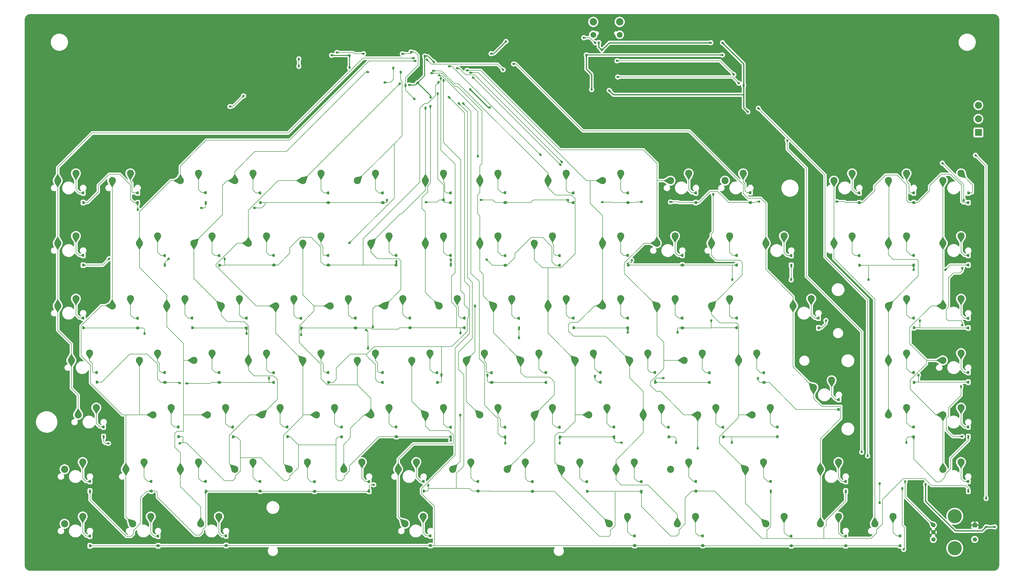
<source format=gbl>
G04 #@! TF.GenerationSoftware,KiCad,Pcbnew,7.0.8*
G04 #@! TF.CreationDate,2024-02-16T20:15:49-06:00*
G04 #@! TF.ProjectId,VesselV3,56657373-656c-4563-932e-6b696361645f,3.0*
G04 #@! TF.SameCoordinates,Original*
G04 #@! TF.FileFunction,Copper,L2,Bot*
G04 #@! TF.FilePolarity,Positive*
%FSLAX46Y46*%
G04 Gerber Fmt 4.6, Leading zero omitted, Abs format (unit mm)*
G04 Created by KiCad (PCBNEW 7.0.8) date 2024-02-16 20:15:49*
%MOMM*%
%LPD*%
G01*
G04 APERTURE LIST*
G04 #@! TA.AperFunction,ComponentPad*
%ADD10C,2.500000*%
G04 #@! TD*
G04 #@! TA.AperFunction,ComponentPad*
%ADD11C,2.000000*%
G04 #@! TD*
G04 #@! TA.AperFunction,ComponentPad*
%ADD12C,2.565000*%
G04 #@! TD*
G04 #@! TA.AperFunction,ComponentPad*
%ADD13R,2.475000X2.475000*%
G04 #@! TD*
G04 #@! TA.AperFunction,ComponentPad*
%ADD14C,2.475000*%
G04 #@! TD*
G04 #@! TA.AperFunction,ComponentPad*
%ADD15R,1.500000X1.500000*%
G04 #@! TD*
G04 #@! TA.AperFunction,ComponentPad*
%ADD16C,1.500000*%
G04 #@! TD*
G04 #@! TA.AperFunction,ComponentPad*
%ADD17C,4.920000*%
G04 #@! TD*
G04 #@! TA.AperFunction,SMDPad,CuDef*
%ADD18R,0.740000X1.020000*%
G04 #@! TD*
G04 #@! TA.AperFunction,ViaPad*
%ADD19C,0.800000*%
G04 #@! TD*
G04 #@! TA.AperFunction,Conductor*
%ADD20C,0.400000*%
G04 #@! TD*
G04 #@! TA.AperFunction,Conductor*
%ADD21C,0.300000*%
G04 #@! TD*
G04 #@! TA.AperFunction,Conductor*
%ADD22C,0.200000*%
G04 #@! TD*
G04 APERTURE END LIST*
D10*
X201295000Y-84613700D03*
X207645000Y-82073700D03*
X363220000Y-166528700D03*
X369570000Y-163988700D03*
X339407500Y-204628700D03*
X345757500Y-202088700D03*
X56038800Y-204628700D03*
X62388800Y-202088700D03*
X191770000Y-185578700D03*
X198120000Y-183038700D03*
X144145000Y-166528700D03*
X150495000Y-163988700D03*
X344170000Y-147478700D03*
X350520000Y-144938700D03*
D11*
X250190000Y-33583000D03*
X240970000Y-33583000D03*
D12*
X250190000Y-29083000D03*
X240970000Y-29083000D03*
D10*
X120332500Y-147478700D03*
X126682500Y-144938700D03*
X125095000Y-166528700D03*
X131445000Y-163988700D03*
X229870000Y-185578700D03*
X236220000Y-183038700D03*
X167957500Y-128428700D03*
X174307500Y-125888700D03*
X187007500Y-128428700D03*
X193357500Y-125888700D03*
X270351300Y-204628700D03*
X276701300Y-202088700D03*
X363220000Y-147478700D03*
X369570000Y-144938700D03*
X91757500Y-128428700D03*
X98107500Y-125888700D03*
X53657500Y-128428700D03*
X60007500Y-125888700D03*
X182245000Y-106521200D03*
X188595000Y-103981200D03*
X139382500Y-84613700D03*
X145732500Y-82073700D03*
X53657500Y-84613700D03*
X60007500Y-82073700D03*
X82232500Y-147478700D03*
X88582500Y-144938700D03*
X246538800Y-204628700D03*
X252888800Y-202088700D03*
D13*
X375651500Y-67742000D03*
D14*
X375651500Y-62992000D03*
X375651500Y-58242000D03*
D10*
X363220000Y-84613700D03*
X369570000Y-82073700D03*
X294163800Y-185578700D03*
X300513800Y-183038700D03*
X77470000Y-185578700D03*
X83820000Y-183038700D03*
X310832500Y-128428700D03*
X317182500Y-125888700D03*
X225107500Y-84613700D03*
X231457500Y-82073700D03*
X301307500Y-204628700D03*
X307657500Y-202088700D03*
X115570000Y-185578700D03*
X121920000Y-183038700D03*
X172720000Y-185578700D03*
X179070000Y-183038700D03*
X248920000Y-185578700D03*
X255270000Y-183038700D03*
X320357500Y-185578700D03*
X326707500Y-183038700D03*
X158432500Y-147478700D03*
X164782500Y-144938700D03*
X53657500Y-106521200D03*
X60007500Y-103981200D03*
X291782500Y-147478700D03*
X298132500Y-144938700D03*
X344170000Y-106521200D03*
X350520000Y-103981200D03*
X220345000Y-106521200D03*
X226695000Y-103981200D03*
X158432500Y-84613700D03*
X164782500Y-82073700D03*
X82232500Y-106521200D03*
X88582500Y-103981200D03*
X115570000Y-84613700D03*
X121920000Y-82073700D03*
X182245000Y-166528700D03*
X188595000Y-163988700D03*
X263207500Y-128428700D03*
X269557500Y-125888700D03*
X120332500Y-106521200D03*
X126682500Y-103981200D03*
X272732500Y-147478700D03*
X279082500Y-144938700D03*
X225107500Y-128428700D03*
X231457500Y-125888700D03*
X206057500Y-128428700D03*
X212407500Y-125888700D03*
X163195000Y-106521200D03*
X169545000Y-103981200D03*
X317976300Y-157003700D03*
X324326300Y-154463700D03*
X282257500Y-106521200D03*
X288607500Y-103981200D03*
X134620000Y-185578700D03*
X140970000Y-183038700D03*
X201295000Y-166528700D03*
X207645000Y-163988700D03*
X103663800Y-204628700D03*
X110013800Y-202088700D03*
X301307500Y-106521200D03*
X307657500Y-103981200D03*
X139382500Y-147478700D03*
X145732500Y-144938700D03*
X196532500Y-147478700D03*
X202882500Y-144938700D03*
X72707500Y-128428700D03*
X79057500Y-125888700D03*
X277495000Y-166528700D03*
X283845000Y-163988700D03*
X344170000Y-128428700D03*
X350520000Y-125888700D03*
X153670000Y-185578700D03*
X160020000Y-183038700D03*
X215582500Y-147478700D03*
X221932500Y-144938700D03*
X163195000Y-166528700D03*
X169545000Y-163988700D03*
X267970000Y-84613700D03*
X274320000Y-82073700D03*
X56038800Y-185578700D03*
X62388800Y-183038700D03*
X148907500Y-128428700D03*
X155257500Y-125888700D03*
X363220000Y-185578700D03*
X369570000Y-183038700D03*
X96520000Y-84613700D03*
X102870000Y-82073700D03*
X325120000Y-106521200D03*
X331470000Y-103981200D03*
X175101300Y-204628700D03*
X181451300Y-202088700D03*
X96520000Y-185578700D03*
X102870000Y-183038700D03*
X210820000Y-185578700D03*
X217170000Y-183038700D03*
X282257500Y-128428700D03*
X288607500Y-125888700D03*
X363220000Y-106521200D03*
X369570000Y-103981200D03*
X220345000Y-166528700D03*
X226695000Y-163988700D03*
X263207500Y-106521200D03*
X269557500Y-103981200D03*
X344170000Y-166528700D03*
X350520000Y-163988700D03*
X177482500Y-147478700D03*
X183832500Y-144938700D03*
X106045000Y-166528700D03*
X112395000Y-163988700D03*
X244157500Y-128428700D03*
X250507500Y-125888700D03*
X139382500Y-106521200D03*
X145732500Y-103981200D03*
X58420000Y-147478700D03*
X64770000Y-144938700D03*
X239395000Y-166528700D03*
X245745000Y-163988700D03*
X258445000Y-166528700D03*
X264795000Y-163988700D03*
X101282500Y-147478700D03*
X107632500Y-144938700D03*
X244157500Y-106521200D03*
X250507500Y-103981200D03*
X110807500Y-128428700D03*
X117157500Y-125888700D03*
X201295000Y-106521200D03*
X207645000Y-103981200D03*
X325120000Y-84613700D03*
X331470000Y-82073700D03*
X72707500Y-84613700D03*
X79057500Y-82073700D03*
X363220000Y-128428700D03*
X369570000Y-125888700D03*
X79851300Y-204628700D03*
X86201300Y-202088700D03*
X86995000Y-166528700D03*
X93345000Y-163988700D03*
X101282500Y-106521200D03*
X107632500Y-103981200D03*
X320357500Y-204628700D03*
X326707500Y-202088700D03*
X287020000Y-84613700D03*
X293370000Y-82073700D03*
X182245000Y-84613700D03*
X188595000Y-82073700D03*
X244157500Y-84613700D03*
X250507500Y-82073700D03*
X253682500Y-147478700D03*
X260032500Y-144938700D03*
D15*
X374396000Y-205115000D03*
D16*
X374396000Y-210115000D03*
X359896000Y-205115000D03*
X359896000Y-210115000D03*
X359896000Y-207615000D03*
D17*
X367396000Y-202015000D03*
X367396000Y-213215000D03*
D10*
X129857500Y-128428700D03*
X136207500Y-125888700D03*
X267970000Y-185578700D03*
X274320000Y-183038700D03*
X60801300Y-166528700D03*
X67151300Y-163988700D03*
X344170000Y-84613700D03*
X350520000Y-82073700D03*
X296545000Y-166528700D03*
X302895000Y-163988700D03*
X234632500Y-147478700D03*
X240982500Y-144938700D03*
D18*
X224472500Y-155165000D03*
X224472500Y-151765000D03*
X253047500Y-92300000D03*
X253047500Y-88900000D03*
X143510000Y-193294000D03*
X143510000Y-189894000D03*
X372110000Y-155116000D03*
X372110000Y-151716000D03*
X238760000Y-193294000D03*
X238760000Y-189894000D03*
X267335000Y-174244000D03*
X267335000Y-170844000D03*
X100647500Y-136066000D03*
X100647500Y-132666000D03*
X153035000Y-174215000D03*
X153035000Y-170815000D03*
X110172500Y-114222000D03*
X110172500Y-110822000D03*
X348297500Y-212315000D03*
X348297500Y-208915000D03*
X276860000Y-92300000D03*
X276860000Y-88900000D03*
X257810000Y-193294000D03*
X257810000Y-189894000D03*
X64928800Y-212344000D03*
X64928800Y-208944000D03*
X233997500Y-136066000D03*
X233997500Y-132666000D03*
X353060000Y-114144000D03*
X353060000Y-110744000D03*
X310197500Y-114222000D03*
X310197500Y-110822000D03*
X229235000Y-114222000D03*
X229235000Y-110822000D03*
X295910000Y-92251000D03*
X295910000Y-88851000D03*
X148272500Y-155165000D03*
X148272500Y-151765000D03*
X133985000Y-174166000D03*
X133985000Y-170766000D03*
X305435000Y-174166000D03*
X305435000Y-170766000D03*
X353060000Y-92300000D03*
X353060000Y-88900000D03*
X329247500Y-193216000D03*
X329247500Y-189816000D03*
X62547500Y-136066000D03*
X62547500Y-132666000D03*
X105410000Y-193265000D03*
X105410000Y-189865000D03*
X310197500Y-212344000D03*
X310197500Y-208944000D03*
X64928800Y-193216000D03*
X64928800Y-189816000D03*
X214947500Y-136144000D03*
X214947500Y-132744000D03*
X172085000Y-174166000D03*
X172085000Y-170766000D03*
X176847500Y-136066000D03*
X176847500Y-132666000D03*
X129222500Y-155194000D03*
X129222500Y-151794000D03*
X91122500Y-155165000D03*
X91122500Y-151765000D03*
X272097500Y-114144000D03*
X272097500Y-110744000D03*
X181610000Y-193216000D03*
X181610000Y-189816000D03*
X88741300Y-212344000D03*
X88741300Y-208944000D03*
X162560000Y-193294000D03*
X162560000Y-189894000D03*
X353060000Y-155165000D03*
X353060000Y-151765000D03*
X326866300Y-164641000D03*
X326866300Y-161241000D03*
X219710000Y-193294000D03*
X219710000Y-189894000D03*
X172085000Y-114144000D03*
X172085000Y-110744000D03*
X329247500Y-212344000D03*
X329247500Y-208944000D03*
X205422500Y-155194000D03*
X205422500Y-151794000D03*
X281622500Y-155194000D03*
X281622500Y-151794000D03*
X186372500Y-155194000D03*
X186372500Y-151794000D03*
X248285000Y-174215000D03*
X248285000Y-170815000D03*
X372110000Y-193265000D03*
X372110000Y-189865000D03*
X67310000Y-155116000D03*
X67310000Y-151716000D03*
X167322500Y-155165000D03*
X167322500Y-151765000D03*
X353060000Y-174215000D03*
X353060000Y-170815000D03*
X233997500Y-92329000D03*
X233997500Y-88929000D03*
X119697500Y-136115000D03*
X119697500Y-132715000D03*
X62547500Y-114173000D03*
X62547500Y-110773000D03*
X200660000Y-193216000D03*
X200660000Y-189816000D03*
X319722500Y-136115000D03*
X319722500Y-132715000D03*
X195897500Y-136066000D03*
X195897500Y-132666000D03*
X86360000Y-193216000D03*
X86360000Y-189816000D03*
X243522500Y-155116000D03*
X243522500Y-151716000D03*
X372110000Y-136144000D03*
X372110000Y-132744000D03*
X129222500Y-114144000D03*
X129222500Y-110744000D03*
X255428800Y-212266000D03*
X255428800Y-208866000D03*
X124460000Y-193216000D03*
X124460000Y-189816000D03*
X372110000Y-92329000D03*
X372110000Y-88929000D03*
X157797500Y-136115000D03*
X157797500Y-132715000D03*
X210185000Y-174244000D03*
X210185000Y-170844000D03*
X334010000Y-92329000D03*
X334010000Y-88929000D03*
X148272500Y-92300000D03*
X148272500Y-88900000D03*
X69691300Y-174166000D03*
X69691300Y-170766000D03*
X291147500Y-136066000D03*
X291147500Y-132666000D03*
X191135000Y-114173000D03*
X191135000Y-110773000D03*
X276860000Y-193216000D03*
X276860000Y-189816000D03*
X81597500Y-136144000D03*
X81597500Y-132744000D03*
X148272500Y-114173000D03*
X148272500Y-110773000D03*
X81597500Y-92329000D03*
X81597500Y-88929000D03*
X253047500Y-136115000D03*
X253047500Y-132715000D03*
X183991300Y-212266000D03*
X183991300Y-208866000D03*
X124460000Y-92300000D03*
X124460000Y-88900000D03*
X303053800Y-193216000D03*
X303053800Y-189816000D03*
X191135000Y-174244000D03*
X191135000Y-170844000D03*
X372110000Y-114144000D03*
X372110000Y-110744000D03*
X210185000Y-114222000D03*
X210185000Y-110822000D03*
X191135000Y-92329000D03*
X191135000Y-88929000D03*
X91122500Y-114222000D03*
X91122500Y-110822000D03*
X300672500Y-155194000D03*
X300672500Y-151794000D03*
X138747500Y-136144000D03*
X138747500Y-132744000D03*
X167322500Y-92329000D03*
X167322500Y-88929000D03*
X272097500Y-136115000D03*
X272097500Y-132715000D03*
X279241300Y-212266000D03*
X279241300Y-208866000D03*
X334010000Y-114222000D03*
X334010000Y-110822000D03*
X95885000Y-174166000D03*
X95885000Y-170766000D03*
X229235000Y-174293000D03*
X229235000Y-170893000D03*
X291147500Y-114173000D03*
X291147500Y-110773000D03*
X105410000Y-92251000D03*
X105410000Y-88851000D03*
X353060000Y-136066000D03*
X353060000Y-132666000D03*
X114935000Y-174215000D03*
X114935000Y-170815000D03*
X286385000Y-174244000D03*
X286385000Y-170844000D03*
X112553800Y-212266000D03*
X112553800Y-208866000D03*
X372110000Y-174166000D03*
X372110000Y-170766000D03*
X253047500Y-114173000D03*
X253047500Y-110773000D03*
X62547500Y-92300000D03*
X62547500Y-88900000D03*
X262572500Y-155116000D03*
X262572500Y-151716000D03*
X210185000Y-92251000D03*
X210185000Y-88851000D03*
X110172500Y-155165000D03*
X110172500Y-151765000D03*
D19*
X381381000Y-205740000D03*
X286131000Y-40665400D03*
X357170800Y-190781800D03*
X240393000Y-52775000D03*
X238506000Y-40640000D03*
X378333464Y-205740000D03*
X375029000Y-152615000D03*
X376315600Y-116115000D03*
X231854569Y-59760600D03*
X375023900Y-112305800D03*
X375626500Y-192615000D03*
X377173400Y-155956000D03*
X158115000Y-35941000D03*
X369858100Y-192394300D03*
X353112200Y-214398800D03*
X305931700Y-93460400D03*
X231859000Y-56005000D03*
X292286000Y-58869000D03*
X301625000Y-64770000D03*
X158115000Y-29845000D03*
X205232000Y-40182800D03*
X181991000Y-41021000D03*
X149428200Y-40767000D03*
X286131000Y-36372800D03*
X184062700Y-55530400D03*
X185293000Y-43193243D03*
X293550923Y-51317707D03*
X155702000Y-45125000D03*
X295021000Y-60579000D03*
X246519000Y-53055000D03*
X155702000Y-40775500D03*
X176529000Y-51115000D03*
X204851000Y-59055000D03*
X179529000Y-50363100D03*
X197860416Y-52705000D03*
X210439000Y-35941000D03*
X174179000Y-40245000D03*
X178409600Y-56083200D03*
X175286000Y-51308000D03*
X177190400Y-39598600D03*
X243954000Y-38965000D03*
X282067000Y-36372800D03*
X242860586Y-36283416D03*
X336904000Y-180932500D03*
X298678600Y-59283600D03*
X334854000Y-179609500D03*
X308787800Y-70510400D03*
X201629000Y-91365000D03*
X81661000Y-94869000D03*
X182379000Y-92154200D03*
X186533527Y-54119527D03*
X267919200Y-92075000D03*
X188613800Y-91371600D03*
X103805400Y-94173500D03*
X122392000Y-94175100D03*
X244029000Y-92115000D03*
X326012278Y-91918278D03*
X232129000Y-91352500D03*
X298979000Y-91935000D03*
X257937000Y-92075000D03*
X168783000Y-91352500D03*
X112026600Y-111919600D03*
X289582600Y-119328400D03*
X92452600Y-111919600D03*
X310167200Y-119328400D03*
X353019700Y-115789100D03*
X71652900Y-111919600D03*
X203609900Y-112184800D03*
X186909900Y-50149800D03*
X254439700Y-112433900D03*
X191135000Y-112209000D03*
X364108500Y-115789100D03*
X172079000Y-112765000D03*
X337229000Y-119315000D03*
X138774300Y-138615000D03*
X270425300Y-137721300D03*
X282206000Y-133512500D03*
X355191800Y-133512800D03*
X214945317Y-139661306D03*
X84021200Y-138207900D03*
X119711100Y-138207900D03*
X194517000Y-137980600D03*
X253034400Y-137721300D03*
X322327500Y-133510000D03*
X187627000Y-48764700D03*
X354702600Y-152574600D03*
X241529000Y-152926100D03*
X188594900Y-49420700D03*
X203928500Y-152596100D03*
X96393000Y-155418200D03*
X98679000Y-155575000D03*
X127529000Y-153615000D03*
X187852400Y-152596100D03*
X265529000Y-153696500D03*
X298529000Y-153696500D03*
X350464500Y-176276900D03*
X96280400Y-176543700D03*
X229190600Y-176543700D03*
X191129000Y-175515900D03*
X269901500Y-176276900D03*
X250854000Y-176265000D03*
X195453000Y-57593500D03*
X289429000Y-176276900D03*
X71400900Y-176543700D03*
X210179000Y-176543700D03*
X183237100Y-191062400D03*
X164190100Y-190998500D03*
X193929000Y-57593500D03*
X190447772Y-55383600D03*
X249478800Y-48336200D03*
X291867061Y-50563617D03*
X182753000Y-42291000D03*
X209423000Y-45847000D03*
X249224800Y-42697400D03*
X290098050Y-47486650D03*
X341122000Y-197358000D03*
X341122000Y-190500000D03*
X350029000Y-189827086D03*
X374650200Y-75742100D03*
X378333000Y-195815000D03*
X363026200Y-78473200D03*
X370545950Y-91615000D03*
X113868200Y-58674000D03*
X118643400Y-54965600D03*
X370029000Y-115115000D03*
X370029000Y-135215500D03*
X370029000Y-174115000D03*
X369579000Y-156565000D03*
X349529000Y-213615000D03*
X349033000Y-192212000D03*
X178181000Y-41783000D03*
X178761472Y-42726528D03*
X162179000Y-46628800D03*
X173356300Y-50639900D03*
X173609000Y-46546500D03*
X155676600Y-106426000D03*
X182265300Y-59115000D03*
X161508700Y-136822400D03*
X163889100Y-135891800D03*
X162181500Y-143325100D03*
X183957100Y-58539300D03*
X194451400Y-166528700D03*
X199604000Y-128365000D03*
X184370600Y-47024900D03*
X184967700Y-46204900D03*
X197993000Y-46863000D03*
X196791933Y-46032067D03*
X277479000Y-178315000D03*
X229489000Y-79115000D03*
X282930600Y-89331800D03*
X198882000Y-48514000D03*
X213080600Y-43789600D03*
X229997000Y-78112050D03*
X193319400Y-45339000D03*
X137979000Y-44615000D03*
X137979000Y-42015000D03*
X200586800Y-76115000D03*
X187029000Y-47724400D03*
X222529000Y-75615000D03*
X190550800Y-44593300D03*
X241630200Y-36423600D03*
X237617000Y-34620200D03*
X167959000Y-50265000D03*
X171019000Y-45125000D03*
X160629000Y-40225000D03*
X151279000Y-39776000D03*
D20*
X240393000Y-52775000D02*
X240393000Y-47480000D01*
D21*
X286131000Y-40665400D02*
X238531400Y-40665400D01*
D20*
X376936464Y-207137000D02*
X367522700Y-207137000D01*
D21*
X238531400Y-40665400D02*
X238506000Y-40640000D01*
D20*
X238506000Y-45593000D02*
X238506000Y-40640000D01*
X381381000Y-205740000D02*
X378333464Y-205740000D01*
X357170800Y-196785100D02*
X357170800Y-190781800D01*
X378333464Y-205740000D02*
X376936464Y-207137000D01*
X367522700Y-207137000D02*
X357170800Y-196785100D01*
X240393000Y-47480000D02*
X238506000Y-45593000D01*
D22*
X158115000Y-35941000D02*
X158115000Y-29845000D01*
X376315600Y-156813800D02*
X376315600Y-155965000D01*
X301654500Y-69367400D02*
X301654500Y-89183200D01*
X375023900Y-112305800D02*
X376315600Y-113597500D01*
X373577900Y-192328800D02*
X373577900Y-159551500D01*
X231859000Y-59756169D02*
X231854569Y-59760600D01*
X375626500Y-192615000D02*
X373585300Y-192615000D01*
X377173400Y-155956000D02*
X376324600Y-155956000D01*
X353112200Y-214398800D02*
X359896000Y-207615000D01*
X376315600Y-116115000D02*
X376315600Y-113597500D01*
X301654500Y-68237500D02*
X301654500Y-69367400D01*
X376315600Y-151265000D02*
X376315600Y-151965000D01*
X231859000Y-56005000D02*
X231859000Y-59756169D01*
X373585300Y-192615000D02*
X373577900Y-192607600D01*
X301654500Y-69367400D02*
X301654500Y-64799500D01*
X376315600Y-151265000D02*
X376315600Y-116115000D01*
X373577900Y-195902200D02*
X373561200Y-195918900D01*
X376324600Y-155956000D02*
X376315600Y-155965000D01*
X301654500Y-89183200D02*
X305931700Y-93460400D01*
X376315600Y-155965000D02*
X376315600Y-152615000D01*
X301654500Y-64799500D02*
X301625000Y-64770000D01*
X373100600Y-195918900D02*
X373561200Y-195918900D01*
X376315600Y-151965000D02*
X376315600Y-152615000D01*
X373577900Y-159551500D02*
X376315600Y-156813800D01*
X373577900Y-192328800D02*
X373577900Y-192607600D01*
X374226900Y-195918900D02*
X373100600Y-195918900D01*
X292286000Y-58869000D02*
X301654500Y-68237500D01*
X373577900Y-192328800D02*
X373577900Y-195902200D01*
X369858100Y-195918900D02*
X373100600Y-195918900D01*
X375029000Y-152615000D02*
X376315600Y-152615000D01*
X369858100Y-192394300D02*
X369858100Y-195918900D01*
X374396000Y-196088000D02*
X374226900Y-195918900D01*
X374396000Y-205115000D02*
X374396000Y-196088000D01*
D21*
X176529000Y-51115000D02*
X178777100Y-51115000D01*
X155702000Y-40775500D02*
X149436700Y-40775500D01*
X149436700Y-40775500D02*
X149428200Y-40767000D01*
D20*
X293550923Y-51317707D02*
X293550923Y-43792723D01*
X248027300Y-54563300D02*
X293539000Y-54563300D01*
X293549000Y-54553300D02*
X293549000Y-51319630D01*
D21*
X155702000Y-45125000D02*
X155702000Y-40775500D01*
D20*
X293550923Y-43792723D02*
X286131000Y-36372800D01*
D21*
X181991000Y-41021000D02*
X183120757Y-41021000D01*
X181991000Y-47901100D02*
X179529000Y-50363100D01*
D20*
X293549000Y-51319630D02*
X293550923Y-51317707D01*
X295021000Y-60579000D02*
X293539000Y-59097000D01*
X293539000Y-54563300D02*
X293549000Y-54553300D01*
X204210416Y-59055000D02*
X204851000Y-59055000D01*
D21*
X206197200Y-40182800D02*
X210439000Y-35941000D01*
X181991000Y-41021000D02*
X181991000Y-47901100D01*
D20*
X204210416Y-59055000D02*
X197860416Y-52705000D01*
D21*
X184062700Y-55530400D02*
X184062700Y-54896800D01*
X178777100Y-51115000D02*
X179529000Y-50363100D01*
X184062700Y-54896800D02*
X179529000Y-50363100D01*
D20*
X293539000Y-59097000D02*
X293539000Y-54563300D01*
X248027300Y-54563300D02*
X246519000Y-53055000D01*
D21*
X205232000Y-40182800D02*
X206197200Y-40182800D01*
X183120757Y-41021000D02*
X185293000Y-43193243D01*
D22*
X175286000Y-48625000D02*
X179705000Y-44206000D01*
X177128200Y-40245000D02*
X177190400Y-40182800D01*
X177128200Y-40245000D02*
X174179000Y-40245000D01*
X175286000Y-51308000D02*
X175286000Y-52959600D01*
X175286000Y-48625000D02*
X175286000Y-51308000D01*
X179705000Y-40767000D02*
X179705000Y-44206000D01*
X178536600Y-39598600D02*
X179705000Y-40767000D01*
X177190400Y-39598600D02*
X177190400Y-40182800D01*
X177190400Y-39598600D02*
X178536600Y-39598600D01*
X178409600Y-56083200D02*
X175286000Y-52959600D01*
D20*
X243954000Y-38965000D02*
X243943000Y-38965000D01*
X246546200Y-36372800D02*
X282067000Y-36372800D01*
X242860586Y-36283416D02*
X242860586Y-37882586D01*
X243943000Y-38965000D02*
X242860586Y-37882586D01*
X243954000Y-38965000D02*
X246546200Y-36372800D01*
D22*
X336904000Y-180932500D02*
X336904000Y-126215000D01*
X322027700Y-82632700D02*
X298678600Y-59283600D01*
X322027700Y-111338700D02*
X322027700Y-82632700D01*
X336904000Y-126215000D02*
X322027700Y-111338700D01*
X315481900Y-118092900D02*
X315481900Y-80289400D01*
X334854000Y-179609500D02*
X334854000Y-137465000D01*
X308787800Y-73595300D02*
X308787800Y-70510400D01*
X315481900Y-80289400D02*
X308787800Y-73595300D01*
X334854000Y-137465000D02*
X315481900Y-118092900D01*
X267919200Y-92075000D02*
X270738600Y-92075000D01*
X270738600Y-92075000D02*
X270963600Y-92300000D01*
X353060000Y-92300000D02*
X354460600Y-92300000D01*
X353060000Y-92300000D02*
X351405400Y-92300000D01*
X205879000Y-91365000D02*
X206765000Y-92251000D01*
X79090650Y-86103350D02*
X75402300Y-82415000D01*
X219129000Y-92215000D02*
X219991500Y-91352500D01*
X233997500Y-92329000D02*
X232293000Y-92329000D01*
X105410000Y-93726000D02*
X104962500Y-94173500D01*
X206765000Y-92251000D02*
X210185000Y-92251000D01*
X277930400Y-92300000D02*
X281852925Y-88377475D01*
X369846450Y-86297550D02*
X369846450Y-91932450D01*
X351405400Y-92300000D02*
X350511650Y-91406250D01*
X343229000Y-82615000D02*
X339404000Y-86440000D01*
X64113200Y-92300000D02*
X62547500Y-92300000D01*
X295910000Y-92251000D02*
X297529000Y-92251000D01*
X210185000Y-92251000D02*
X219093000Y-92251000D01*
X189043000Y-92329000D02*
X191135000Y-92329000D01*
X188613800Y-91371600D02*
X188613800Y-86069500D01*
X188613800Y-91899800D02*
X189043000Y-92329000D01*
X257937000Y-92075000D02*
X255955800Y-92075000D01*
X75402300Y-82415000D02*
X71629000Y-82415000D01*
X188594700Y-91352500D02*
X187079000Y-91352500D01*
X124950700Y-94175100D02*
X122392000Y-94175100D01*
X276860000Y-92300000D02*
X277930400Y-92300000D01*
X232293000Y-92329000D02*
X232129000Y-92165000D01*
X186277300Y-92154200D02*
X182379000Y-92154200D01*
X188613800Y-86069500D02*
X186538500Y-83994200D01*
X81597500Y-94805500D02*
X81661000Y-94869000D01*
X365963900Y-82415000D02*
X369846450Y-86297550D01*
X358602500Y-88158100D02*
X358602500Y-86441500D01*
X126263400Y-92862400D02*
X126263400Y-92300000D01*
X168783000Y-91352500D02*
X168783000Y-92176600D01*
X358602500Y-86441500D02*
X362629000Y-82415000D01*
X298979000Y-91935000D02*
X297845000Y-91935000D01*
X148272500Y-92300000D02*
X167293500Y-92300000D01*
X334010000Y-92329000D02*
X335215000Y-92329000D01*
X255955800Y-92075000D02*
X255730800Y-92300000D01*
X168783000Y-92176600D02*
X168630600Y-92329000D01*
X201629000Y-91365000D02*
X205879000Y-91365000D01*
X288317250Y-92251000D02*
X295910000Y-92251000D01*
X369846450Y-91932450D02*
X370243000Y-92329000D01*
X188613800Y-91371600D02*
X188613800Y-91899800D01*
X126263400Y-92300000D02*
X148272500Y-92300000D01*
X124460000Y-92300000D02*
X126263400Y-92300000D01*
X186538500Y-83994200D02*
X186538500Y-54124500D01*
X187079000Y-91352500D02*
X186277300Y-92154200D01*
X350511650Y-91406250D02*
X350511650Y-86012750D01*
X80289400Y-92329000D02*
X79090650Y-91130250D01*
X335215000Y-92329000D02*
X339404000Y-88140000D01*
X281852925Y-88377475D02*
X284443725Y-88377475D01*
X362629000Y-82415000D02*
X365963900Y-82415000D01*
X79090650Y-91130250D02*
X79090650Y-86103350D01*
X219093000Y-92251000D02*
X219129000Y-92215000D01*
X370243000Y-92329000D02*
X372110000Y-92329000D01*
X67827200Y-88586000D02*
X64113200Y-92300000D01*
X297845000Y-91935000D02*
X297529000Y-92251000D01*
X188613800Y-91371600D02*
X188594700Y-91352500D01*
X247294000Y-92115000D02*
X244029000Y-92115000D01*
X255730800Y-92300000D02*
X253047500Y-92300000D01*
X105410000Y-92251000D02*
X105410000Y-93726000D01*
X334010000Y-92329000D02*
X329223800Y-92329000D01*
X247479000Y-92300000D02*
X253047500Y-92300000D01*
X339404000Y-88140000D02*
X339404000Y-86440000D01*
X350511650Y-86012750D02*
X347113900Y-82615000D01*
X186538500Y-54124500D02*
X186533527Y-54119527D01*
X219991500Y-91352500D02*
X232129000Y-91352500D01*
X347113900Y-82615000D02*
X343229000Y-82615000D01*
X284443725Y-88377475D02*
X288317250Y-92251000D01*
X232129000Y-92165000D02*
X232129000Y-91352500D01*
X270963600Y-92300000D02*
X276860000Y-92300000D01*
X247479000Y-92300000D02*
X247294000Y-92115000D01*
X167322500Y-92329000D02*
X168630600Y-92329000D01*
X354460600Y-92300000D02*
X358602500Y-88158100D01*
X71629000Y-82415000D02*
X67827200Y-86216800D01*
X329223800Y-92329000D02*
X328813078Y-91918278D01*
X104962500Y-94173500D02*
X103805400Y-94173500D01*
X124950700Y-94175100D02*
X126263400Y-92862400D01*
X67827200Y-86216800D02*
X67827200Y-88586000D01*
X81597500Y-92329000D02*
X81597500Y-94805500D01*
X81597500Y-92329000D02*
X80289400Y-92329000D01*
X328813078Y-91918278D02*
X326012278Y-91918278D01*
X62547500Y-88900000D02*
X61164000Y-88900000D01*
X61164000Y-88900000D02*
X60007500Y-87743500D01*
X60007500Y-87743500D02*
X60007500Y-82073700D01*
X79629000Y-85465000D02*
X79629000Y-88465000D01*
X81597500Y-88929000D02*
X80093000Y-88929000D01*
X79057500Y-82073700D02*
X79057500Y-84893500D01*
X79057500Y-84893500D02*
X79629000Y-85465000D01*
X79629000Y-88465000D02*
X80093000Y-88929000D01*
X105410000Y-88851000D02*
X103965000Y-88851000D01*
X102870000Y-87756000D02*
X102870000Y-82073700D01*
X103965000Y-88851000D02*
X102870000Y-87756000D01*
X124460000Y-88900000D02*
X122964000Y-88900000D01*
X122964000Y-88900000D02*
X121920000Y-87856000D01*
X121920000Y-87856000D02*
X121920000Y-82073700D01*
X145732500Y-87868500D02*
X145732500Y-82073700D01*
X146764000Y-88900000D02*
X145732500Y-87868500D01*
X148272500Y-88900000D02*
X146764000Y-88900000D01*
X167322500Y-88929000D02*
X165993000Y-88929000D01*
X164782500Y-87718500D02*
X164782500Y-82073700D01*
X165993000Y-88929000D02*
X164782500Y-87718500D01*
X188595000Y-84991400D02*
X189018600Y-85415000D01*
X189018600Y-88304600D02*
X189018600Y-85415000D01*
X188595000Y-82073700D02*
X188595000Y-84991400D01*
X189643000Y-88929000D02*
X189018600Y-88304600D01*
X191135000Y-88929000D02*
X189643000Y-88929000D01*
X208915000Y-88851000D02*
X207645000Y-87581000D01*
X210185000Y-88851000D02*
X208915000Y-88851000D01*
X207645000Y-87581000D02*
X207645000Y-82073700D01*
X232443000Y-88929000D02*
X231457500Y-87943500D01*
X231457500Y-87943500D02*
X231457500Y-82073700D01*
X233997500Y-88929000D02*
X232443000Y-88929000D01*
X251564000Y-88900000D02*
X250507500Y-87843500D01*
X253047500Y-88900000D02*
X251564000Y-88900000D01*
X250507500Y-87843500D02*
X250507500Y-82073700D01*
X275464000Y-88900000D02*
X274320000Y-87756000D01*
X274320000Y-87756000D02*
X274320000Y-82073700D01*
X276860000Y-88900000D02*
X275464000Y-88900000D01*
X293956500Y-88142500D02*
X293956500Y-85665000D01*
X295910000Y-88851000D02*
X294665000Y-88851000D01*
X293370000Y-82073700D02*
X293370000Y-85078500D01*
X293370000Y-85078500D02*
X293956500Y-85665000D01*
X294665000Y-88851000D02*
X293956500Y-88142500D01*
X332943000Y-88929000D02*
X334010000Y-88929000D01*
X331470000Y-87456000D02*
X332943000Y-88929000D01*
X331470000Y-82073700D02*
X331470000Y-87456000D01*
X352018600Y-88900000D02*
X351409000Y-88290400D01*
X350520000Y-84876000D02*
X351409000Y-85765000D01*
X353060000Y-88900000D02*
X352018600Y-88900000D01*
X351409000Y-88290400D02*
X351409000Y-85765000D01*
X350520000Y-82073700D02*
X350520000Y-84876000D01*
X373565000Y-88743000D02*
X373379000Y-88929000D01*
X373565000Y-86068700D02*
X373565000Y-88743000D01*
X373379000Y-88929000D02*
X372110000Y-88929000D01*
X369570000Y-82073700D02*
X373565000Y-86068700D01*
X213579000Y-111499900D02*
X210856900Y-114222000D01*
X112026600Y-114144000D02*
X112026600Y-111919600D01*
X160446300Y-105015900D02*
X180296000Y-85166200D01*
X223250200Y-104515000D02*
X219229000Y-104515000D01*
X253047500Y-113271500D02*
X253079000Y-113240000D01*
X110172500Y-114222000D02*
X111948600Y-114222000D01*
X160446300Y-114144000D02*
X160446300Y-105015900D01*
X160417300Y-114173000D02*
X160446300Y-114144000D01*
X353060000Y-114144000D02*
X353060000Y-115748800D01*
X365753600Y-114144000D02*
X364108500Y-115789100D01*
X160446300Y-114144000D02*
X171749100Y-114144000D01*
X229235000Y-114222000D02*
X227686000Y-114222000D01*
X337229000Y-119315000D02*
X337229000Y-114222000D01*
X181944500Y-57609500D02*
X183042900Y-57609500D01*
X372110000Y-114144000D02*
X365753600Y-114144000D01*
X171749100Y-114144000D02*
X171957700Y-113935400D01*
X226509000Y-107773800D02*
X223250200Y-104515000D01*
X138529000Y-104415000D02*
X142239700Y-104415000D01*
X253079000Y-113240000D02*
X254379000Y-113240000D01*
X337229000Y-114222000D02*
X337579000Y-114222000D01*
X62547500Y-114173000D02*
X69399500Y-114173000D01*
X129222500Y-114144000D02*
X130700000Y-114144000D01*
X134829000Y-110015000D02*
X134829000Y-108115000D01*
X210185000Y-114222000D02*
X205647100Y-114222000D01*
X337579000Y-114222000D02*
X334010000Y-114222000D01*
X146837000Y-114173000D02*
X148272500Y-114173000D01*
X310197500Y-119298100D02*
X310167200Y-119328400D01*
X142239700Y-104415000D02*
X145629000Y-107804300D01*
X254439700Y-112433900D02*
X254439700Y-113179300D01*
X180296000Y-85166200D02*
X180296000Y-59258000D01*
X145629000Y-107804300D02*
X145629000Y-112965000D01*
X191135000Y-114173000D02*
X191135000Y-112209000D01*
X172085000Y-114144000D02*
X172085000Y-112771000D01*
X148272500Y-114173000D02*
X160417300Y-114173000D01*
X291147500Y-114173000D02*
X289604000Y-114173000D01*
X145629000Y-112965000D02*
X146837000Y-114173000D01*
X227686000Y-114222000D02*
X226509000Y-113045000D01*
X134829000Y-108115000D02*
X138529000Y-104415000D01*
X289582600Y-114194400D02*
X289604000Y-114173000D01*
X172085000Y-114144000D02*
X171749100Y-114144000D01*
X210856900Y-114222000D02*
X210185000Y-114222000D01*
X289582600Y-119328400D02*
X289582600Y-114194400D01*
X183042900Y-57609500D02*
X185790800Y-54861600D01*
X91122500Y-113249700D02*
X92452600Y-111919600D01*
X69399500Y-114173000D02*
X71652900Y-111919600D01*
X219229000Y-104515000D02*
X213579000Y-110165000D01*
X337579000Y-114222000D02*
X352982000Y-114222000D01*
X111948600Y-114222000D02*
X112026600Y-114144000D01*
X180296000Y-59258000D02*
X181944500Y-57609500D01*
X253047500Y-114173000D02*
X272068500Y-114173000D01*
X185790800Y-51268900D02*
X186909900Y-50149800D01*
X185790800Y-54861600D02*
X185790800Y-51268900D01*
X226509000Y-113045000D02*
X226509000Y-107773800D01*
X172085000Y-112771000D02*
X172079000Y-112765000D01*
X213579000Y-110165000D02*
X213579000Y-111499900D01*
X289604000Y-114173000D02*
X272126500Y-114173000D01*
X254439700Y-113179300D02*
X254379000Y-113240000D01*
X205647100Y-114222000D02*
X203609900Y-112184800D01*
X130700000Y-114144000D02*
X134829000Y-110015000D01*
X353060000Y-115748800D02*
X353019700Y-115789100D01*
X91122500Y-114222000D02*
X91122500Y-113249700D01*
X310197500Y-114222000D02*
X310197500Y-119298100D01*
X112026600Y-114144000D02*
X129222500Y-114144000D01*
X253047500Y-114173000D02*
X253047500Y-113271500D01*
X62547500Y-110773000D02*
X61137000Y-110773000D01*
X60007500Y-109643500D02*
X60007500Y-103981200D01*
X61137000Y-110773000D02*
X60007500Y-109643500D01*
X88582500Y-109618500D02*
X88582500Y-103981200D01*
X89786000Y-110822000D02*
X88582500Y-109618500D01*
X91122500Y-110822000D02*
X89786000Y-110822000D01*
X110172500Y-110822000D02*
X108586000Y-110822000D01*
X107632500Y-109868500D02*
X107632500Y-103981200D01*
X108586000Y-110822000D02*
X107632500Y-109868500D01*
X126682500Y-109718500D02*
X126682500Y-103981200D01*
X127708000Y-110744000D02*
X126682500Y-109718500D01*
X129222500Y-110744000D02*
X127708000Y-110744000D01*
X146737000Y-110773000D02*
X146384250Y-110420250D01*
X145732500Y-106963250D02*
X146384250Y-107615000D01*
X146384250Y-110420250D02*
X146384250Y-107615000D01*
X148272500Y-110773000D02*
X146737000Y-110773000D01*
X145732500Y-103981200D02*
X145732500Y-106963250D01*
X169545000Y-109531000D02*
X169545000Y-103981200D01*
X172085000Y-110744000D02*
X170758000Y-110744000D01*
X170758000Y-110744000D02*
X169545000Y-109531000D01*
X189737000Y-110773000D02*
X188595000Y-109631000D01*
X191135000Y-110773000D02*
X189737000Y-110773000D01*
X188595000Y-109631000D02*
X188595000Y-103981200D01*
X208886000Y-110822000D02*
X207645000Y-109581000D01*
X207645000Y-109581000D02*
X207645000Y-103981200D01*
X210185000Y-110822000D02*
X208886000Y-110822000D01*
X226695000Y-103981200D02*
X226695000Y-106681000D01*
X226695000Y-106681000D02*
X227129000Y-107115000D01*
X227129000Y-110215000D02*
X227129000Y-107115000D01*
X229235000Y-110822000D02*
X227736000Y-110822000D01*
X227736000Y-110822000D02*
X227129000Y-110215000D01*
X251537000Y-110773000D02*
X250507500Y-109743500D01*
X250507500Y-109743500D02*
X250507500Y-103981200D01*
X253047500Y-110773000D02*
X251537000Y-110773000D01*
X269557500Y-109643500D02*
X269557500Y-103981200D01*
X272097500Y-110744000D02*
X270658000Y-110744000D01*
X270658000Y-110744000D02*
X269557500Y-109643500D01*
X291147500Y-110773000D02*
X289687000Y-110773000D01*
X289687000Y-110773000D02*
X288607500Y-109693500D01*
X288607500Y-109693500D02*
X288607500Y-103981200D01*
X307657500Y-109743500D02*
X307657500Y-103981200D01*
X310197500Y-110822000D02*
X308736000Y-110822000D01*
X308736000Y-110822000D02*
X307657500Y-109743500D01*
X331470000Y-109855000D02*
X332437000Y-110822000D01*
X331470000Y-103981200D02*
X331470000Y-109855000D01*
X332437000Y-110822000D02*
X334010000Y-110822000D01*
X350520000Y-109139000D02*
X350520000Y-103981200D01*
X352125000Y-110744000D02*
X350520000Y-109139000D01*
X353060000Y-110744000D02*
X352125000Y-110744000D01*
X370738400Y-110744000D02*
X372110000Y-110744000D01*
X369570000Y-109575600D02*
X370738400Y-110744000D01*
X369570000Y-103981200D02*
X369570000Y-109575600D01*
X191329000Y-118115000D02*
X191329000Y-127080000D01*
X192612800Y-78867000D02*
X192612800Y-116831200D01*
X194517000Y-137980600D02*
X194517000Y-136078000D01*
X272433500Y-136115000D02*
X282157000Y-136115000D01*
X355191800Y-136066000D02*
X355269800Y-136144000D01*
X355191800Y-136066000D02*
X355191800Y-133512800D01*
X81597500Y-136144000D02*
X62625500Y-136144000D01*
X119697500Y-138194300D02*
X119711100Y-138207900D01*
X355269800Y-136144000D02*
X372110000Y-136144000D01*
X194529000Y-136066000D02*
X195897500Y-136066000D01*
X322327500Y-134618500D02*
X322327500Y-133510000D01*
X163598500Y-136593700D02*
X172694600Y-136593700D01*
X270554000Y-136115000D02*
X270425300Y-136243700D01*
X157797500Y-136115000D02*
X163119800Y-136115000D01*
X319722500Y-136115000D02*
X320831000Y-136115000D01*
X176847500Y-136066000D02*
X193179000Y-136066000D01*
X163119800Y-136115000D02*
X163598500Y-136593700D01*
X193171500Y-136058500D02*
X193179000Y-136066000D01*
X320831000Y-136115000D02*
X322327500Y-134618500D01*
X176847500Y-136066000D02*
X173222300Y-136066000D01*
X282206000Y-136066000D02*
X291147500Y-136066000D01*
X214947500Y-136144000D02*
X214947500Y-139659123D01*
X282206000Y-136066000D02*
X282206000Y-133512500D01*
X119697500Y-136115000D02*
X119697500Y-138194300D01*
X193179000Y-136066000D02*
X194529000Y-136066000D01*
X353060000Y-136066000D02*
X355191800Y-136066000D01*
X138747500Y-136144000D02*
X138747500Y-138588200D01*
X191329000Y-127080000D02*
X193171500Y-128922500D01*
X253047500Y-136115000D02*
X253047500Y-137708200D01*
X187627000Y-73881200D02*
X192612800Y-78867000D01*
X84021200Y-136540200D02*
X84021200Y-138207900D01*
X192612800Y-116831200D02*
X191329000Y-118115000D01*
X282157000Y-136115000D02*
X282206000Y-136066000D01*
X187627000Y-48764700D02*
X187627000Y-73881200D01*
X253047500Y-137708200D02*
X253034400Y-137721300D01*
X214947500Y-139659123D02*
X214945317Y-139661306D01*
X157797500Y-136115000D02*
X138776500Y-136115000D01*
X272433500Y-136115000D02*
X272097500Y-136115000D01*
X272097500Y-136115000D02*
X270554000Y-136115000D01*
X173222300Y-136066000D02*
X172694600Y-136593700D01*
X253047500Y-136115000D02*
X234046500Y-136115000D01*
X83625000Y-136144000D02*
X84021200Y-136540200D01*
X81597500Y-136144000D02*
X83625000Y-136144000D01*
X193171500Y-128922500D02*
X193171500Y-136058500D01*
X270425300Y-136243700D02*
X270425300Y-137721300D01*
X194517000Y-136078000D02*
X194529000Y-136066000D01*
X138747500Y-138588200D02*
X138774300Y-138615000D01*
X119697500Y-136115000D02*
X100696500Y-136115000D01*
X62547500Y-132666000D02*
X61230000Y-132666000D01*
X60007500Y-131443500D02*
X60007500Y-125888700D01*
X61230000Y-132666000D02*
X60007500Y-131443500D01*
X79057500Y-125888700D02*
X79057500Y-131559300D01*
X79057500Y-131559300D02*
X80242200Y-132744000D01*
X80242200Y-132744000D02*
X81597500Y-132744000D01*
X98107500Y-125888700D02*
X98107500Y-131508500D01*
X98107500Y-131508500D02*
X99265000Y-132666000D01*
X99265000Y-132666000D02*
X100647500Y-132666000D01*
X118329000Y-132715000D02*
X117157500Y-131543500D01*
X117157500Y-131543500D02*
X117157500Y-125888700D01*
X119697500Y-132715000D02*
X118329000Y-132715000D01*
X137316000Y-132744000D02*
X138747500Y-132744000D01*
X136207500Y-125888700D02*
X136207500Y-131635500D01*
X136207500Y-131635500D02*
X137316000Y-132744000D01*
X155257500Y-131543500D02*
X155257500Y-125888700D01*
X157797500Y-132715000D02*
X156429000Y-132715000D01*
X156429000Y-132715000D02*
X155257500Y-131543500D01*
X174307500Y-131393500D02*
X174307500Y-125888700D01*
X175580000Y-132666000D02*
X174307500Y-131393500D01*
X176847500Y-132666000D02*
X175580000Y-132666000D01*
X194580000Y-132666000D02*
X193779000Y-131865000D01*
X193779000Y-131865000D02*
X193779000Y-128615000D01*
X193357500Y-128193500D02*
X193779000Y-128615000D01*
X195897500Y-132666000D02*
X194580000Y-132666000D01*
X193357500Y-125888700D02*
X193357500Y-128193500D01*
X214947500Y-132744000D02*
X213458000Y-132744000D01*
X213458000Y-132744000D02*
X212407500Y-131693500D01*
X212407500Y-131693500D02*
X212407500Y-125888700D01*
X232580000Y-132666000D02*
X231457500Y-131543500D01*
X233997500Y-132666000D02*
X232580000Y-132666000D01*
X231457500Y-131543500D02*
X231457500Y-125888700D01*
X251679000Y-132715000D02*
X250507500Y-131543500D01*
X253047500Y-132715000D02*
X251679000Y-132715000D01*
X250507500Y-131543500D02*
X250507500Y-125888700D01*
X272097500Y-132715000D02*
X270729000Y-132715000D01*
X270729000Y-132715000D02*
X269557500Y-131543500D01*
X269557500Y-131543500D02*
X269557500Y-125888700D01*
X291147500Y-132666000D02*
X289380000Y-132666000D01*
X289380000Y-132666000D02*
X288607500Y-131893500D01*
X288607500Y-131893500D02*
X288607500Y-125888700D01*
X319722500Y-132715000D02*
X318429000Y-132715000D01*
X317182500Y-131468500D02*
X317182500Y-125888700D01*
X318429000Y-132715000D02*
X317182500Y-131468500D01*
X353060000Y-132666000D02*
X351730000Y-132666000D01*
X350520000Y-131456000D02*
X350520000Y-125888700D01*
X351730000Y-132666000D02*
X350520000Y-131456000D01*
X369570000Y-131606000D02*
X369570000Y-125888700D01*
X370708000Y-132744000D02*
X369570000Y-131606000D01*
X372110000Y-132744000D02*
X370708000Y-132744000D01*
X354702600Y-152574600D02*
X354702600Y-155089600D01*
X194612950Y-123090000D02*
X195879000Y-124356050D01*
X298529000Y-154465000D02*
X298529000Y-153696500D01*
X191477400Y-142691600D02*
X187404000Y-142691600D01*
X372110000Y-155116000D02*
X354729000Y-155116000D01*
X164801200Y-154087200D02*
X164801200Y-148940000D01*
X262572500Y-154171500D02*
X263047500Y-153696500D01*
X243522500Y-155116000D02*
X242530000Y-155116000D01*
X155980400Y-145263600D02*
X151076750Y-150167250D01*
X204408000Y-155194000D02*
X203928500Y-154714500D01*
X167322500Y-155165000D02*
X165879000Y-155165000D01*
X67310000Y-155116000D02*
X69028000Y-155116000D01*
X188594900Y-71324950D02*
X194612950Y-77343000D01*
X242530000Y-155116000D02*
X241529000Y-154115000D01*
X194612950Y-77343000D02*
X194612950Y-123090000D01*
X196854000Y-132848600D02*
X196854000Y-137315000D01*
X196854000Y-137315000D02*
X191477400Y-142691600D01*
X195879000Y-124356050D02*
X195879000Y-128140000D01*
X127529000Y-155194000D02*
X110201500Y-155194000D01*
X203928500Y-154714500D02*
X203928500Y-152596100D01*
X205422500Y-155194000D02*
X224443500Y-155194000D01*
X186372500Y-155194000D02*
X187600000Y-155194000D01*
X78854000Y-145290000D02*
X85028500Y-145290000D01*
X311955000Y-164641000D02*
X326866300Y-164641000D01*
X195879000Y-128140000D02*
X197337600Y-129598600D01*
X281622500Y-155194000D02*
X262650500Y-155194000D01*
X96139800Y-155165000D02*
X96393000Y-155418200D01*
X263047500Y-153696500D02*
X265529000Y-153696500D01*
X300672500Y-155194000D02*
X299258000Y-155194000D01*
X91122500Y-155165000D02*
X96139800Y-155165000D01*
X197337600Y-129598600D02*
X197337600Y-132365000D01*
X107471000Y-155165000D02*
X110172500Y-155165000D01*
X91122500Y-155165000D02*
X89729000Y-155165000D01*
X188594900Y-49420700D02*
X188594900Y-71324950D01*
X302508000Y-155194000D02*
X311955000Y-164641000D01*
X151076750Y-154092250D02*
X150004000Y-155165000D01*
X69028000Y-155116000D02*
X78854000Y-145290000D01*
X241529000Y-154115000D02*
X241529000Y-152926100D01*
X89729000Y-155165000D02*
X88591250Y-154027250D01*
X151076750Y-150167250D02*
X151076750Y-154092250D01*
X161755400Y-145263600D02*
X155980400Y-145263600D01*
X354729000Y-155116000D02*
X353109000Y-155116000D01*
X150004000Y-155165000D02*
X148272500Y-155165000D01*
X164329000Y-142691600D02*
X164327400Y-142691600D01*
X85028500Y-145290000D02*
X88591250Y-148852750D01*
X187852400Y-154941600D02*
X187852400Y-152596100D01*
X129222500Y-155194000D02*
X127529000Y-155194000D01*
X205422500Y-155194000D02*
X204408000Y-155194000D01*
X300672500Y-155194000D02*
X302508000Y-155194000D01*
X187600000Y-155194000D02*
X187852400Y-154941600D01*
X262572500Y-155116000D02*
X262572500Y-154171500D01*
X127529000Y-153615000D02*
X127529000Y-155194000D01*
X299258000Y-155194000D02*
X298529000Y-154465000D01*
X88591250Y-154027250D02*
X88591250Y-148852750D01*
X197337600Y-132365000D02*
X196854000Y-132848600D01*
X161755400Y-145894200D02*
X161755400Y-145263600D01*
X107061000Y-155575000D02*
X107471000Y-155165000D01*
X165879000Y-155165000D02*
X164801200Y-154087200D01*
X164327400Y-142691600D02*
X161755400Y-145263600D01*
X164801200Y-148940000D02*
X161755400Y-145894200D01*
X354702600Y-155089600D02*
X354729000Y-155116000D01*
X98679000Y-155575000D02*
X107061000Y-155575000D01*
X187404000Y-142691600D02*
X164329000Y-142691600D01*
X187852400Y-142691600D02*
X187404000Y-142691600D01*
X187852400Y-152596100D02*
X187852400Y-142691600D01*
X66080000Y-151716000D02*
X65784000Y-151420000D01*
X65784000Y-151420000D02*
X65784000Y-148565000D01*
X67310000Y-151716000D02*
X66080000Y-151716000D01*
X64770000Y-147551000D02*
X65784000Y-148565000D01*
X64770000Y-144938700D02*
X64770000Y-147551000D01*
X88582500Y-147818500D02*
X89179000Y-148415000D01*
X89179000Y-151115000D02*
X89179000Y-148415000D01*
X88582500Y-144938700D02*
X88582500Y-147818500D01*
X91122500Y-151765000D02*
X89829000Y-151765000D01*
X89829000Y-151765000D02*
X89179000Y-151115000D01*
X108779000Y-151765000D02*
X107632500Y-150618500D01*
X107632500Y-150618500D02*
X107632500Y-144938700D01*
X110172500Y-151765000D02*
X108779000Y-151765000D01*
X129222500Y-151794000D02*
X127808000Y-151794000D01*
X127808000Y-151794000D02*
X126682500Y-150668500D01*
X126682500Y-150668500D02*
X126682500Y-144938700D01*
X146529000Y-151115000D02*
X147179000Y-151765000D01*
X145732500Y-147918500D02*
X146529000Y-148715000D01*
X146529000Y-148715000D02*
X146529000Y-151115000D01*
X147179000Y-151765000D02*
X148272500Y-151765000D01*
X145732500Y-144938700D02*
X145732500Y-147918500D01*
X164782500Y-144938700D02*
X164782500Y-147541700D01*
X164782500Y-147541700D02*
X165554000Y-148313200D01*
X165554000Y-151290000D02*
X166029000Y-151765000D01*
X166029000Y-151765000D02*
X167322500Y-151765000D01*
X165554000Y-148313200D02*
X165554000Y-151290000D01*
X183832500Y-150618500D02*
X183832500Y-144938700D01*
X186372500Y-151794000D02*
X185008000Y-151794000D01*
X185008000Y-151794000D02*
X183832500Y-150618500D01*
X203553550Y-151289550D02*
X203553550Y-148415000D01*
X204058000Y-151794000D02*
X203553550Y-151289550D01*
X205422500Y-151794000D02*
X204058000Y-151794000D01*
X202882500Y-144938700D02*
X202882500Y-147743950D01*
X202882500Y-147743950D02*
X203553550Y-148415000D01*
X223229000Y-151765000D02*
X221932500Y-150468500D01*
X221932500Y-150468500D02*
X221932500Y-144938700D01*
X224472500Y-151765000D02*
X223229000Y-151765000D01*
X242850600Y-151716000D02*
X241405700Y-150271100D01*
X241405700Y-150271100D02*
X241405700Y-145361900D01*
X243522500Y-151716000D02*
X242850600Y-151716000D01*
X260032500Y-150668500D02*
X260032500Y-144938700D01*
X262572500Y-151716000D02*
X261080000Y-151716000D01*
X261080000Y-151716000D02*
X260032500Y-150668500D01*
X281622500Y-151794000D02*
X280258000Y-151794000D01*
X279082500Y-150618500D02*
X279082500Y-144938700D01*
X280258000Y-151794000D02*
X279082500Y-150618500D01*
X300672500Y-151794000D02*
X299358000Y-151794000D01*
X299358000Y-151794000D02*
X298132500Y-150568500D01*
X298132500Y-150568500D02*
X298132500Y-144938700D01*
X324326300Y-159739300D02*
X324326300Y-154463700D01*
X326866300Y-161241000D02*
X325828000Y-161241000D01*
X325828000Y-161241000D02*
X324326300Y-159739300D01*
X350520000Y-150381000D02*
X351904000Y-151765000D01*
X351904000Y-151765000D02*
X353060000Y-151765000D01*
X350520000Y-144938700D02*
X350520000Y-150381000D01*
X370962000Y-151716000D02*
X372110000Y-151716000D01*
X369570000Y-150324000D02*
X370962000Y-151716000D01*
X369570000Y-144938700D02*
X369570000Y-150324000D01*
X153883700Y-187949800D02*
X155715600Y-186117900D01*
X191135000Y-175509900D02*
X191129000Y-175515900D01*
X248285000Y-174215000D02*
X229313000Y-174215000D01*
X353060000Y-182071000D02*
X360954000Y-189965000D01*
X115783700Y-187949800D02*
X117529000Y-186204500D01*
X155715600Y-184328400D02*
X165878000Y-174166000D01*
X210185000Y-176537700D02*
X210179000Y-176543700D01*
X363998750Y-187371450D02*
X365975600Y-185394600D01*
X229235000Y-174293000D02*
X229235000Y-176499300D01*
X207660900Y-173096900D02*
X208808000Y-174244000D01*
X117529000Y-181915000D02*
X117529000Y-181486800D01*
X96563400Y-176260700D02*
X96280400Y-176543700D01*
X289429000Y-174244000D02*
X305357000Y-174244000D01*
X248285000Y-175521000D02*
X249029000Y-176265000D01*
X150952100Y-177022600D02*
X150952100Y-188702100D01*
X208808000Y-174244000D02*
X210185000Y-174244000D01*
X269358000Y-174244000D02*
X269901500Y-174787500D01*
X363998750Y-188271850D02*
X362305600Y-189965000D01*
X114944200Y-189551600D02*
X111949000Y-189551600D01*
X134833700Y-187949800D02*
X134833700Y-188690700D01*
X133942500Y-189581900D02*
X132768900Y-189581900D01*
X97479000Y-176260700D02*
X97479000Y-174240000D01*
X115783700Y-188712100D02*
X114944200Y-189551600D01*
X198149900Y-116977700D02*
X198149900Y-60290400D01*
X207660900Y-167918400D02*
X207660900Y-173096900D01*
X201079000Y-119906800D02*
X201079000Y-146915000D01*
X117529000Y-181915000D02*
X117529000Y-175515000D01*
X115783700Y-187949800D02*
X115783700Y-188712100D01*
X351129000Y-174215000D02*
X350464500Y-174879500D01*
X69691300Y-174166000D02*
X69691300Y-175977300D01*
X202929000Y-163186500D02*
X207660900Y-167918400D01*
X360954000Y-189965000D02*
X362305600Y-189965000D01*
X150952100Y-175041900D02*
X150952100Y-177022600D01*
X202929000Y-148765000D02*
X202929000Y-163186500D01*
X201079000Y-146915000D02*
X202929000Y-148765000D01*
X137815500Y-184968000D02*
X134833700Y-187949800D01*
X267335000Y-174244000D02*
X269358000Y-174244000D01*
X191135000Y-174244000D02*
X191135000Y-175509900D01*
X137815500Y-177022600D02*
X137815500Y-184968000D01*
X365975600Y-185394600D02*
X365975600Y-181665000D01*
X155715600Y-186117900D02*
X155715600Y-184328400D01*
X153883700Y-188697900D02*
X153883700Y-187949800D01*
X286385000Y-174244000D02*
X289429000Y-174244000D01*
X137815500Y-177022600D02*
X150952100Y-177022600D01*
X133985000Y-174166000D02*
X134958900Y-174166000D01*
X165878000Y-174166000D02*
X172085000Y-174166000D01*
X151779000Y-174215000D02*
X150952100Y-175041900D01*
X116229000Y-174215000D02*
X117529000Y-175515000D01*
X114935000Y-174215000D02*
X116229000Y-174215000D01*
X229235000Y-176499300D02*
X229190600Y-176543700D01*
X150952100Y-188702100D02*
X151825200Y-189575200D01*
X69691300Y-175977300D02*
X70257700Y-176543700D01*
X153006400Y-189575200D02*
X153883700Y-188697900D01*
X70257700Y-176543700D02*
X71400900Y-176543700D01*
X289429000Y-174244000D02*
X289429000Y-176276900D01*
X97479000Y-176260700D02*
X96563400Y-176260700D01*
X117529000Y-186204500D02*
X117529000Y-181915000D01*
X363998750Y-187371450D02*
X363998750Y-188271850D01*
X198149900Y-60290400D02*
X195453000Y-57593500D01*
X153035000Y-174215000D02*
X151779000Y-174215000D01*
X350464500Y-174879500D02*
X350464500Y-176276900D01*
X124673800Y-181486800D02*
X117529000Y-181486800D01*
X191135000Y-174244000D02*
X172163000Y-174244000D01*
X353060000Y-174215000D02*
X351129000Y-174215000D01*
X198149900Y-116977700D02*
X201079000Y-119906800D01*
X98658100Y-176260700D02*
X97479000Y-176260700D01*
X210185000Y-174244000D02*
X210185000Y-176537700D01*
X111949000Y-189551600D02*
X98658100Y-176260700D01*
X132768900Y-189581900D02*
X124673800Y-181486800D01*
X97479000Y-174240000D02*
X97405000Y-174166000D01*
X372110000Y-175530600D02*
X365975600Y-181665000D01*
X372110000Y-174166000D02*
X372110000Y-175530600D01*
X353060000Y-174215000D02*
X353060000Y-182071000D01*
X249029000Y-176265000D02*
X250854000Y-176265000D01*
X97405000Y-174166000D02*
X95885000Y-174166000D01*
X151825200Y-189575200D02*
X153006400Y-189575200D01*
X269901500Y-174787500D02*
X269901500Y-176276900D01*
X248285000Y-174215000D02*
X248285000Y-175521000D01*
X134958900Y-174166000D02*
X137815500Y-177022600D01*
X134833700Y-188690700D02*
X133942500Y-189581900D01*
X67151300Y-163988700D02*
X67151300Y-169537300D01*
X68380000Y-170766000D02*
X69691300Y-170766000D01*
X67151300Y-169537300D02*
X68380000Y-170766000D01*
X94430000Y-170766000D02*
X93345000Y-169681000D01*
X93345000Y-169681000D02*
X93345000Y-163988700D01*
X95885000Y-170766000D02*
X94430000Y-170766000D01*
X113629000Y-170815000D02*
X114935000Y-170815000D01*
X112395000Y-169581000D02*
X113629000Y-170815000D01*
X112395000Y-163988700D02*
X112395000Y-169581000D01*
X131445000Y-163988700D02*
X131445000Y-169631000D01*
X132580000Y-170766000D02*
X133985000Y-170766000D01*
X131445000Y-169631000D02*
X132580000Y-170766000D01*
X151729000Y-170815000D02*
X153035000Y-170815000D01*
X150495000Y-169581000D02*
X151729000Y-170815000D01*
X150495000Y-163988700D02*
X150495000Y-169581000D01*
X169545000Y-169581000D02*
X170730000Y-170766000D01*
X169545000Y-163988700D02*
X169545000Y-169581000D01*
X170730000Y-170766000D02*
X172085000Y-170766000D01*
X188595000Y-169731000D02*
X188595000Y-163988700D01*
X189708000Y-170844000D02*
X188595000Y-169731000D01*
X191135000Y-170844000D02*
X189708000Y-170844000D01*
X208858000Y-170844000D02*
X208495900Y-170481900D01*
X208495900Y-170481900D02*
X208495900Y-167865000D01*
X207645000Y-167014100D02*
X208495900Y-167865000D01*
X207645000Y-163988700D02*
X207645000Y-167014100D01*
X210185000Y-170844000D02*
X208858000Y-170844000D01*
X226695000Y-169681000D02*
X226695000Y-163988700D01*
X229235000Y-170893000D02*
X227907000Y-170893000D01*
X227907000Y-170893000D02*
X226695000Y-169681000D01*
X247029000Y-170815000D02*
X245745000Y-169531000D01*
X248285000Y-170815000D02*
X247029000Y-170815000D01*
X245745000Y-169531000D02*
X245745000Y-163988700D01*
X266221000Y-170844000D02*
X264795000Y-169418000D01*
X267335000Y-170844000D02*
X266221000Y-170844000D01*
X264795000Y-169418000D02*
X264795000Y-163988700D01*
X285058000Y-170844000D02*
X283845000Y-169631000D01*
X286385000Y-170844000D02*
X285058000Y-170844000D01*
X283845000Y-169631000D02*
X283845000Y-163988700D01*
X302895000Y-169531000D02*
X302895000Y-163988700D01*
X305435000Y-170766000D02*
X304130000Y-170766000D01*
X304130000Y-170766000D02*
X302895000Y-169531000D01*
X350520000Y-169306000D02*
X352029000Y-170815000D01*
X352029000Y-170815000D02*
X353060000Y-170815000D01*
X350520000Y-163988700D02*
X350520000Y-169306000D01*
X369570000Y-163988700D02*
X369570000Y-169581000D01*
X370755000Y-170766000D02*
X372110000Y-170766000D01*
X369570000Y-169581000D02*
X370755000Y-170766000D01*
X243095700Y-209040000D02*
X246479000Y-209040000D01*
X86360000Y-193216000D02*
X84828000Y-193216000D01*
X270016500Y-208952500D02*
X268091500Y-208952500D01*
X349442700Y-188788200D02*
X356777800Y-188788200D01*
X64928800Y-196314800D02*
X64928800Y-193216000D01*
X196949200Y-118440000D02*
X196949200Y-60613700D01*
X183237100Y-192856900D02*
X183237100Y-192260800D01*
X321564000Y-209763500D02*
X338130500Y-209763500D01*
X238760000Y-193294000D02*
X248629000Y-193294000D01*
X124460000Y-193216000D02*
X105459000Y-193216000D01*
X200660000Y-193216000D02*
X198634200Y-193216000D01*
X359252200Y-191262600D02*
X371221600Y-191262600D01*
X273106900Y-195587100D02*
X273106900Y-204637100D01*
X84828000Y-193216000D02*
X82606900Y-195437100D01*
X79304000Y-209065000D02*
X77679000Y-209065000D01*
X270929000Y-206815000D02*
X270929000Y-208040000D01*
X105410000Y-205634000D02*
X104229000Y-206815000D01*
X162560000Y-191484000D02*
X162560000Y-193294000D01*
X246920650Y-207090000D02*
X246920650Y-207023350D01*
X340054000Y-206765000D02*
X342068800Y-204750200D01*
X143510000Y-193294000D02*
X124538000Y-193294000D01*
X196949200Y-60613700D02*
X193929000Y-57593500D01*
X105410000Y-193265000D02*
X105410000Y-205634000D01*
X193040000Y-192260800D02*
X193040000Y-187071000D01*
X200660000Y-193216000D02*
X205401000Y-193216000D01*
X88479000Y-193715000D02*
X87980000Y-193216000D01*
X88479000Y-195335000D02*
X88479000Y-193715000D01*
X87980000Y-193216000D02*
X86360000Y-193216000D01*
X219710000Y-193294000D02*
X227349700Y-193294000D01*
X301704000Y-209763500D02*
X299952500Y-209763500D01*
X303053800Y-193216000D02*
X303053800Y-205590200D01*
X275478000Y-193216000D02*
X273106900Y-195587100D01*
X101764400Y-208620400D02*
X88479000Y-195335000D01*
X329247500Y-196630300D02*
X322399500Y-203478300D01*
X195712500Y-152492300D02*
X193808100Y-150587900D01*
X198634200Y-193216000D02*
X197679000Y-192260800D01*
X340054000Y-207840000D02*
X340054000Y-206765000D01*
X164190100Y-190998500D02*
X163045500Y-190998500D01*
X104229000Y-206815000D02*
X104229000Y-207615000D01*
X338130500Y-209763500D02*
X340054000Y-207840000D01*
X183237100Y-191062400D02*
X183237100Y-192260800D01*
X246920650Y-207023350D02*
X248629000Y-205315000D01*
X162560000Y-193294000D02*
X143510000Y-193294000D01*
X183237100Y-192260800D02*
X193040000Y-192260800D01*
X248629000Y-205315000D02*
X248629000Y-193294000D01*
X77679000Y-209065000D02*
X64928800Y-196314800D01*
X257810000Y-198671000D02*
X257810000Y-193294000D01*
X82606900Y-204587100D02*
X80079000Y-207115000D01*
X198629000Y-120119800D02*
X196949200Y-118440000D01*
X356777800Y-188788200D02*
X359252200Y-191262600D01*
X321564000Y-206121000D02*
X321564000Y-209763500D01*
X80079000Y-208290000D02*
X79304000Y-209065000D01*
X342068800Y-204750200D02*
X342068800Y-196162100D01*
X80079000Y-207115000D02*
X80079000Y-208290000D01*
X283405000Y-193216000D02*
X276860000Y-193216000D01*
X301704000Y-206940000D02*
X301704000Y-209763500D01*
X257810000Y-193294000D02*
X248629000Y-193294000D01*
X321564000Y-209763500D02*
X301704000Y-209763500D01*
X193808100Y-144590000D02*
X198629000Y-139769100D01*
X198629000Y-139769100D02*
X198629000Y-120119800D01*
X182878000Y-193216000D02*
X183237100Y-192856900D01*
X103223600Y-208620400D02*
X101764400Y-208620400D01*
X219710000Y-193294000D02*
X205479000Y-193294000D01*
X193040000Y-192260800D02*
X197679000Y-192260800D01*
X163045500Y-190998500D02*
X162560000Y-191484000D01*
X227349700Y-193294000D02*
X243095700Y-209040000D01*
X246479000Y-209040000D02*
X246920650Y-208598350D01*
X104229000Y-207615000D02*
X103223600Y-208620400D01*
X322399500Y-205285500D02*
X321564000Y-206121000D01*
X371221600Y-191262600D02*
X372110000Y-192151000D01*
X195712500Y-184398500D02*
X195712500Y-152492300D01*
X181610000Y-193216000D02*
X182878000Y-193216000D01*
X273106900Y-204637100D02*
X270929000Y-206815000D01*
X193808100Y-150587900D02*
X193808100Y-144590000D01*
X342068800Y-196162100D02*
X349442700Y-188788200D01*
X329247500Y-193216000D02*
X329247500Y-196630300D01*
X276860000Y-193216000D02*
X275478000Y-193216000D01*
X193040000Y-187071000D02*
X195712500Y-184398500D01*
X303053800Y-205590200D02*
X301704000Y-206940000D01*
X82606900Y-195437100D02*
X82606900Y-204587100D01*
X270929000Y-208040000D02*
X270016500Y-208952500D01*
X246920650Y-208598350D02*
X246920650Y-207090000D01*
X322399500Y-203478300D02*
X322399500Y-205285500D01*
X372110000Y-192151000D02*
X372110000Y-193265000D01*
X268091500Y-208952500D02*
X257810000Y-198671000D01*
X299952500Y-209763500D02*
X283405000Y-193216000D01*
X205401000Y-193216000D02*
X205479000Y-193294000D01*
X63480000Y-189816000D02*
X62388800Y-188724800D01*
X62388800Y-188724800D02*
X62388800Y-183038700D01*
X64928800Y-189816000D02*
X63480000Y-189816000D01*
X86360000Y-189816000D02*
X85080000Y-189816000D01*
X83820000Y-188556000D02*
X83820000Y-183038700D01*
X85080000Y-189816000D02*
X83820000Y-188556000D01*
X102870000Y-188756000D02*
X102870000Y-183038700D01*
X105410000Y-189865000D02*
X103979000Y-189865000D01*
X103979000Y-189865000D02*
X102870000Y-188756000D01*
X121920000Y-188374000D02*
X123362000Y-189816000D01*
X123362000Y-189816000D02*
X124460000Y-189816000D01*
X121920000Y-183038700D02*
X121920000Y-188374000D01*
X142108000Y-189894000D02*
X140970000Y-188756000D01*
X143510000Y-189894000D02*
X142108000Y-189894000D01*
X140970000Y-188756000D02*
X140970000Y-183038700D01*
X162560000Y-189894000D02*
X161308000Y-189894000D01*
X160020000Y-188606000D02*
X160020000Y-183038700D01*
X161308000Y-189894000D02*
X160020000Y-188606000D01*
X179070000Y-188299000D02*
X180587000Y-189816000D01*
X180587000Y-189816000D02*
X181610000Y-189816000D01*
X179070000Y-183038700D02*
X179070000Y-188299000D01*
X199430000Y-189816000D02*
X198120000Y-188506000D01*
X200660000Y-189816000D02*
X199430000Y-189816000D01*
X198120000Y-188506000D02*
X198120000Y-183038700D01*
X218308000Y-189894000D02*
X217170000Y-188756000D01*
X219710000Y-189894000D02*
X218308000Y-189894000D01*
X217170000Y-188756000D02*
X217170000Y-183038700D01*
X237508000Y-189894000D02*
X236220000Y-188606000D01*
X236220000Y-188606000D02*
X236220000Y-183038700D01*
X238760000Y-189894000D02*
X237508000Y-189894000D01*
X257810000Y-189894000D02*
X256458000Y-189894000D01*
X256458000Y-189894000D02*
X255270000Y-188706000D01*
X255270000Y-188706000D02*
X255270000Y-183038700D01*
X274320000Y-183038700D02*
X274320000Y-188174000D01*
X274320000Y-188174000D02*
X275962000Y-189816000D01*
X275962000Y-189816000D02*
X276860000Y-189816000D01*
X300513800Y-188380200D02*
X301949600Y-189816000D01*
X301949600Y-189816000D02*
X303053800Y-189816000D01*
X300513800Y-183038700D02*
X300513800Y-188380200D01*
X326707500Y-188593500D02*
X326707500Y-183038700D01*
X329247500Y-189816000D02*
X327930000Y-189816000D01*
X327930000Y-189816000D02*
X326707500Y-188593500D01*
X370579000Y-189865000D02*
X369570000Y-188856000D01*
X372110000Y-189865000D02*
X370579000Y-189865000D01*
X369570000Y-188856000D02*
X369570000Y-183038700D01*
X180896600Y-194022200D02*
X185444100Y-198569700D01*
X255428800Y-212266000D02*
X279241300Y-212266000D01*
X192653400Y-180622300D02*
X180896600Y-192379100D01*
X185444100Y-212241900D02*
X185420000Y-212266000D01*
X329247500Y-212344000D02*
X348268500Y-212344000D01*
X197748200Y-138095200D02*
X192653400Y-143190000D01*
X185444100Y-198569700D02*
X185444100Y-212241900D01*
X310197500Y-212344000D02*
X279319300Y-212344000D01*
X192653400Y-143190000D02*
X192653400Y-180622300D01*
X255428800Y-212266000D02*
X185420000Y-212266000D01*
X185420000Y-212266000D02*
X183991300Y-212266000D01*
X88741300Y-212344000D02*
X64928800Y-212344000D01*
X195929000Y-119790000D02*
X197748200Y-121609200D01*
X190447772Y-55383600D02*
X195929000Y-60864828D01*
X112553800Y-212266000D02*
X88819300Y-212266000D01*
X183991300Y-212266000D02*
X112553800Y-212266000D01*
X180896600Y-192379100D02*
X180896600Y-194022200D01*
X197748200Y-121609200D02*
X197748200Y-138095200D01*
X310197500Y-212344000D02*
X329247500Y-212344000D01*
X195929000Y-60864828D02*
X195929000Y-119790000D01*
X64928800Y-208944000D02*
X63608000Y-208944000D01*
X63608000Y-208944000D02*
X62388800Y-207724800D01*
X62388800Y-207724800D02*
X62388800Y-202088700D01*
X87308000Y-208944000D02*
X86201300Y-207837300D01*
X86201300Y-207837300D02*
X86201300Y-202088700D01*
X88741300Y-208944000D02*
X87308000Y-208944000D01*
X110013800Y-207749800D02*
X110013800Y-202088700D01*
X111130000Y-208866000D02*
X110013800Y-207749800D01*
X112553800Y-208866000D02*
X111130000Y-208866000D01*
X183991300Y-208866000D02*
X182530000Y-208866000D01*
X182530000Y-208866000D02*
X181451300Y-207787300D01*
X181451300Y-207787300D02*
X181451300Y-202088700D01*
X252888800Y-202088700D02*
X252888800Y-207374800D01*
X254380000Y-208866000D02*
X255428800Y-208866000D01*
X252888800Y-207374800D02*
X254380000Y-208866000D01*
X277830000Y-208866000D02*
X276701300Y-207737300D01*
X276701300Y-207737300D02*
X276701300Y-202088700D01*
X279241300Y-208866000D02*
X277830000Y-208866000D01*
X307657500Y-207593500D02*
X307657500Y-202088700D01*
X310197500Y-208944000D02*
X309008000Y-208944000D01*
X309008000Y-208944000D02*
X307657500Y-207593500D01*
X327808000Y-208944000D02*
X326707500Y-207843500D01*
X329247500Y-208944000D02*
X327808000Y-208944000D01*
X326707500Y-207843500D02*
X326707500Y-202088700D01*
X345757500Y-207593500D02*
X345757500Y-202088700D01*
X348297500Y-208915000D02*
X347079000Y-208915000D01*
X347079000Y-208915000D02*
X345757500Y-207593500D01*
X249478800Y-48336200D02*
X289639644Y-48336200D01*
X289639644Y-48336200D02*
X291867061Y-50563617D01*
X285308800Y-42697400D02*
X290063300Y-47451900D01*
X207469800Y-43893800D02*
X184355800Y-43893800D01*
X290098050Y-47486650D02*
X290063300Y-47451900D01*
X184355800Y-43893800D02*
X182753000Y-42291000D01*
X249224800Y-42697400D02*
X285308800Y-42697400D01*
X209423000Y-45847000D02*
X207469800Y-43893800D01*
X341122000Y-197358000D02*
X341122000Y-190500000D01*
X350029000Y-195248000D02*
X350029000Y-189827086D01*
X350029000Y-195248000D02*
X359896000Y-205115000D01*
X374650200Y-75742100D02*
X378333000Y-79424900D01*
X378333000Y-79424900D02*
X378333000Y-195815000D01*
X370545950Y-91615000D02*
X370545950Y-85992950D01*
X370545950Y-85992950D02*
X363026200Y-78473200D01*
X118643400Y-54965600D02*
X114935000Y-58674000D01*
X114935000Y-58674000D02*
X113868200Y-58674000D01*
X370029000Y-134115000D02*
X370029000Y-135215500D01*
X365175300Y-128970300D02*
X364435200Y-129710400D01*
X366865950Y-116951950D02*
X365175300Y-118642600D01*
X365175300Y-118642600D02*
X365175300Y-128970300D01*
X369192050Y-116951950D02*
X366865950Y-116951950D01*
X370029000Y-115115000D02*
X370029000Y-116115000D01*
X370029000Y-116115000D02*
X369192050Y-116951950D01*
X365085300Y-133615000D02*
X369529000Y-133615000D01*
X369529000Y-133615000D02*
X370029000Y-134115000D01*
X364435200Y-132964900D02*
X365085300Y-133615000D01*
X364435200Y-129710400D02*
X364435200Y-132964900D01*
X364406500Y-171853500D02*
X364406500Y-167822800D01*
X366668000Y-174115000D02*
X364406500Y-171853500D01*
X364406500Y-167822800D02*
X365179000Y-167050300D01*
X370029000Y-174115000D02*
X366668000Y-174115000D01*
X365179000Y-167050300D02*
X365179000Y-164115000D01*
X369579000Y-159715000D02*
X369579000Y-156565000D01*
X365179000Y-164115000D02*
X369579000Y-159715000D01*
X349766300Y-213377700D02*
X349529000Y-213615000D01*
X349766300Y-213377700D02*
X349766300Y-205908100D01*
X349033000Y-205174800D02*
X349033000Y-192212000D01*
X349766300Y-205908100D02*
X349033000Y-205174800D01*
X53657500Y-136969500D02*
X58420000Y-141732000D01*
X58420000Y-141732000D02*
X58420000Y-147478700D01*
X65659000Y-67945000D02*
X53657500Y-79946500D01*
X178181000Y-41783000D02*
X160401000Y-41783000D01*
X53657500Y-84613700D02*
X53657500Y-106521200D01*
X58420000Y-147478700D02*
X58420000Y-157226000D01*
X134239000Y-67945000D02*
X65659000Y-67945000D01*
X160401000Y-41783000D02*
X134239000Y-67945000D01*
X53657500Y-106521200D02*
X53657500Y-128428700D01*
X60801300Y-159607300D02*
X60801300Y-166528700D01*
X58420000Y-157226000D02*
X60801300Y-159607300D01*
X53657500Y-128428700D02*
X53657500Y-136969500D01*
X53657500Y-79946500D02*
X53657500Y-84613700D01*
X68901100Y-128328700D02*
X72807500Y-128328700D01*
X77470000Y-185578700D02*
X77470000Y-202247400D01*
X61836000Y-145871600D02*
X61836000Y-135393800D01*
X72707500Y-84613700D02*
X72707500Y-128428700D01*
X77483700Y-166528700D02*
X76242700Y-166528700D01*
X82232500Y-166525200D02*
X82229000Y-166528700D01*
X77470000Y-185578700D02*
X77470000Y-166542400D01*
X77470000Y-202247400D02*
X79851300Y-204628700D01*
X76242700Y-166528700D02*
X65125000Y-155411000D01*
X86995000Y-166528700D02*
X82229000Y-166528700D01*
X82229000Y-166528700D02*
X77483700Y-166528700D01*
X65125000Y-149160600D02*
X61836000Y-145871600D01*
X82232500Y-147478700D02*
X82232500Y-166525200D01*
X65125000Y-155411000D02*
X65125000Y-149160600D01*
X77470000Y-166542400D02*
X77483700Y-166528700D01*
X61836000Y-135393800D02*
X68901100Y-128328700D01*
X97699300Y-166528700D02*
X97663000Y-166565000D01*
X91757500Y-135699500D02*
X97663000Y-141605000D01*
X91757500Y-124543500D02*
X82232500Y-115018500D01*
X96520000Y-185578700D02*
X96520000Y-179832000D01*
X91757500Y-128428700D02*
X91757500Y-124543500D01*
X97663000Y-166565000D02*
X97663000Y-167165000D01*
X95377000Y-172339000D02*
X97679000Y-172339000D01*
X97663000Y-167165000D02*
X97663000Y-147465000D01*
X96520000Y-84613700D02*
X96520000Y-79502000D01*
X162505472Y-42726528D02*
X178761472Y-42726528D01*
X97676700Y-147478700D02*
X97663000Y-147465000D01*
X106045000Y-166528700D02*
X97699300Y-166528700D01*
X93130300Y-84613700D02*
X82232500Y-95511500D01*
X105537000Y-70485000D02*
X134747000Y-70485000D01*
X82232500Y-95511500D02*
X82232500Y-106521200D01*
X96520000Y-185578700D02*
X96520000Y-191606000D01*
X103663800Y-198749800D02*
X103663800Y-204628700D01*
X96520000Y-79502000D02*
X105537000Y-70485000D01*
X134747000Y-70485000D02*
X162505472Y-42726528D01*
X94615000Y-177927000D02*
X94615000Y-173101000D01*
X97663000Y-147465000D02*
X97663000Y-141605000D01*
X96520000Y-191606000D02*
X103663800Y-198749800D01*
X91757500Y-128428700D02*
X91757500Y-135699500D01*
X96520000Y-84613700D02*
X93130300Y-84613700D01*
X94615000Y-173101000D02*
X95377000Y-172339000D01*
X97663000Y-172323000D02*
X97679000Y-172339000D01*
X101282500Y-147478700D02*
X97676700Y-147478700D01*
X82232500Y-115018500D02*
X82232500Y-106521200D01*
X96520000Y-179832000D02*
X94615000Y-177927000D01*
X97663000Y-167165000D02*
X97663000Y-172323000D01*
X113679000Y-173715000D02*
X120865300Y-166528700D01*
X113679000Y-183687700D02*
X113679000Y-173715000D01*
X111281600Y-96522100D02*
X101282500Y-106521200D01*
X161397200Y-46628800D02*
X162179000Y-46628800D01*
X118873000Y-133929300D02*
X120413000Y-135469300D01*
X110807500Y-128428700D02*
X110807500Y-131743500D01*
X120332500Y-147478700D02*
X120332500Y-150918500D01*
X112993300Y-133929300D02*
X118873000Y-133929300D01*
X120865300Y-166528700D02*
X125095000Y-166528700D01*
X130529000Y-161094700D02*
X125095000Y-166528700D01*
X130529000Y-154215000D02*
X130529000Y-161094700D01*
X112980300Y-84613700D02*
X111281600Y-86312400D01*
X133594100Y-74431900D02*
X161397200Y-46628800D01*
X115570000Y-84613700D02*
X115570000Y-81416900D01*
X120332500Y-150918500D02*
X122329000Y-152915000D01*
X115570000Y-81416900D02*
X122555000Y-74431900D01*
X122555000Y-74431900D02*
X133594100Y-74431900D01*
X122329000Y-152915000D02*
X129229000Y-152915000D01*
X115570000Y-185578700D02*
X113679000Y-183687700D01*
X101282500Y-106521200D02*
X101282500Y-118903700D01*
X110807500Y-131743500D02*
X112993300Y-133929300D01*
X129229000Y-152915000D02*
X130529000Y-154215000D01*
X101282500Y-118903700D02*
X110807500Y-128428700D01*
X111281600Y-86312400D02*
X111281600Y-96522100D01*
X120413000Y-135469300D02*
X120413000Y-147398200D01*
X115570000Y-84613700D02*
X112980300Y-84613700D01*
X120332500Y-95025700D02*
X120332500Y-106521200D01*
X123030500Y-128428600D02*
X129857500Y-128428600D01*
X132629000Y-173756700D02*
X139382500Y-167003200D01*
X129857500Y-137953700D02*
X139382500Y-147478700D01*
X134620000Y-185578700D02*
X132629000Y-183587700D01*
X144145000Y-166528700D02*
X139418800Y-166528700D01*
X139382500Y-147478700D02*
X139382500Y-166565000D01*
X120332500Y-106521200D02*
X116432500Y-106521200D01*
X108979000Y-113974700D02*
X108979000Y-114377100D01*
X139418800Y-166528700D02*
X139382500Y-166565000D01*
X129857500Y-128428700D02*
X129857500Y-137953700D01*
X139382500Y-84613700D02*
X173356300Y-50639900D01*
X132629000Y-183587700D02*
X132629000Y-173756700D01*
X139382500Y-166565000D02*
X139382500Y-167003200D01*
X108979000Y-114377100D02*
X123030500Y-128428600D01*
X139382500Y-84613700D02*
X130744500Y-84613700D01*
X130744500Y-84613700D02*
X120332500Y-95025700D01*
X116432500Y-106521200D02*
X108979000Y-113974700D01*
X158429000Y-156023000D02*
X147826236Y-156023000D01*
X158432500Y-84613700D02*
X171345200Y-71701000D01*
X147826236Y-156023000D02*
X145729000Y-153925764D01*
X173609000Y-49403000D02*
X173609000Y-46546500D01*
X158432500Y-147478700D02*
X158432500Y-156019500D01*
X156004000Y-171290000D02*
X156004000Y-174590000D01*
X145729000Y-148861700D02*
X138074800Y-141207500D01*
X138074800Y-141207500D02*
X138074800Y-135463500D01*
X163195000Y-166528700D02*
X160765300Y-166528700D01*
X158432500Y-156019500D02*
X158429000Y-156023000D01*
X139382500Y-106521200D02*
X139382500Y-124523100D01*
X160765300Y-166528700D02*
X156004000Y-171290000D01*
X174117000Y-49911000D02*
X173609000Y-49403000D01*
X153670000Y-185578700D02*
X153670000Y-176924000D01*
X143288100Y-130250200D02*
X143288100Y-128428700D01*
X155676600Y-106426000D02*
X171345200Y-90757400D01*
X143288100Y-128428700D02*
X148907500Y-128428700D01*
X163195000Y-166528700D02*
X163195000Y-160789000D01*
X153670000Y-176924000D02*
X156004000Y-174590000D01*
X145729000Y-153925764D02*
X145729000Y-148861700D01*
X139382500Y-124523100D02*
X143288100Y-128428700D01*
X138074800Y-135463500D02*
X143288100Y-130250200D01*
X171345200Y-71701000D02*
X174117000Y-68929200D01*
X174117000Y-68929200D02*
X174117000Y-49911000D01*
X171345200Y-90757400D02*
X171345200Y-71701000D01*
X163195000Y-160789000D02*
X158429000Y-156023000D01*
X182265300Y-84613700D02*
X182265300Y-59115000D01*
X192041200Y-173615000D02*
X190441200Y-172015000D01*
X163889100Y-129354900D02*
X163889100Y-135891800D01*
X182245000Y-84613700D02*
X182245000Y-87967500D01*
X177482500Y-147478700D02*
X177482500Y-161766200D01*
X172720000Y-182024000D02*
X178029000Y-176715000D01*
X173679000Y-122707200D02*
X173679000Y-112665000D01*
X173938250Y-96274250D02*
X182245000Y-87967500D01*
X175101300Y-204628700D02*
X172720000Y-202247400D01*
X165479000Y-111915000D02*
X163195000Y-109631000D01*
X191653400Y-176715000D02*
X192041200Y-176327200D01*
X192041200Y-176327200D02*
X192041200Y-173615000D01*
X172720000Y-202247400D02*
X172720000Y-185578700D01*
X190441200Y-172015000D02*
X183829000Y-172015000D01*
X167957500Y-128428700D02*
X164815300Y-128428700D01*
X172720000Y-185578700D02*
X172720000Y-182024000D01*
X163195000Y-106521200D02*
X173441950Y-96274250D01*
X182245000Y-170431000D02*
X182245000Y-166528700D01*
X172929000Y-111915000D02*
X165479000Y-111915000D01*
X173441950Y-96274250D02*
X173938250Y-96274250D01*
X162181500Y-143325100D02*
X162181500Y-137495200D01*
X178029000Y-176715000D02*
X191653400Y-176715000D01*
X177482500Y-161766200D02*
X182245000Y-166528700D01*
X163195000Y-109631000D02*
X163195000Y-106521200D01*
X167957500Y-128428700D02*
X173679000Y-122707200D01*
X173679000Y-112665000D02*
X172929000Y-111915000D01*
X162181500Y-137495200D02*
X161508700Y-136822400D01*
X183829000Y-172015000D02*
X182245000Y-170431000D01*
X164815300Y-128428700D02*
X163889100Y-129354900D01*
X181029000Y-90619800D02*
X181029000Y-94315000D01*
X194451400Y-182897300D02*
X194451400Y-166528700D01*
X196532500Y-161766200D02*
X201295000Y-166528700D01*
X183033800Y-88615000D02*
X181029000Y-90619800D01*
X199604000Y-128365000D02*
X199604000Y-144407200D01*
X199604000Y-144407200D02*
X196532500Y-147478700D01*
X181029000Y-94315000D02*
X182245000Y-95531000D01*
X183957100Y-58539300D02*
X183957100Y-85486500D01*
X182245000Y-95531000D02*
X182245000Y-106521200D01*
X182245000Y-106521200D02*
X182245000Y-123666200D01*
X183033800Y-86409800D02*
X183033800Y-88615000D01*
X183957100Y-85486500D02*
X183033800Y-86409800D01*
X196532500Y-147478700D02*
X196532500Y-161766200D01*
X182245000Y-123666200D02*
X187007500Y-128428700D01*
X191770000Y-185578700D02*
X194451400Y-182897300D01*
X201295000Y-84613700D02*
X201295000Y-88849000D01*
X201295000Y-116177300D02*
X202482700Y-117365000D01*
X206057500Y-128428700D02*
X206057500Y-137859500D01*
X215582500Y-151768500D02*
X215582500Y-147478700D01*
X225719200Y-153365000D02*
X217179000Y-153365000D01*
X220345000Y-176053700D02*
X210820000Y-185578700D01*
X201295000Y-106521200D02*
X201295000Y-116177300D01*
X217179000Y-153365000D02*
X215582500Y-151768500D01*
X220345000Y-166528700D02*
X220345000Y-176053700D01*
X201295000Y-88849000D02*
X200529000Y-89615000D01*
X202482700Y-124853900D02*
X206057500Y-128428700D01*
X202029000Y-78665000D02*
X202029000Y-60215000D01*
X227369200Y-159504500D02*
X227369200Y-155015000D01*
X220345000Y-166528700D02*
X227369200Y-159504500D01*
X201295000Y-79399000D02*
X202029000Y-78665000D01*
X202482700Y-117365000D02*
X202482700Y-124853900D01*
X200529000Y-89615000D02*
X200529000Y-96171100D01*
X200529000Y-96171100D02*
X201295000Y-96937100D01*
X206057500Y-137859500D02*
X215582500Y-147384500D01*
X201295000Y-96937100D02*
X201295000Y-106521200D01*
X192703950Y-51740050D02*
X187988800Y-47024900D01*
X227369200Y-155015000D02*
X225719200Y-153365000D01*
X201295000Y-84613700D02*
X201295000Y-79399000D01*
X187988800Y-47024900D02*
X184370600Y-47024900D01*
X193554050Y-51740050D02*
X192703950Y-51740050D01*
X202029000Y-60215000D02*
X193554050Y-51740050D01*
X225107500Y-128428700D02*
X225107500Y-137953700D01*
X193829000Y-50715000D02*
X192429000Y-50715000D01*
X229870000Y-187959900D02*
X246538800Y-204628700D01*
X228729000Y-172715000D02*
X230679000Y-172715000D01*
X187919000Y-46205000D02*
X184967700Y-46205000D01*
X225107500Y-137953700D02*
X234632500Y-147478700D01*
X234632500Y-166565000D02*
X234632500Y-147478700D01*
X234669400Y-110139800D02*
X229740800Y-115068400D01*
X234669400Y-90910800D02*
X234669400Y-110139800D01*
X223082400Y-115068400D02*
X220345000Y-112331000D01*
X225107500Y-87093500D02*
X227676000Y-89662000D01*
X230679000Y-172715000D02*
X234632500Y-168761500D01*
X227676000Y-89662000D02*
X233420600Y-89662000D01*
X229870000Y-185578700D02*
X227529000Y-183237700D01*
X234632500Y-168761500D02*
X234632500Y-166565000D01*
X225107500Y-84613700D02*
X225107500Y-87093500D01*
X229740800Y-115068400D02*
X225429000Y-115068400D01*
X225107500Y-84613700D02*
X225107500Y-81993500D01*
X225107500Y-81993500D02*
X193829000Y-50715000D01*
X233420600Y-89662000D02*
X234669400Y-90910800D01*
X227529000Y-183237700D02*
X227529000Y-173915000D01*
X225107500Y-115068400D02*
X225107500Y-128428700D01*
X227529000Y-173915000D02*
X228729000Y-172715000D01*
X234668800Y-166528700D02*
X234632500Y-166565000D01*
X192429000Y-50715000D02*
X187919000Y-46205000D01*
X225429000Y-115068400D02*
X225107500Y-115068400D01*
X184967700Y-46205000D02*
X184967700Y-46204900D01*
X225429000Y-115068400D02*
X223082400Y-115068400D01*
X220345000Y-112331000D02*
X220345000Y-106521200D01*
X239395000Y-166528700D02*
X234668800Y-166528700D01*
X229870000Y-185578700D02*
X229870000Y-187959900D01*
X244157500Y-106521200D02*
X244157500Y-96837500D01*
X234061000Y-139065000D02*
X232283000Y-137287000D01*
X244157500Y-106521200D02*
X244157500Y-128428700D01*
X258445000Y-172847000D02*
X248920000Y-182372000D01*
X270351300Y-201337300D02*
X270351300Y-204628700D01*
X260079000Y-191065000D02*
X270351300Y-201337300D01*
X238531400Y-84607400D02*
X239903000Y-84607400D01*
X232283000Y-137287000D02*
X232283000Y-135001000D01*
X253682500Y-147478700D02*
X253682500Y-153606500D01*
X197993000Y-46863000D02*
X200787000Y-46863000D01*
X233045000Y-134239000D02*
X235585000Y-134239000D01*
X244157500Y-96837500D02*
X239903000Y-92583000D01*
X253682500Y-153606500D02*
X258445000Y-158369000D01*
X258445000Y-166528700D02*
X258445000Y-158369000D01*
X253682500Y-147478700D02*
X245268800Y-139065000D01*
X239903000Y-92583000D02*
X239903000Y-84607400D01*
X200787000Y-46863000D02*
X238531400Y-84607400D01*
X248920000Y-185578700D02*
X248920000Y-189230000D01*
X248920000Y-189230000D02*
X250755000Y-191065000D01*
X244157500Y-84613700D02*
X239909300Y-84613700D01*
X258445000Y-166528700D02*
X258445000Y-172847000D01*
X250755000Y-191065000D02*
X260079000Y-191065000D01*
X241395300Y-128428700D02*
X244157500Y-128428700D01*
X248920000Y-182372000D02*
X248920000Y-185578700D01*
X232283000Y-135001000D02*
X233045000Y-134239000D01*
X245268800Y-139065000D02*
X234061000Y-139065000D01*
X235585000Y-134239000D02*
X241395300Y-128428700D01*
X239909300Y-84613700D02*
X239903000Y-84607400D01*
X265714658Y-147478700D02*
X265650958Y-147415000D01*
X263207500Y-138665000D02*
X263207500Y-128428700D01*
X265650958Y-141108458D02*
X263207500Y-138665000D01*
X265650958Y-150343042D02*
X265650958Y-147415000D01*
X264521236Y-158369000D02*
X263017000Y-158369000D01*
X201599800Y-46032067D02*
X229405533Y-73837800D01*
X229405533Y-73837800D02*
X258495800Y-73837800D01*
X263207500Y-78549500D02*
X258495800Y-73837800D01*
X272732500Y-147478700D02*
X265714658Y-147478700D01*
X277495000Y-166528700D02*
X272680936Y-166528700D01*
X258730800Y-106521200D02*
X263207500Y-106521200D01*
X263213800Y-84613700D02*
X263207500Y-84607400D01*
X260985000Y-155009000D02*
X265650958Y-150343042D01*
X265650958Y-147415000D02*
X265650958Y-141108458D01*
X277495000Y-166528700D02*
X277495000Y-178299000D01*
X260985000Y-156337000D02*
X260985000Y-155009000D01*
X263017000Y-158369000D02*
X260985000Y-156337000D01*
X251841000Y-117062200D02*
X251841000Y-113411000D01*
X272680936Y-166528700D02*
X264521236Y-158369000D01*
X263207500Y-106521200D02*
X263207500Y-84607400D01*
X251841000Y-113411000D02*
X258730800Y-106521200D01*
X263207500Y-84607400D02*
X263207500Y-78549500D01*
X267970000Y-84613700D02*
X263213800Y-84613700D01*
X277495000Y-178299000D02*
X277479000Y-178315000D01*
X201599800Y-46032067D02*
X196791933Y-46032067D01*
X263207500Y-128428700D02*
X251841000Y-117062200D01*
X285079000Y-176493900D02*
X294163800Y-185578700D01*
X291819400Y-147441800D02*
X291819400Y-135065000D01*
X282930600Y-102539800D02*
X282257500Y-103212900D01*
X229483000Y-79115000D02*
X198882000Y-48514000D01*
X282257500Y-103212900D02*
X282257500Y-106521200D01*
X294163800Y-197485000D02*
X301307500Y-204628700D01*
X282930600Y-89331800D02*
X282930600Y-102539800D01*
X229489000Y-79115000D02*
X229483000Y-79115000D01*
X291819400Y-135065000D02*
X291099200Y-134344800D01*
X282257500Y-110743500D02*
X283929000Y-112415000D01*
X285079000Y-174134800D02*
X285079000Y-176493900D01*
X294163800Y-185578700D02*
X294163800Y-197485000D01*
X285158800Y-134344800D02*
X282257500Y-131443500D01*
X282257500Y-106521200D02*
X282257500Y-110743500D01*
X296545000Y-166528700D02*
X291796200Y-166528700D01*
X291782500Y-167431300D02*
X285079000Y-174134800D01*
X291099200Y-134344800D02*
X285158800Y-134344800D01*
X292329000Y-112415000D02*
X293079000Y-113165000D01*
X291782500Y-166515000D02*
X291782500Y-167431300D01*
X293079000Y-117607200D02*
X282257500Y-128428700D01*
X291796200Y-166528700D02*
X291782500Y-166515000D01*
X293079000Y-113165000D02*
X293079000Y-117607200D01*
X291782500Y-166515000D02*
X291782500Y-147478700D01*
X283929000Y-112415000D02*
X292329000Y-112415000D01*
X282257500Y-131443500D02*
X282257500Y-128428700D01*
X301307500Y-106521200D02*
X301307500Y-115693500D01*
X274576250Y-67247750D02*
X293470300Y-86141800D01*
X295079000Y-90765000D02*
X299479000Y-90765000D01*
X213080600Y-43789600D02*
X213957500Y-43789600D01*
X310832500Y-128428700D02*
X310832500Y-149804100D01*
X320357500Y-185578700D02*
X320357500Y-204628700D01*
X327540800Y-167759400D02*
X327540800Y-163576000D01*
X327540800Y-163576000D02*
X320802000Y-163576000D01*
X237415650Y-67247750D02*
X274576250Y-67247750D01*
X310832500Y-125218500D02*
X310832500Y-128428700D01*
X299479000Y-90765000D02*
X301307500Y-92593500D01*
X293470300Y-86141800D02*
X293470300Y-89156300D01*
X320357500Y-174942700D02*
X327540800Y-167759400D01*
X293470300Y-89156300D02*
X295079000Y-90765000D01*
X310832500Y-149804100D02*
X317976300Y-156947900D01*
X213957500Y-43789600D02*
X237415650Y-67247750D01*
X317976300Y-160750300D02*
X317976300Y-157003700D01*
X320357500Y-185578700D02*
X320357500Y-174942700D01*
X301307500Y-115693500D02*
X310832500Y-125218500D01*
X320802000Y-163576000D02*
X317976300Y-160750300D01*
X301307500Y-92593500D02*
X301307500Y-106521200D01*
X229997000Y-78105000D02*
X229997000Y-78112050D01*
X196317622Y-47563000D02*
X199455000Y-47563000D01*
X325120000Y-84613700D02*
X325120000Y-106521200D01*
X194093622Y-45339000D02*
X196317622Y-47563000D01*
X199455000Y-47563000D02*
X229997000Y-78105000D01*
X193319400Y-45339000D02*
X194093622Y-45339000D01*
X325120000Y-106521200D02*
X325120000Y-111777500D01*
X325120000Y-111777500D02*
X339407500Y-126065000D01*
X339407500Y-126065000D02*
X339407500Y-204628700D01*
X137979000Y-42015000D02*
X137979000Y-44615000D01*
X344170000Y-110506000D02*
X345829000Y-112165000D01*
X344170000Y-147478700D02*
X344170000Y-166528700D01*
X354079000Y-112165000D02*
X354629000Y-112715000D01*
X344170000Y-106521200D02*
X344170000Y-110506000D01*
X344339200Y-84782900D02*
X344339200Y-106352000D01*
X188155500Y-47988500D02*
X187293100Y-47988500D01*
X187293100Y-47988500D02*
X187029000Y-47724400D01*
X345829000Y-112165000D02*
X354079000Y-112165000D01*
X188155500Y-47988500D02*
X200586800Y-60419800D01*
X354629000Y-117969700D02*
X344170000Y-128428700D01*
X344170000Y-128428700D02*
X344170000Y-147478700D01*
X200586800Y-60419800D02*
X200586800Y-76115000D01*
X354629000Y-112715000D02*
X354629000Y-117969700D01*
X359177500Y-128428700D02*
X351679000Y-135927200D01*
X351829000Y-157565000D02*
X351829000Y-154349600D01*
X363220000Y-128428700D02*
X359177500Y-128428700D01*
X360792700Y-166528700D02*
X351829000Y-157565000D01*
X363220000Y-84613700D02*
X363220000Y-106521200D01*
X351679000Y-141652700D02*
X357505000Y-147478700D01*
X351679000Y-135927200D02*
X351679000Y-141652700D01*
X363220000Y-166528700D02*
X360792700Y-166528700D01*
X191507300Y-44593300D02*
X222529000Y-75615000D01*
X363220000Y-106521200D02*
X363220000Y-128428700D01*
X357505000Y-147478700D02*
X363220000Y-147478700D01*
X190550800Y-44593300D02*
X191507300Y-44593300D01*
X357505000Y-148673600D02*
X357505000Y-147478700D01*
X363220000Y-166528700D02*
X363220000Y-185578700D01*
X351829000Y-154349600D02*
X357505000Y-148673600D01*
X239826800Y-34620200D02*
X237617000Y-34620200D01*
X241630200Y-36423600D02*
X239826800Y-34620200D01*
X169919000Y-50265000D02*
X171019000Y-49165000D01*
X167959000Y-50265000D02*
X169919000Y-50265000D01*
X171019000Y-49165000D02*
X171019000Y-45125000D01*
X160629000Y-40225000D02*
X157378000Y-40225000D01*
X151279000Y-39776000D02*
X156929000Y-39776000D01*
X157378000Y-40225000D02*
X156929000Y-39776000D01*
G04 #@! TA.AperFunction,Conductor*
G36*
X381002026Y-26340382D02*
G01*
X381254494Y-26356930D01*
X381262523Y-26357988D01*
X381508674Y-26406951D01*
X381516500Y-26409047D01*
X381754164Y-26489723D01*
X381761634Y-26492817D01*
X381986732Y-26603823D01*
X381993754Y-26607878D01*
X382202427Y-26747309D01*
X382208863Y-26752248D01*
X382397543Y-26917717D01*
X382403283Y-26923457D01*
X382568752Y-27112137D01*
X382573695Y-27118578D01*
X382713120Y-27327243D01*
X382717179Y-27334274D01*
X382758763Y-27418598D01*
X382823415Y-27549700D01*
X382828175Y-27559351D01*
X382831281Y-27566852D01*
X382911950Y-27804493D01*
X382914051Y-27812336D01*
X382963010Y-28058470D01*
X382964070Y-28066519D01*
X382980618Y-28318993D01*
X382980751Y-28323049D01*
X382980751Y-219072961D01*
X382980618Y-219077017D01*
X382964071Y-219329486D01*
X382963011Y-219337535D01*
X382914052Y-219583666D01*
X382911951Y-219591508D01*
X382831285Y-219829144D01*
X382828178Y-219836645D01*
X382717180Y-220061726D01*
X382713121Y-220068756D01*
X382573696Y-220277421D01*
X382568754Y-220283862D01*
X382403285Y-220472543D01*
X382397544Y-220478284D01*
X382208863Y-220643753D01*
X382202422Y-220648695D01*
X381993757Y-220788120D01*
X381986727Y-220792179D01*
X381761646Y-220903177D01*
X381754146Y-220906283D01*
X381516510Y-220986950D01*
X381508668Y-220989051D01*
X381262530Y-221038011D01*
X381254481Y-221039071D01*
X381188359Y-221043405D01*
X381002056Y-221055616D01*
X380998009Y-221055749D01*
X380144925Y-221055749D01*
X380144853Y-221055746D01*
X380142483Y-221055746D01*
X380142482Y-221055746D01*
X380110744Y-221055748D01*
X380110730Y-221055749D01*
X380077690Y-221055749D01*
X380077602Y-221055751D01*
X44071026Y-221087499D01*
X44066963Y-221087366D01*
X43814524Y-221070820D01*
X43806475Y-221069760D01*
X43560340Y-221020800D01*
X43552498Y-221018699D01*
X43314861Y-220938031D01*
X43307361Y-220934924D01*
X43159982Y-220862245D01*
X43082284Y-220823928D01*
X43075260Y-220819872D01*
X42866590Y-220680440D01*
X42860149Y-220675498D01*
X42827010Y-220646435D01*
X42671475Y-220510032D01*
X42665737Y-220504294D01*
X42642927Y-220478284D01*
X42500270Y-220315611D01*
X42495328Y-220309170D01*
X42478418Y-220283862D01*
X42355910Y-220100509D01*
X42351854Y-220093485D01*
X42296355Y-219980939D01*
X42240859Y-219868399D01*
X42237752Y-219860898D01*
X42216856Y-219799338D01*
X42157088Y-219623256D01*
X42154989Y-219615422D01*
X42140325Y-219541694D01*
X42106031Y-219369274D01*
X42104974Y-219361236D01*
X42088383Y-219108017D01*
X42088250Y-219103961D01*
X42088251Y-219049175D01*
X42088250Y-219049171D01*
X42088250Y-218281481D01*
X42088250Y-207114714D01*
X53635447Y-207114714D01*
X53636424Y-207135242D01*
X53645711Y-207330176D01*
X53696566Y-207539804D01*
X53696567Y-207539807D01*
X53770928Y-207702633D01*
X53786175Y-207736019D01*
X53911298Y-207911730D01*
X54067413Y-208060586D01*
X54248879Y-208177206D01*
X54449136Y-208257377D01*
X54530902Y-208273136D01*
X54660945Y-208298200D01*
X54660946Y-208298200D01*
X54822602Y-208298200D01*
X54822609Y-208298200D01*
X54983532Y-208282834D01*
X55190502Y-208222062D01*
X55382232Y-208123218D01*
X55398963Y-208110061D01*
X55461875Y-208060586D01*
X55551790Y-207989876D01*
X55693049Y-207826855D01*
X55800903Y-207640046D01*
X55871454Y-207436201D01*
X55899059Y-207244206D01*
X57590516Y-207244206D01*
X57620728Y-207544526D01*
X57620729Y-207544529D01*
X57690699Y-207838139D01*
X57690704Y-207838153D01*
X57799183Y-208119814D01*
X57799187Y-208119823D01*
X57902784Y-208308863D01*
X57944246Y-208384522D01*
X58123293Y-208627526D01*
X58211065Y-208718282D01*
X58333130Y-208844496D01*
X58333137Y-208844502D01*
X58392123Y-208891082D01*
X58570017Y-209031564D01*
X58707201Y-209112818D01*
X58829713Y-209185382D01*
X58829715Y-209185382D01*
X58829722Y-209185387D01*
X59107613Y-209303223D01*
X59398730Y-209382969D01*
X59697879Y-209423200D01*
X59697883Y-209423200D01*
X59924186Y-209423200D01*
X60088388Y-209412207D01*
X60149968Y-209408085D01*
X60445762Y-209347962D01*
X60730903Y-209248951D01*
X61000302Y-209112817D01*
X61007595Y-209107811D01*
X61044708Y-209082334D01*
X61249153Y-208941990D01*
X61473015Y-208739519D01*
X61667893Y-208509017D01*
X61830309Y-208254597D01*
X61831388Y-208252270D01*
X61831908Y-208251677D01*
X61832300Y-208250963D01*
X61832458Y-208251050D01*
X61877462Y-208199745D01*
X61944619Y-208180467D01*
X62011538Y-208200558D01*
X62031549Y-208216784D01*
X63152669Y-209337904D01*
X63158020Y-209344005D01*
X63179718Y-209372282D01*
X63302506Y-209466500D01*
X63305159Y-209468536D01*
X63451238Y-209529044D01*
X63497884Y-209535185D01*
X63607999Y-209549682D01*
X63608000Y-209549682D01*
X63643329Y-209545030D01*
X63651428Y-209544500D01*
X63972280Y-209544500D01*
X64039319Y-209564185D01*
X64085074Y-209616989D01*
X64088462Y-209625168D01*
X64115001Y-209696326D01*
X64115006Y-209696335D01*
X64201252Y-209811544D01*
X64201255Y-209811547D01*
X64316464Y-209897793D01*
X64316471Y-209897797D01*
X64451317Y-209948091D01*
X64451316Y-209948091D01*
X64458244Y-209948835D01*
X64510927Y-209954500D01*
X65346672Y-209954499D01*
X65406283Y-209948091D01*
X65541131Y-209897796D01*
X65656346Y-209811546D01*
X65742596Y-209696331D01*
X65792891Y-209561483D01*
X65799300Y-209501873D01*
X65799299Y-208386128D01*
X65792891Y-208326517D01*
X65791883Y-208323815D01*
X65742597Y-208191671D01*
X65742595Y-208191668D01*
X65742594Y-208191667D01*
X65707156Y-208144327D01*
X65682739Y-208078862D01*
X65697591Y-208010589D01*
X65712705Y-207988819D01*
X65853049Y-207826855D01*
X65960903Y-207640046D01*
X66031454Y-207436201D01*
X66062153Y-207222688D01*
X66051889Y-207007224D01*
X66001034Y-206797596D01*
X65911425Y-206601381D01*
X65786302Y-206425670D01*
X65630187Y-206276814D01*
X65448721Y-206160194D01*
X65420590Y-206148932D01*
X65248462Y-206080022D01*
X65036655Y-206039200D01*
X65036654Y-206039200D01*
X64874991Y-206039200D01*
X64714089Y-206054564D01*
X64714068Y-206054566D01*
X64714064Y-206054567D01*
X64507101Y-206115336D01*
X64315363Y-206214184D01*
X64145812Y-206347521D01*
X64145809Y-206347525D01*
X64004555Y-206510540D01*
X64004546Y-206510551D01*
X63896697Y-206697352D01*
X63826147Y-206901193D01*
X63826146Y-206901198D01*
X63826146Y-206901199D01*
X63796963Y-207104173D01*
X63795447Y-207114714D01*
X63796424Y-207135242D01*
X63805711Y-207330176D01*
X63856566Y-207539804D01*
X63856567Y-207539807D01*
X63946176Y-207736021D01*
X64071297Y-207911729D01*
X64071305Y-207911738D01*
X64139427Y-207976693D01*
X64174362Y-208037202D01*
X64171037Y-208106992D01*
X64153125Y-208140745D01*
X64115003Y-208191669D01*
X64088460Y-208262834D01*
X64046589Y-208318768D01*
X63981124Y-208343184D01*
X63972279Y-208343500D01*
X63908097Y-208343500D01*
X63841058Y-208323815D01*
X63820416Y-208307181D01*
X63025619Y-207512384D01*
X62992134Y-207451061D01*
X62989300Y-207424703D01*
X62989300Y-204502574D01*
X63007005Y-204438720D01*
X63015438Y-204424683D01*
X63446008Y-203707936D01*
X63774528Y-203161068D01*
X63775169Y-203159965D01*
X63785425Y-203144968D01*
X63839186Y-203077557D01*
X63970368Y-202850343D01*
X64066220Y-202606116D01*
X64124602Y-202350330D01*
X64132180Y-202249205D01*
X64144208Y-202088704D01*
X64144208Y-202088695D01*
X64124603Y-201827079D01*
X64124602Y-201827074D01*
X64124602Y-201827070D01*
X64066220Y-201571284D01*
X63970368Y-201327057D01*
X63839186Y-201099843D01*
X63675605Y-200894719D01*
X63675604Y-200894718D01*
X63675601Y-200894714D01*
X63483279Y-200716267D01*
X63436078Y-200684086D01*
X63266504Y-200568472D01*
X63266500Y-200568470D01*
X63266497Y-200568468D01*
X63266496Y-200568467D01*
X63030125Y-200454638D01*
X63030127Y-200454638D01*
X62779423Y-200377306D01*
X62779419Y-200377305D01*
X62779415Y-200377304D01*
X62654623Y-200358494D01*
X62519987Y-200338200D01*
X62519982Y-200338200D01*
X62257618Y-200338200D01*
X62257612Y-200338200D01*
X62096047Y-200362553D01*
X61998185Y-200377304D01*
X61998182Y-200377305D01*
X61998176Y-200377306D01*
X61747473Y-200454638D01*
X61511103Y-200568467D01*
X61511102Y-200568468D01*
X61294320Y-200716267D01*
X61101998Y-200894714D01*
X60938414Y-201099843D01*
X60807232Y-201327056D01*
X60711382Y-201571278D01*
X60711376Y-201571297D01*
X60652997Y-201827074D01*
X60652996Y-201827079D01*
X60633392Y-202088695D01*
X60633392Y-202088704D01*
X60652996Y-202350320D01*
X60652997Y-202350325D01*
X60652997Y-202350329D01*
X60652998Y-202350330D01*
X60661714Y-202388518D01*
X60711376Y-202606102D01*
X60711378Y-202606111D01*
X60711380Y-202606116D01*
X60807232Y-202850343D01*
X60938414Y-203077557D01*
X60994589Y-203147998D01*
X60999263Y-203154728D01*
X61003062Y-203161052D01*
X61003063Y-203161054D01*
X61757046Y-204416168D01*
X61770595Y-204438721D01*
X61788300Y-204502575D01*
X61788300Y-205624558D01*
X61768615Y-205691597D01*
X61715811Y-205737352D01*
X61646653Y-205747296D01*
X61583097Y-205718271D01*
X61575166Y-205710762D01*
X61364469Y-205492903D01*
X61364462Y-205492897D01*
X61241011Y-205395409D01*
X61127583Y-205305836D01*
X60990406Y-205224586D01*
X60867886Y-205152017D01*
X60867881Y-205152014D01*
X60867878Y-205152013D01*
X60589987Y-205034177D01*
X60589978Y-205034174D01*
X60298871Y-204954431D01*
X60157835Y-204935464D01*
X59999721Y-204914200D01*
X59773422Y-204914200D01*
X59773414Y-204914200D01*
X59547634Y-204929314D01*
X59547625Y-204929316D01*
X59251835Y-204989438D01*
X58966695Y-205088449D01*
X58966692Y-205088451D01*
X58697299Y-205224581D01*
X58697291Y-205224586D01*
X58448448Y-205395409D01*
X58448436Y-205395419D01*
X58224586Y-205597879D01*
X58029704Y-205828386D01*
X57867290Y-206082803D01*
X57867289Y-206082805D01*
X57740591Y-206355834D01*
X57740235Y-206356602D01*
X57716330Y-206433666D01*
X57650807Y-206644891D01*
X57608929Y-206893163D01*
X57600602Y-206942529D01*
X57591236Y-207222685D01*
X57590516Y-207244206D01*
X55899059Y-207244206D01*
X55902153Y-207222688D01*
X55891889Y-207007224D01*
X55841034Y-206797596D01*
X55751425Y-206601381D01*
X55724962Y-206564219D01*
X55702111Y-206498194D01*
X55718584Y-206430294D01*
X55769151Y-206382078D01*
X55837758Y-206368856D01*
X55844440Y-206369677D01*
X55907618Y-206379200D01*
X56169982Y-206379200D01*
X56429415Y-206340096D01*
X56680123Y-206262763D01*
X56916504Y-206148928D01*
X57133279Y-206001133D01*
X57282533Y-205862645D01*
X57325601Y-205822685D01*
X57325601Y-205822683D01*
X57325605Y-205822681D01*
X57489186Y-205617557D01*
X57620368Y-205390343D01*
X57716220Y-205146116D01*
X57774602Y-204890330D01*
X57774726Y-204888679D01*
X57794208Y-204628704D01*
X57794208Y-204628695D01*
X57774603Y-204367079D01*
X57774602Y-204367074D01*
X57774602Y-204367070D01*
X57716220Y-204111284D01*
X57620368Y-203867057D01*
X57489186Y-203639843D01*
X57325605Y-203434719D01*
X57325604Y-203434718D01*
X57325601Y-203434714D01*
X57133279Y-203256267D01*
X57020499Y-203179375D01*
X56916504Y-203108472D01*
X56916500Y-203108470D01*
X56916497Y-203108468D01*
X56916496Y-203108467D01*
X56680125Y-202994638D01*
X56680127Y-202994638D01*
X56429423Y-202917306D01*
X56429419Y-202917305D01*
X56429415Y-202917304D01*
X56304623Y-202898494D01*
X56169987Y-202878200D01*
X56169982Y-202878200D01*
X55907618Y-202878200D01*
X55907612Y-202878200D01*
X55746047Y-202902553D01*
X55648185Y-202917304D01*
X55648182Y-202917305D01*
X55648176Y-202917306D01*
X55397473Y-202994638D01*
X55161103Y-203108467D01*
X55161102Y-203108468D01*
X54944320Y-203256267D01*
X54751998Y-203434714D01*
X54588414Y-203639843D01*
X54457232Y-203867056D01*
X54361382Y-204111278D01*
X54361376Y-204111297D01*
X54302997Y-204367074D01*
X54302996Y-204367079D01*
X54283392Y-204628695D01*
X54283392Y-204628704D01*
X54302996Y-204890320D01*
X54302997Y-204890325D01*
X54361376Y-205146102D01*
X54361377Y-205146104D01*
X54361380Y-205146116D01*
X54457232Y-205390343D01*
X54588414Y-205617557D01*
X54695101Y-205751338D01*
X54751997Y-205822683D01*
X54757440Y-205827733D01*
X54793197Y-205887760D01*
X54790824Y-205957590D01*
X54751076Y-206015051D01*
X54686571Y-206041901D01*
X54684890Y-206042073D01*
X54554078Y-206054564D01*
X54554069Y-206054565D01*
X54554068Y-206054566D01*
X54554066Y-206054566D01*
X54554064Y-206054567D01*
X54347101Y-206115336D01*
X54155363Y-206214184D01*
X53985812Y-206347521D01*
X53985809Y-206347525D01*
X53844555Y-206510540D01*
X53844546Y-206510551D01*
X53736697Y-206697352D01*
X53666147Y-206901193D01*
X53666146Y-206901198D01*
X53666146Y-206901199D01*
X53636963Y-207104173D01*
X53635447Y-207114714D01*
X42088250Y-207114714D01*
X42088250Y-188064712D01*
X53635447Y-188064712D01*
X53645711Y-188280176D01*
X53696196Y-188488277D01*
X53696567Y-188489807D01*
X53779800Y-188672060D01*
X53786175Y-188686019D01*
X53911298Y-188861730D01*
X54067413Y-189010586D01*
X54248879Y-189127206D01*
X54449136Y-189207377D01*
X54529890Y-189222941D01*
X54660945Y-189248200D01*
X54660946Y-189248200D01*
X54822602Y-189248200D01*
X54822609Y-189248200D01*
X54983532Y-189232834D01*
X55190502Y-189172062D01*
X55382232Y-189073218D01*
X55382333Y-189073139D01*
X55461875Y-189010586D01*
X55551790Y-188939876D01*
X55693049Y-188776855D01*
X55800903Y-188590046D01*
X55871454Y-188386201D01*
X55899059Y-188194206D01*
X57590516Y-188194206D01*
X57620728Y-188494526D01*
X57620729Y-188494529D01*
X57690699Y-188788139D01*
X57690704Y-188788153D01*
X57799183Y-189069814D01*
X57799187Y-189069823D01*
X57905700Y-189264184D01*
X57944246Y-189334522D01*
X58123293Y-189577526D01*
X58333131Y-189794497D01*
X58570017Y-189981564D01*
X58722227Y-190071718D01*
X58829713Y-190135382D01*
X58829715Y-190135382D01*
X58829722Y-190135387D01*
X59107613Y-190253223D01*
X59398730Y-190332969D01*
X59697879Y-190373200D01*
X59697883Y-190373200D01*
X59924186Y-190373200D01*
X60088388Y-190362207D01*
X60149968Y-190358085D01*
X60445762Y-190297962D01*
X60730903Y-190198951D01*
X61000302Y-190062817D01*
X61249153Y-189891990D01*
X61473015Y-189689519D01*
X61667893Y-189459017D01*
X61820917Y-189219308D01*
X61873581Y-189173395D01*
X61942709Y-189163241D01*
X62006353Y-189192073D01*
X62013116Y-189198351D01*
X63024669Y-190209904D01*
X63030020Y-190216005D01*
X63051718Y-190244282D01*
X63167296Y-190332968D01*
X63174783Y-190338713D01*
X63177160Y-190340537D01*
X63269274Y-190378691D01*
X63323238Y-190401044D01*
X63350720Y-190404662D01*
X63479999Y-190421682D01*
X63480000Y-190421682D01*
X63515329Y-190417030D01*
X63523428Y-190416500D01*
X63972280Y-190416500D01*
X64039319Y-190436185D01*
X64085074Y-190488989D01*
X64088462Y-190497168D01*
X64115001Y-190568326D01*
X64115006Y-190568335D01*
X64201252Y-190683544D01*
X64201255Y-190683547D01*
X64316464Y-190769793D01*
X64316471Y-190769797D01*
X64451317Y-190820091D01*
X64451316Y-190820091D01*
X64458244Y-190820835D01*
X64510927Y-190826500D01*
X65346672Y-190826499D01*
X65406283Y-190820091D01*
X65541131Y-190769796D01*
X65656346Y-190683546D01*
X65742596Y-190568331D01*
X65792891Y-190433483D01*
X65799300Y-190373873D01*
X65799299Y-189258128D01*
X65793545Y-189204597D01*
X65792891Y-189198516D01*
X65742597Y-189063671D01*
X65742595Y-189063667D01*
X65738484Y-189058176D01*
X65714065Y-188992712D01*
X65728915Y-188924439D01*
X65744029Y-188902669D01*
X65853049Y-188776855D01*
X65960903Y-188590046D01*
X66031454Y-188386201D01*
X66062153Y-188172688D01*
X66051889Y-187957224D01*
X66001034Y-187747596D01*
X65911425Y-187551381D01*
X65786302Y-187375670D01*
X65630187Y-187226814D01*
X65448721Y-187110194D01*
X65420590Y-187098932D01*
X65248462Y-187030022D01*
X65036655Y-186989200D01*
X65036654Y-186989200D01*
X64874991Y-186989200D01*
X64714089Y-187004564D01*
X64714068Y-187004566D01*
X64714064Y-187004567D01*
X64507101Y-187065336D01*
X64315363Y-187164184D01*
X64145812Y-187297521D01*
X64145809Y-187297525D01*
X64004555Y-187460540D01*
X64004546Y-187460551D01*
X63896697Y-187647352D01*
X63826147Y-187851193D01*
X63826146Y-187851198D01*
X63826146Y-187851199D01*
X63795447Y-188064712D01*
X63805711Y-188280176D01*
X63856196Y-188488277D01*
X63856567Y-188489807D01*
X63912799Y-188612937D01*
X63941952Y-188676773D01*
X63946176Y-188686021D01*
X64071297Y-188861729D01*
X64071305Y-188861738D01*
X64105356Y-188894206D01*
X64140291Y-188954715D01*
X64136966Y-189024505D01*
X64119056Y-189058254D01*
X64115006Y-189063663D01*
X64115003Y-189063668D01*
X64088460Y-189134834D01*
X64046589Y-189190768D01*
X63981124Y-189215184D01*
X63972279Y-189215500D01*
X63780097Y-189215500D01*
X63713058Y-189195815D01*
X63692416Y-189179181D01*
X63025619Y-188512384D01*
X62992134Y-188451061D01*
X62989300Y-188424703D01*
X62989300Y-185452574D01*
X63007005Y-185388720D01*
X63024011Y-185360412D01*
X63317680Y-184871556D01*
X63774528Y-184111068D01*
X63775169Y-184109965D01*
X63785425Y-184094968D01*
X63839186Y-184027557D01*
X63970368Y-183800343D01*
X64066220Y-183556116D01*
X64124602Y-183300330D01*
X64127521Y-183261383D01*
X64144208Y-183038704D01*
X64144208Y-183038695D01*
X64124603Y-182777079D01*
X64124602Y-182777074D01*
X64124602Y-182777070D01*
X64066220Y-182521284D01*
X63970368Y-182277057D01*
X63839186Y-182049843D01*
X63675605Y-181844719D01*
X63675604Y-181844718D01*
X63675601Y-181844714D01*
X63483279Y-181666267D01*
X63393986Y-181605388D01*
X63266504Y-181518472D01*
X63266500Y-181518470D01*
X63266497Y-181518468D01*
X63266496Y-181518467D01*
X63030125Y-181404638D01*
X63030127Y-181404638D01*
X62779423Y-181327306D01*
X62779419Y-181327305D01*
X62779415Y-181327304D01*
X62654623Y-181308494D01*
X62519987Y-181288200D01*
X62519982Y-181288200D01*
X62257618Y-181288200D01*
X62257612Y-181288200D01*
X62099506Y-181312032D01*
X61998185Y-181327304D01*
X61998182Y-181327305D01*
X61998176Y-181327306D01*
X61747473Y-181404638D01*
X61511103Y-181518467D01*
X61511102Y-181518468D01*
X61294320Y-181666267D01*
X61101998Y-181844714D01*
X60938414Y-182049843D01*
X60807232Y-182277056D01*
X60711382Y-182521278D01*
X60711376Y-182521297D01*
X60652997Y-182777074D01*
X60652996Y-182777079D01*
X60633392Y-183038695D01*
X60633392Y-183038704D01*
X60652996Y-183300320D01*
X60652997Y-183300325D01*
X60711376Y-183556102D01*
X60711378Y-183556111D01*
X60711380Y-183556116D01*
X60807232Y-183800343D01*
X60938414Y-184027557D01*
X60994589Y-184097998D01*
X60999263Y-184104728D01*
X61003062Y-184111052D01*
X61003063Y-184111054D01*
X61760093Y-185371240D01*
X61770595Y-185388721D01*
X61788300Y-185452575D01*
X61788300Y-186574558D01*
X61768615Y-186641597D01*
X61715811Y-186687352D01*
X61646653Y-186697296D01*
X61583097Y-186668271D01*
X61575166Y-186660762D01*
X61364469Y-186442903D01*
X61364462Y-186442897D01*
X61241011Y-186345409D01*
X61127583Y-186255836D01*
X61040911Y-186204500D01*
X60867886Y-186102017D01*
X60867881Y-186102014D01*
X60867878Y-186102013D01*
X60589987Y-185984177D01*
X60589978Y-185984174D01*
X60298871Y-185904431D01*
X60214236Y-185893049D01*
X59999721Y-185864200D01*
X59773422Y-185864200D01*
X59773414Y-185864200D01*
X59547634Y-185879314D01*
X59547625Y-185879316D01*
X59251835Y-185939438D01*
X58966695Y-186038449D01*
X58966692Y-186038451D01*
X58697299Y-186174581D01*
X58697291Y-186174586D01*
X58448448Y-186345409D01*
X58448436Y-186345419D01*
X58224586Y-186547879D01*
X58029704Y-186778386D01*
X57867290Y-187032803D01*
X57867289Y-187032805D01*
X57744447Y-187297525D01*
X57740235Y-187306602D01*
X57733225Y-187329200D01*
X57650807Y-187594891D01*
X57641958Y-187647352D01*
X57600602Y-187892529D01*
X57590734Y-188187700D01*
X57590516Y-188194206D01*
X55899059Y-188194206D01*
X55902153Y-188172688D01*
X55891889Y-187957224D01*
X55841034Y-187747596D01*
X55751425Y-187551381D01*
X55724962Y-187514219D01*
X55702111Y-187448194D01*
X55718584Y-187380294D01*
X55769151Y-187332078D01*
X55837758Y-187318856D01*
X55844440Y-187319677D01*
X55907618Y-187329200D01*
X56169982Y-187329200D01*
X56429415Y-187290096D01*
X56680123Y-187212763D01*
X56916504Y-187098928D01*
X57133279Y-186951133D01*
X57287701Y-186807851D01*
X57325601Y-186772685D01*
X57325601Y-186772683D01*
X57325605Y-186772681D01*
X57489186Y-186567557D01*
X57620368Y-186340343D01*
X57716220Y-186096116D01*
X57774602Y-185840330D01*
X57778554Y-185787594D01*
X57794208Y-185578704D01*
X57794208Y-185578695D01*
X57774603Y-185317079D01*
X57774602Y-185317074D01*
X57774602Y-185317070D01*
X57716220Y-185061284D01*
X57620368Y-184817057D01*
X57489186Y-184589843D01*
X57325605Y-184384719D01*
X57325604Y-184384718D01*
X57325601Y-184384714D01*
X57133279Y-184206267D01*
X57118574Y-184196241D01*
X56916504Y-184058472D01*
X56916500Y-184058470D01*
X56916497Y-184058468D01*
X56916496Y-184058467D01*
X56680125Y-183944638D01*
X56680127Y-183944638D01*
X56429423Y-183867306D01*
X56429419Y-183867305D01*
X56429415Y-183867304D01*
X56304623Y-183848494D01*
X56169987Y-183828200D01*
X56169982Y-183828200D01*
X55907618Y-183828200D01*
X55907612Y-183828200D01*
X55746047Y-183852553D01*
X55648185Y-183867304D01*
X55648182Y-183867305D01*
X55648176Y-183867306D01*
X55397473Y-183944638D01*
X55161103Y-184058467D01*
X55161102Y-184058468D01*
X54944320Y-184206267D01*
X54751998Y-184384714D01*
X54588414Y-184589843D01*
X54457232Y-184817056D01*
X54361382Y-185061278D01*
X54361376Y-185061297D01*
X54302997Y-185317074D01*
X54302996Y-185317079D01*
X54283392Y-185578695D01*
X54283392Y-185578704D01*
X54302996Y-185840320D01*
X54302997Y-185840325D01*
X54361376Y-186096102D01*
X54361377Y-186096104D01*
X54361380Y-186096116D01*
X54457232Y-186340343D01*
X54588414Y-186567557D01*
X54751995Y-186772681D01*
X54751997Y-186772683D01*
X54757440Y-186777733D01*
X54793197Y-186837760D01*
X54790824Y-186907590D01*
X54751076Y-186965051D01*
X54686571Y-186991901D01*
X54684890Y-186992073D01*
X54554078Y-187004564D01*
X54554069Y-187004565D01*
X54554068Y-187004566D01*
X54554066Y-187004566D01*
X54554064Y-187004567D01*
X54347101Y-187065336D01*
X54155363Y-187164184D01*
X53985812Y-187297521D01*
X53985809Y-187297525D01*
X53844555Y-187460540D01*
X53844546Y-187460551D01*
X53736697Y-187647352D01*
X53666147Y-187851193D01*
X53666146Y-187851198D01*
X53666146Y-187851199D01*
X53635447Y-188064712D01*
X42088250Y-188064712D01*
X42088250Y-174649983D01*
X68819282Y-174649983D01*
X68820521Y-174662992D01*
X68820800Y-174668869D01*
X68820800Y-174723868D01*
X68820801Y-174723877D01*
X68827208Y-174783483D01*
X68838194Y-174812936D01*
X68839491Y-174816797D01*
X68850564Y-174853730D01*
X68850566Y-174853735D01*
X68858253Y-174868230D01*
X68861573Y-174875618D01*
X68877502Y-174918327D01*
X68877505Y-174918333D01*
X68896830Y-174944148D01*
X68907109Y-174960359D01*
X68917973Y-174980844D01*
X68917975Y-174980847D01*
X69060748Y-175176499D01*
X69066966Y-175185019D01*
X69090583Y-175250776D01*
X69090800Y-175258113D01*
X69090800Y-175933871D01*
X69090269Y-175941973D01*
X69085618Y-175977299D01*
X69085618Y-175977301D01*
X69104524Y-176120908D01*
X69106256Y-176134062D01*
X69165421Y-176276900D01*
X69166764Y-176280141D01*
X69263018Y-176405582D01*
X69291295Y-176427280D01*
X69297385Y-176432620D01*
X69558044Y-176693279D01*
X69802369Y-176937604D01*
X69807722Y-176943707D01*
X69827585Y-176969594D01*
X69829418Y-176971982D01*
X69928934Y-177048343D01*
X69954859Y-177068236D01*
X69954860Y-177068236D01*
X69954861Y-177068237D01*
X69954863Y-177068238D01*
X69973395Y-177075914D01*
X70100938Y-177128744D01*
X70233995Y-177146262D01*
X70257699Y-177149383D01*
X70257700Y-177149383D01*
X70293034Y-177144730D01*
X70301134Y-177144200D01*
X70463002Y-177144200D01*
X70510694Y-177153738D01*
X70552680Y-177171232D01*
X71042606Y-177375368D01*
X71067883Y-177384347D01*
X71101123Y-177396155D01*
X71105592Y-177397940D01*
X71121096Y-177404844D01*
X71121099Y-177404845D01*
X71199231Y-177421451D01*
X71306254Y-177444200D01*
X71306255Y-177444200D01*
X71495544Y-177444200D01*
X71495546Y-177444200D01*
X71680703Y-177404844D01*
X71853630Y-177327851D01*
X72006771Y-177216588D01*
X72133433Y-177075916D01*
X72228079Y-176911984D01*
X72286574Y-176731956D01*
X72306360Y-176543700D01*
X72286574Y-176355444D01*
X72228079Y-176175416D01*
X72133433Y-176011484D01*
X72006771Y-175870812D01*
X72001241Y-175866794D01*
X71853634Y-175759551D01*
X71853629Y-175759548D01*
X71680707Y-175682557D01*
X71680702Y-175682555D01*
X71526451Y-175649769D01*
X71495546Y-175643200D01*
X71306254Y-175643200D01*
X71275349Y-175649769D01*
X71121098Y-175682555D01*
X71121093Y-175682557D01*
X71081221Y-175700309D01*
X71061709Y-175707112D01*
X71042606Y-175712030D01*
X71042605Y-175712031D01*
X70577607Y-175905780D01*
X70508154Y-175913394D01*
X70445609Y-175882249D01*
X70442234Y-175878999D01*
X70328119Y-175764884D01*
X70294634Y-175703561D01*
X70291800Y-175677203D01*
X70291800Y-175258113D01*
X70311485Y-175191074D01*
X70315634Y-175185019D01*
X70321851Y-175176500D01*
X70464625Y-174980846D01*
X70481785Y-174950345D01*
X70486193Y-174943582D01*
X70502993Y-174921140D01*
X70505096Y-174918331D01*
X70512141Y-174899438D01*
X70520258Y-174881963D01*
X70522945Y-174877188D01*
X70525048Y-174872138D01*
X70530920Y-174856812D01*
X70535413Y-174845085D01*
X70536814Y-174837966D01*
X70542298Y-174818584D01*
X70555391Y-174783483D01*
X70561800Y-174723873D01*
X70561799Y-174723215D01*
X70561877Y-174722415D01*
X70561977Y-174720564D01*
X70562058Y-174720568D01*
X70562817Y-174712782D01*
X70562756Y-174712779D01*
X70563214Y-174703918D01*
X70562057Y-174691259D01*
X70561799Y-174685610D01*
X70561799Y-173608127D01*
X70561798Y-173608123D01*
X70561797Y-173608116D01*
X70555391Y-173548517D01*
X70555192Y-173547984D01*
X70505096Y-173413669D01*
X70505093Y-173413664D01*
X70418847Y-173298455D01*
X70418844Y-173298452D01*
X70303635Y-173212206D01*
X70303628Y-173212202D01*
X70168782Y-173161908D01*
X70168783Y-173161908D01*
X70109183Y-173155501D01*
X70109181Y-173155500D01*
X70109173Y-173155500D01*
X70109164Y-173155500D01*
X69273429Y-173155500D01*
X69273423Y-173155501D01*
X69213816Y-173161908D01*
X69078971Y-173212202D01*
X69078964Y-173212206D01*
X68963755Y-173298452D01*
X68963752Y-173298455D01*
X68877506Y-173413664D01*
X68877504Y-173413669D01*
X68827208Y-173548517D01*
X68820801Y-173608116D01*
X68820800Y-173608127D01*
X68820800Y-174630272D01*
X68819649Y-174642309D01*
X68819282Y-174649983D01*
X42088250Y-174649983D01*
X42088250Y-168928194D01*
X46025761Y-168928194D01*
X46035727Y-169315137D01*
X46084129Y-169688986D01*
X46085426Y-169699003D01*
X46126616Y-169873539D01*
X46174331Y-170075723D01*
X46216935Y-170198200D01*
X46296714Y-170427548D01*
X46301500Y-170441305D01*
X46301504Y-170441315D01*
X46465577Y-170791861D01*
X46465585Y-170791877D01*
X46664835Y-171123698D01*
X46664839Y-171123705D01*
X46897164Y-171433299D01*
X46918974Y-171456862D01*
X47128269Y-171682985D01*
X47160093Y-171717367D01*
X47450821Y-171972882D01*
X47450827Y-171972886D01*
X47450828Y-171972887D01*
X47766299Y-172197162D01*
X47948936Y-172300527D01*
X48103144Y-172387804D01*
X48103164Y-172387814D01*
X48457834Y-172542813D01*
X48457836Y-172542814D01*
X48526263Y-172564658D01*
X48826568Y-172660526D01*
X49205451Y-172739702D01*
X49590466Y-172779500D01*
X49590470Y-172779500D01*
X49880710Y-172779500D01*
X49934888Y-172776707D01*
X50170554Y-172764559D01*
X50553010Y-172704993D01*
X50553022Y-172704989D01*
X50553031Y-172704988D01*
X50820368Y-172634583D01*
X50927315Y-172606418D01*
X50927320Y-172606416D01*
X50927324Y-172606415D01*
X51038089Y-172564658D01*
X51289500Y-172469880D01*
X51635727Y-172296824D01*
X51962325Y-172089087D01*
X52265832Y-171848869D01*
X52543031Y-171578718D01*
X52790984Y-171281497D01*
X53007061Y-170960356D01*
X53188974Y-170618700D01*
X53334793Y-170260150D01*
X53442973Y-169888508D01*
X53512367Y-169507712D01*
X53542239Y-169121799D01*
X53532272Y-168734860D01*
X53482574Y-168350997D01*
X53393669Y-167974278D01*
X53266501Y-167608697D01*
X53244718Y-167562158D01*
X53183555Y-167431480D01*
X53102418Y-167258129D01*
X53102265Y-167257875D01*
X52903164Y-166926301D01*
X52903160Y-166926294D01*
X52902551Y-166925483D01*
X52670835Y-166616700D01*
X52407911Y-166332637D01*
X52407909Y-166332635D01*
X52407906Y-166332632D01*
X52117178Y-166077117D01*
X52043228Y-166024545D01*
X51801701Y-165852838D01*
X51665050Y-165775499D01*
X51464855Y-165662195D01*
X51464835Y-165662185D01*
X51110165Y-165507186D01*
X51110163Y-165507185D01*
X50741426Y-165389472D01*
X50414764Y-165321209D01*
X50362549Y-165310298D01*
X49977534Y-165270500D01*
X49687294Y-165270500D01*
X49687290Y-165270500D01*
X49397443Y-165285441D01*
X49014988Y-165345007D01*
X49014968Y-165345011D01*
X48640693Y-165443579D01*
X48640675Y-165443584D01*
X48278507Y-165580117D01*
X48278503Y-165580118D01*
X48278500Y-165580120D01*
X48278490Y-165580125D01*
X47932274Y-165753175D01*
X47932267Y-165753179D01*
X47605680Y-165960909D01*
X47302169Y-166201130D01*
X47302163Y-166201134D01*
X47024970Y-166471280D01*
X46777014Y-166768505D01*
X46560946Y-167089633D01*
X46560933Y-167089655D01*
X46379031Y-167431290D01*
X46379019Y-167431315D01*
X46233207Y-167789847D01*
X46125028Y-168161488D01*
X46125026Y-168161496D01*
X46055632Y-168542288D01*
X46025761Y-168928194D01*
X42088250Y-168928194D01*
X42088250Y-130914712D01*
X51254147Y-130914712D01*
X51264411Y-131130176D01*
X51315266Y-131339804D01*
X51315267Y-131339807D01*
X51351781Y-131419761D01*
X51404875Y-131536019D01*
X51529998Y-131711730D01*
X51686113Y-131860586D01*
X51867579Y-131977206D01*
X52067836Y-132057377D01*
X52149602Y-132073136D01*
X52279645Y-132098200D01*
X52279646Y-132098200D01*
X52441302Y-132098200D01*
X52441309Y-132098200D01*
X52602232Y-132082834D01*
X52809202Y-132022062D01*
X52876181Y-131987531D01*
X52944786Y-131974308D01*
X53009651Y-132000276D01*
X53050180Y-132057189D01*
X53057000Y-132097747D01*
X53057000Y-136926071D01*
X53056469Y-136934173D01*
X53051818Y-136969499D01*
X53051818Y-136969501D01*
X53065061Y-137070091D01*
X53072455Y-137126260D01*
X53072456Y-137126262D01*
X53102906Y-137199776D01*
X53132964Y-137272341D01*
X53229218Y-137397782D01*
X53257495Y-137419480D01*
X53263585Y-137424820D01*
X55523950Y-139685185D01*
X57783181Y-141944416D01*
X57816666Y-142005739D01*
X57819500Y-142032097D01*
X57819500Y-145064823D01*
X57801795Y-145128677D01*
X57640352Y-145397423D01*
X57034263Y-146406345D01*
X57033592Y-146407497D01*
X57023376Y-146422425D01*
X56969615Y-146489840D01*
X56838432Y-146717056D01*
X56742582Y-146961278D01*
X56742576Y-146961297D01*
X56684197Y-147217074D01*
X56684196Y-147217079D01*
X56664592Y-147478695D01*
X56664592Y-147478704D01*
X56684196Y-147740320D01*
X56684197Y-147740325D01*
X56684197Y-147740329D01*
X56684198Y-147740330D01*
X56692237Y-147775550D01*
X56742576Y-147996102D01*
X56742577Y-147996104D01*
X56742580Y-147996116D01*
X56838432Y-148240343D01*
X56969614Y-148467557D01*
X57025789Y-148537998D01*
X57030463Y-148544728D01*
X57034262Y-148551052D01*
X57034263Y-148551054D01*
X57039565Y-148559880D01*
X57128455Y-148707851D01*
X57146103Y-148775455D01*
X57124400Y-148841868D01*
X57070237Y-148886006D01*
X57033950Y-148895143D01*
X56935289Y-148904564D01*
X56935268Y-148904566D01*
X56935264Y-148904567D01*
X56728301Y-148965336D01*
X56536563Y-149064184D01*
X56367012Y-149197521D01*
X56367009Y-149197525D01*
X56225755Y-149360540D01*
X56225746Y-149360551D01*
X56117897Y-149547352D01*
X56047347Y-149751193D01*
X56047346Y-149751198D01*
X56047346Y-149751199D01*
X56016647Y-149964712D01*
X56026911Y-150180176D01*
X56075971Y-150382403D01*
X56077767Y-150389807D01*
X56142175Y-150530840D01*
X56167375Y-150586019D01*
X56292498Y-150761730D01*
X56448613Y-150910586D01*
X56630079Y-151027206D01*
X56830336Y-151107377D01*
X56900765Y-151120951D01*
X57042145Y-151148200D01*
X57042146Y-151148200D01*
X57203802Y-151148200D01*
X57203809Y-151148200D01*
X57364732Y-151132834D01*
X57571702Y-151072062D01*
X57638681Y-151037531D01*
X57707286Y-151024308D01*
X57772151Y-151050276D01*
X57812680Y-151107189D01*
X57819500Y-151147747D01*
X57819500Y-157182571D01*
X57818969Y-157190673D01*
X57814318Y-157225999D01*
X57814318Y-157226000D01*
X57819500Y-157265360D01*
X57834955Y-157382760D01*
X57834956Y-157382762D01*
X57892452Y-157521571D01*
X57895464Y-157528841D01*
X57991718Y-157654282D01*
X58019995Y-157675980D01*
X58026085Y-157681320D01*
X59107669Y-158762904D01*
X60164481Y-159819716D01*
X60197966Y-159881039D01*
X60200800Y-159907397D01*
X60200800Y-164114823D01*
X60183095Y-164178677D01*
X59986402Y-164506102D01*
X59415563Y-165456345D01*
X59414892Y-165457497D01*
X59404676Y-165472425D01*
X59350915Y-165539840D01*
X59219732Y-165767056D01*
X59123882Y-166011278D01*
X59123876Y-166011297D01*
X59065497Y-166267074D01*
X59065496Y-166267079D01*
X59045892Y-166528695D01*
X59045892Y-166528704D01*
X59065496Y-166790320D01*
X59065497Y-166790325D01*
X59065497Y-166790329D01*
X59065498Y-166790330D01*
X59070404Y-166811823D01*
X59123876Y-167046102D01*
X59123877Y-167046104D01*
X59123880Y-167046116D01*
X59219732Y-167290343D01*
X59350914Y-167517557D01*
X59514495Y-167722681D01*
X59514497Y-167722683D01*
X59519940Y-167727733D01*
X59555697Y-167787760D01*
X59553324Y-167857590D01*
X59513576Y-167915051D01*
X59449071Y-167941901D01*
X59447390Y-167942073D01*
X59316578Y-167954564D01*
X59316569Y-167954565D01*
X59316568Y-167954566D01*
X59316566Y-167954566D01*
X59316564Y-167954567D01*
X59109601Y-168015336D01*
X58917863Y-168114184D01*
X58748312Y-168247521D01*
X58748309Y-168247525D01*
X58607055Y-168410540D01*
X58607046Y-168410551D01*
X58499197Y-168597352D01*
X58428647Y-168801193D01*
X58428646Y-168801198D01*
X58428646Y-168801199D01*
X58397947Y-169014712D01*
X58408211Y-169230176D01*
X58451127Y-169407077D01*
X58459067Y-169439807D01*
X58506123Y-169542844D01*
X58548675Y-169636019D01*
X58673798Y-169811730D01*
X58829913Y-169960586D01*
X59011379Y-170077206D01*
X59211636Y-170157377D01*
X59282376Y-170171011D01*
X59423445Y-170198200D01*
X59423446Y-170198200D01*
X59585102Y-170198200D01*
X59585109Y-170198200D01*
X59746032Y-170182834D01*
X59953002Y-170122062D01*
X60144732Y-170023218D01*
X60163860Y-170008176D01*
X60224375Y-169960586D01*
X60314290Y-169889876D01*
X60455549Y-169726855D01*
X60563403Y-169540046D01*
X60633954Y-169336201D01*
X60661559Y-169144206D01*
X62353016Y-169144206D01*
X62383228Y-169444526D01*
X62383229Y-169444529D01*
X62453199Y-169738139D01*
X62453204Y-169738153D01*
X62561683Y-170019814D01*
X62561687Y-170019823D01*
X62666912Y-170211834D01*
X62706746Y-170284522D01*
X62885793Y-170527526D01*
X63095631Y-170744497D01*
X63332517Y-170931564D01*
X63469701Y-171012818D01*
X63592213Y-171085382D01*
X63592215Y-171085382D01*
X63592222Y-171085387D01*
X63870113Y-171203223D01*
X64161230Y-171282969D01*
X64460379Y-171323200D01*
X64460383Y-171323200D01*
X64686686Y-171323200D01*
X64850888Y-171312207D01*
X64912468Y-171308085D01*
X65208262Y-171247962D01*
X65493403Y-171148951D01*
X65762802Y-171012817D01*
X66011653Y-170841990D01*
X66235515Y-170639519D01*
X66430393Y-170409017D01*
X66592809Y-170154597D01*
X66621624Y-170092501D01*
X66667697Y-170039979D01*
X66734855Y-170020701D01*
X66801773Y-170040792D01*
X66821783Y-170057018D01*
X67924669Y-171159904D01*
X67930020Y-171166005D01*
X67951718Y-171194282D01*
X68076460Y-171290000D01*
X68077159Y-171290536D01*
X68077160Y-171290536D01*
X68077161Y-171290537D01*
X68090828Y-171296198D01*
X68223238Y-171351044D01*
X68250720Y-171354662D01*
X68379999Y-171371682D01*
X68380000Y-171371682D01*
X68415329Y-171367030D01*
X68423428Y-171366500D01*
X68734780Y-171366500D01*
X68801819Y-171386185D01*
X68847574Y-171438989D01*
X68850962Y-171447168D01*
X68877501Y-171518326D01*
X68877506Y-171518335D01*
X68963752Y-171633544D01*
X68963755Y-171633547D01*
X69078964Y-171719793D01*
X69078971Y-171719797D01*
X69213817Y-171770091D01*
X69213816Y-171770091D01*
X69220744Y-171770835D01*
X69273427Y-171776500D01*
X70109172Y-171776499D01*
X70168783Y-171770091D01*
X70303631Y-171719796D01*
X70418846Y-171633546D01*
X70505096Y-171518331D01*
X70555391Y-171383483D01*
X70561800Y-171323873D01*
X70561799Y-170208128D01*
X70556045Y-170154597D01*
X70555391Y-170148516D01*
X70505097Y-170013671D01*
X70505095Y-170013667D01*
X70500984Y-170008176D01*
X70476565Y-169942712D01*
X70491415Y-169874439D01*
X70506529Y-169852669D01*
X70615549Y-169726855D01*
X70723403Y-169540046D01*
X70793954Y-169336201D01*
X70824653Y-169122688D01*
X70814389Y-168907224D01*
X70763534Y-168697596D01*
X70673925Y-168501381D01*
X70548802Y-168325670D01*
X70392687Y-168176814D01*
X70211221Y-168060194D01*
X70183090Y-168048932D01*
X70010962Y-167980022D01*
X69799155Y-167939200D01*
X69799154Y-167939200D01*
X69637491Y-167939200D01*
X69476589Y-167954564D01*
X69476568Y-167954566D01*
X69476564Y-167954567D01*
X69269601Y-168015336D01*
X69077863Y-168114184D01*
X68908312Y-168247521D01*
X68908309Y-168247525D01*
X68767055Y-168410540D01*
X68767046Y-168410551D01*
X68659197Y-168597352D01*
X68588647Y-168801193D01*
X68588646Y-168801198D01*
X68588646Y-168801199D01*
X68557947Y-169014712D01*
X68568211Y-169230176D01*
X68611127Y-169407077D01*
X68619067Y-169439807D01*
X68627038Y-169457261D01*
X68704805Y-169627546D01*
X68708676Y-169636021D01*
X68833797Y-169811729D01*
X68833805Y-169811738D01*
X68867856Y-169844206D01*
X68902791Y-169904715D01*
X68899466Y-169974505D01*
X68881556Y-170008254D01*
X68877506Y-170013663D01*
X68877503Y-170013668D01*
X68850960Y-170084834D01*
X68809089Y-170140768D01*
X68743624Y-170165184D01*
X68734779Y-170165500D01*
X68680097Y-170165500D01*
X68613058Y-170145815D01*
X68592416Y-170129181D01*
X67788119Y-169324884D01*
X67754634Y-169263561D01*
X67751800Y-169237203D01*
X67751800Y-166402574D01*
X67769505Y-166338720D01*
X67773160Y-166332637D01*
X68126441Y-165744549D01*
X68537028Y-165061068D01*
X68537669Y-165059965D01*
X68547925Y-165044968D01*
X68601686Y-164977557D01*
X68732868Y-164750343D01*
X68828720Y-164506116D01*
X68887102Y-164250330D01*
X68894680Y-164149205D01*
X68906708Y-163988704D01*
X68906708Y-163988695D01*
X68887103Y-163727079D01*
X68887102Y-163727074D01*
X68887102Y-163727070D01*
X68828720Y-163471284D01*
X68732868Y-163227057D01*
X68601686Y-162999843D01*
X68438105Y-162794719D01*
X68438104Y-162794718D01*
X68438101Y-162794714D01*
X68245779Y-162616267D01*
X68181671Y-162572559D01*
X68029004Y-162468472D01*
X68029000Y-162468470D01*
X68028997Y-162468468D01*
X68028996Y-162468467D01*
X67792625Y-162354638D01*
X67792627Y-162354638D01*
X67541923Y-162277306D01*
X67541919Y-162277305D01*
X67541915Y-162277304D01*
X67417123Y-162258494D01*
X67282487Y-162238200D01*
X67282482Y-162238200D01*
X67020118Y-162238200D01*
X67020112Y-162238200D01*
X66858547Y-162262553D01*
X66760685Y-162277304D01*
X66760682Y-162277305D01*
X66760676Y-162277306D01*
X66509973Y-162354638D01*
X66273603Y-162468467D01*
X66273602Y-162468468D01*
X66056820Y-162616267D01*
X65864498Y-162794714D01*
X65700914Y-162999843D01*
X65569732Y-163227056D01*
X65473882Y-163471278D01*
X65473876Y-163471297D01*
X65415497Y-163727074D01*
X65415496Y-163727079D01*
X65395892Y-163988695D01*
X65395892Y-163988704D01*
X65415496Y-164250320D01*
X65415497Y-164250325D01*
X65473876Y-164506102D01*
X65473878Y-164506111D01*
X65473880Y-164506116D01*
X65569732Y-164750343D01*
X65700914Y-164977557D01*
X65757089Y-165047998D01*
X65761763Y-165054728D01*
X65765562Y-165061052D01*
X65765563Y-165061054D01*
X66490057Y-166267079D01*
X66533095Y-166338721D01*
X66550800Y-166402575D01*
X66550800Y-167524558D01*
X66531115Y-167591597D01*
X66478311Y-167637352D01*
X66409153Y-167647296D01*
X66345597Y-167618271D01*
X66337666Y-167610762D01*
X66126969Y-167392903D01*
X66126962Y-167392897D01*
X66003511Y-167295409D01*
X65890083Y-167205836D01*
X65769443Y-167134381D01*
X65630386Y-167052017D01*
X65630381Y-167052014D01*
X65630378Y-167052013D01*
X65352487Y-166934177D01*
X65352478Y-166934174D01*
X65061371Y-166854431D01*
X64986582Y-166844373D01*
X64762221Y-166814200D01*
X64535922Y-166814200D01*
X64535914Y-166814200D01*
X64310134Y-166829314D01*
X64310125Y-166829316D01*
X64014335Y-166889438D01*
X63729195Y-166988449D01*
X63729192Y-166988451D01*
X63459799Y-167124581D01*
X63459791Y-167124586D01*
X63210948Y-167295409D01*
X63210936Y-167295419D01*
X62987086Y-167497879D01*
X62792204Y-167728386D01*
X62629790Y-167982803D01*
X62629789Y-167982805D01*
X62506947Y-168247525D01*
X62502735Y-168256602D01*
X62495725Y-168279200D01*
X62413307Y-168544891D01*
X62370074Y-168801193D01*
X62363102Y-168842529D01*
X62353736Y-169122685D01*
X62353016Y-169144206D01*
X60661559Y-169144206D01*
X60664653Y-169122688D01*
X60654389Y-168907224D01*
X60603534Y-168697596D01*
X60513925Y-168501381D01*
X60487462Y-168464219D01*
X60464611Y-168398194D01*
X60481084Y-168330294D01*
X60531651Y-168282078D01*
X60600258Y-168268856D01*
X60606940Y-168269677D01*
X60670118Y-168279200D01*
X60932482Y-168279200D01*
X61191915Y-168240096D01*
X61442623Y-168162763D01*
X61679004Y-168048928D01*
X61895779Y-167901133D01*
X62075754Y-167734141D01*
X62088101Y-167722685D01*
X62088101Y-167722683D01*
X62088105Y-167722681D01*
X62251686Y-167517557D01*
X62382868Y-167290343D01*
X62478720Y-167046116D01*
X62537102Y-166790330D01*
X62542566Y-166717415D01*
X62556708Y-166528704D01*
X62556708Y-166528695D01*
X62537103Y-166267079D01*
X62537102Y-166267074D01*
X62537102Y-166267070D01*
X62478720Y-166011284D01*
X62382868Y-165767057D01*
X62251686Y-165539843D01*
X62251683Y-165539839D01*
X62251684Y-165539839D01*
X62195516Y-165469407D01*
X62190837Y-165462671D01*
X61419505Y-164178677D01*
X61401800Y-164114823D01*
X61401800Y-159650728D01*
X61402331Y-159642626D01*
X61405415Y-159619206D01*
X61406982Y-159607300D01*
X61386344Y-159450538D01*
X61325836Y-159304459D01*
X61293678Y-159262550D01*
X61229582Y-159179018D01*
X61221207Y-159172592D01*
X61201307Y-159157322D01*
X61195204Y-159151969D01*
X59056819Y-157013584D01*
X59023334Y-156952261D01*
X59020500Y-156925903D01*
X59020500Y-149892574D01*
X59038205Y-149828720D01*
X59057888Y-149795956D01*
X59411927Y-149206606D01*
X59805728Y-148551068D01*
X59806369Y-148549965D01*
X59816625Y-148534968D01*
X59870386Y-148467557D01*
X60001568Y-148240343D01*
X60097420Y-147996116D01*
X60155802Y-147740330D01*
X60155903Y-147738980D01*
X60175408Y-147478704D01*
X60175408Y-147478695D01*
X60155803Y-147217079D01*
X60155802Y-147217074D01*
X60155802Y-147217070D01*
X60097420Y-146961284D01*
X60001568Y-146717057D01*
X59870386Y-146489843D01*
X59870383Y-146489839D01*
X59870384Y-146489839D01*
X59814216Y-146419407D01*
X59809537Y-146412671D01*
X59038205Y-145128677D01*
X59020500Y-145064823D01*
X59020500Y-141775428D01*
X59021031Y-141767326D01*
X59025682Y-141731999D01*
X59025682Y-141731998D01*
X59010060Y-141613338D01*
X59005044Y-141575238D01*
X58944536Y-141429159D01*
X58848282Y-141303718D01*
X58820005Y-141282020D01*
X58813904Y-141276669D01*
X54294319Y-136757084D01*
X54260834Y-136695761D01*
X54258000Y-136669403D01*
X54258000Y-130842574D01*
X54275705Y-130778720D01*
X54384512Y-130597596D01*
X54649427Y-130156606D01*
X55043228Y-129501068D01*
X55043869Y-129499965D01*
X55054125Y-129484968D01*
X55107886Y-129417557D01*
X55239068Y-129190343D01*
X55334920Y-128946116D01*
X55393302Y-128690330D01*
X55393303Y-128690319D01*
X55412908Y-128428704D01*
X55412908Y-128428695D01*
X55393303Y-128167079D01*
X55393302Y-128167074D01*
X55393302Y-128167070D01*
X55334920Y-127911284D01*
X55239068Y-127667057D01*
X55107886Y-127439843D01*
X55107883Y-127439839D01*
X55107884Y-127439839D01*
X55051716Y-127369407D01*
X55047037Y-127362671D01*
X54275705Y-126078677D01*
X54258000Y-126014823D01*
X54258000Y-109136706D01*
X55209216Y-109136706D01*
X55239428Y-109437026D01*
X55239429Y-109437029D01*
X55309399Y-109730639D01*
X55309404Y-109730653D01*
X55417883Y-110012314D01*
X55417887Y-110012323D01*
X55493166Y-110149689D01*
X55562946Y-110277022D01*
X55741993Y-110520026D01*
X55862167Y-110644285D01*
X55951830Y-110736996D01*
X55951837Y-110737002D01*
X56001412Y-110776151D01*
X56188717Y-110924064D01*
X56325901Y-111005318D01*
X56448413Y-111077882D01*
X56448415Y-111077882D01*
X56448422Y-111077887D01*
X56726313Y-111195723D01*
X57017430Y-111275469D01*
X57316579Y-111315700D01*
X57316583Y-111315700D01*
X57542886Y-111315700D01*
X57707088Y-111304707D01*
X57768668Y-111300585D01*
X58064462Y-111240462D01*
X58349603Y-111141451D01*
X58619002Y-111005317D01*
X58867853Y-110834490D01*
X59091715Y-110632019D01*
X59286593Y-110401517D01*
X59448891Y-110147280D01*
X59501554Y-110101368D01*
X59570682Y-110091214D01*
X59634325Y-110120046D01*
X59641089Y-110126324D01*
X60681669Y-111166904D01*
X60687020Y-111173005D01*
X60708718Y-111201282D01*
X60778415Y-111254762D01*
X60817615Y-111284842D01*
X60824034Y-111289767D01*
X60834159Y-111297536D01*
X60834161Y-111297536D01*
X60834163Y-111297538D01*
X60900229Y-111324903D01*
X60980238Y-111358044D01*
X61026884Y-111364185D01*
X61136999Y-111378682D01*
X61137000Y-111378682D01*
X61172329Y-111374030D01*
X61180428Y-111373500D01*
X61590980Y-111373500D01*
X61658019Y-111393185D01*
X61703774Y-111445989D01*
X61707162Y-111454168D01*
X61733701Y-111525326D01*
X61733706Y-111525335D01*
X61819952Y-111640544D01*
X61819955Y-111640547D01*
X61935164Y-111726793D01*
X61935171Y-111726797D01*
X62070017Y-111777091D01*
X62070016Y-111777091D01*
X62073821Y-111777500D01*
X62129627Y-111783500D01*
X62965372Y-111783499D01*
X63024983Y-111777091D01*
X63159831Y-111726796D01*
X63275046Y-111640546D01*
X63361296Y-111525331D01*
X63411591Y-111390483D01*
X63418000Y-111330873D01*
X63417999Y-110215128D01*
X63411841Y-110157841D01*
X63411591Y-110155516D01*
X63361297Y-110020671D01*
X63361296Y-110020669D01*
X63351359Y-110007395D01*
X63326942Y-109941931D01*
X63341793Y-109873658D01*
X63356914Y-109851881D01*
X63367467Y-109839702D01*
X63471749Y-109719355D01*
X63579603Y-109532546D01*
X63650154Y-109328701D01*
X63680853Y-109115188D01*
X63670589Y-108899724D01*
X63619734Y-108690096D01*
X63530125Y-108493881D01*
X63405002Y-108318170D01*
X63248887Y-108169314D01*
X63067421Y-108052694D01*
X63039290Y-108041432D01*
X62867162Y-107972522D01*
X62655355Y-107931700D01*
X62655354Y-107931700D01*
X62493691Y-107931700D01*
X62332789Y-107947064D01*
X62332768Y-107947066D01*
X62332764Y-107947067D01*
X62125801Y-108007836D01*
X61934063Y-108106684D01*
X61764512Y-108240021D01*
X61764509Y-108240025D01*
X61623255Y-108403040D01*
X61623246Y-108403051D01*
X61515397Y-108589852D01*
X61444847Y-108793693D01*
X61444846Y-108793698D01*
X61444846Y-108793699D01*
X61414147Y-109007212D01*
X61424411Y-109222676D01*
X61471894Y-109418403D01*
X61475267Y-109432307D01*
X61537421Y-109568403D01*
X61564875Y-109628519D01*
X61689998Y-109804230D01*
X61689999Y-109804231D01*
X61730390Y-109842744D01*
X61765325Y-109903253D01*
X61762000Y-109973044D01*
X61744089Y-110006795D01*
X61733704Y-110020667D01*
X61733703Y-110020668D01*
X61707160Y-110091834D01*
X61665289Y-110147768D01*
X61599824Y-110172184D01*
X61590979Y-110172500D01*
X61437097Y-110172500D01*
X61370058Y-110152815D01*
X61349416Y-110136181D01*
X60644319Y-109431084D01*
X60610834Y-109369761D01*
X60608000Y-109343403D01*
X60608000Y-106395074D01*
X60625705Y-106331220D01*
X60631024Y-106322367D01*
X61052058Y-105621494D01*
X61393228Y-105053568D01*
X61393869Y-105052465D01*
X61404125Y-105037468D01*
X61457886Y-104970057D01*
X61589068Y-104742843D01*
X61684920Y-104498616D01*
X61743302Y-104242830D01*
X61752421Y-104121146D01*
X61762908Y-103981204D01*
X61762908Y-103981195D01*
X61743303Y-103719579D01*
X61743302Y-103719574D01*
X61743302Y-103719570D01*
X61684920Y-103463784D01*
X61589068Y-103219557D01*
X61457886Y-102992343D01*
X61294305Y-102787219D01*
X61294304Y-102787218D01*
X61294301Y-102787214D01*
X61101979Y-102608767D01*
X61058555Y-102579161D01*
X60885204Y-102460972D01*
X60885200Y-102460970D01*
X60885197Y-102460968D01*
X60885196Y-102460967D01*
X60648825Y-102347138D01*
X60648827Y-102347138D01*
X60398123Y-102269806D01*
X60398119Y-102269805D01*
X60398115Y-102269804D01*
X60273323Y-102250994D01*
X60138687Y-102230700D01*
X60138682Y-102230700D01*
X59876318Y-102230700D01*
X59876312Y-102230700D01*
X59714747Y-102255053D01*
X59616885Y-102269804D01*
X59616882Y-102269805D01*
X59616876Y-102269806D01*
X59366173Y-102347138D01*
X59129803Y-102460967D01*
X59129802Y-102460968D01*
X58913020Y-102608767D01*
X58720698Y-102787214D01*
X58557114Y-102992343D01*
X58425932Y-103219556D01*
X58330082Y-103463778D01*
X58330076Y-103463797D01*
X58271697Y-103719574D01*
X58271696Y-103719579D01*
X58252092Y-103981195D01*
X58252092Y-103981204D01*
X58271696Y-104242820D01*
X58271697Y-104242825D01*
X58330076Y-104498602D01*
X58330078Y-104498611D01*
X58330080Y-104498616D01*
X58425932Y-104742843D01*
X58557114Y-104970057D01*
X58613289Y-105040498D01*
X58617963Y-105047228D01*
X58621762Y-105053552D01*
X58621763Y-105053554D01*
X59356637Y-106276858D01*
X59389295Y-106331221D01*
X59407000Y-106395075D01*
X59407000Y-107517058D01*
X59387315Y-107584097D01*
X59334511Y-107629852D01*
X59265353Y-107639796D01*
X59201797Y-107610771D01*
X59193866Y-107603262D01*
X58983169Y-107385403D01*
X58983162Y-107385397D01*
X58858739Y-107287142D01*
X58746283Y-107198336D01*
X58678214Y-107158019D01*
X58486586Y-107044517D01*
X58486581Y-107044514D01*
X58486578Y-107044513D01*
X58208687Y-106926677D01*
X58208678Y-106926674D01*
X57917571Y-106846931D01*
X57842782Y-106836873D01*
X57618421Y-106806700D01*
X57392122Y-106806700D01*
X57392114Y-106806700D01*
X57166334Y-106821814D01*
X57166325Y-106821816D01*
X56870535Y-106881938D01*
X56585395Y-106980949D01*
X56585392Y-106980951D01*
X56315999Y-107117081D01*
X56315991Y-107117086D01*
X56067148Y-107287909D01*
X56067136Y-107287919D01*
X55843286Y-107490379D01*
X55648404Y-107720886D01*
X55485990Y-107975303D01*
X55485989Y-107975305D01*
X55363147Y-108240025D01*
X55358935Y-108249102D01*
X55351925Y-108271700D01*
X55269507Y-108537391D01*
X55256399Y-108615102D01*
X55219302Y-108835029D01*
X55209936Y-109115185D01*
X55209216Y-109136706D01*
X54258000Y-109136706D01*
X54258000Y-108935074D01*
X54275705Y-108871220D01*
X54384512Y-108690096D01*
X54649427Y-108249106D01*
X55043228Y-107593568D01*
X55043869Y-107592465D01*
X55054125Y-107577468D01*
X55107886Y-107510057D01*
X55239068Y-107282843D01*
X55334920Y-107038616D01*
X55393302Y-106782830D01*
X55393303Y-106782819D01*
X55412908Y-106521204D01*
X55412908Y-106521195D01*
X55393303Y-106259579D01*
X55393302Y-106259574D01*
X55393302Y-106259570D01*
X55334920Y-106003784D01*
X55239068Y-105759557D01*
X55107886Y-105532343D01*
X55107883Y-105532339D01*
X55107884Y-105532339D01*
X55051716Y-105461907D01*
X55047037Y-105455171D01*
X54275705Y-104171177D01*
X54258000Y-104107323D01*
X54258000Y-87229206D01*
X55209216Y-87229206D01*
X55239428Y-87529526D01*
X55239429Y-87529529D01*
X55309399Y-87823139D01*
X55309404Y-87823153D01*
X55417883Y-88104814D01*
X55417887Y-88104823D01*
X55534975Y-88318482D01*
X55562946Y-88369522D01*
X55741993Y-88612526D01*
X55951831Y-88829497D01*
X56188717Y-89016564D01*
X56325901Y-89097818D01*
X56448413Y-89170382D01*
X56448415Y-89170382D01*
X56448422Y-89170387D01*
X56726313Y-89288223D01*
X57017430Y-89367969D01*
X57316579Y-89408200D01*
X57316583Y-89408200D01*
X57542886Y-89408200D01*
X57707088Y-89397207D01*
X57768668Y-89393085D01*
X58064462Y-89332962D01*
X58349603Y-89233951D01*
X58619002Y-89097817D01*
X58867853Y-88926990D01*
X59091715Y-88724519D01*
X59286593Y-88494017D01*
X59445968Y-88244359D01*
X59498632Y-88198446D01*
X59567760Y-88188292D01*
X59631403Y-88217124D01*
X59638167Y-88223402D01*
X60708669Y-89293904D01*
X60714020Y-89300005D01*
X60735718Y-89328282D01*
X60840745Y-89408872D01*
X60861159Y-89424536D01*
X61007238Y-89485044D01*
X61021207Y-89486883D01*
X61163999Y-89505682D01*
X61164000Y-89505682D01*
X61199329Y-89501030D01*
X61207428Y-89500500D01*
X61590980Y-89500500D01*
X61658019Y-89520185D01*
X61703774Y-89572989D01*
X61707162Y-89581168D01*
X61733701Y-89652326D01*
X61733706Y-89652335D01*
X61819952Y-89767544D01*
X61819955Y-89767547D01*
X61935164Y-89853793D01*
X61935171Y-89853797D01*
X62070017Y-89904091D01*
X62070016Y-89904091D01*
X62076944Y-89904835D01*
X62129627Y-89910500D01*
X62965372Y-89910499D01*
X63024983Y-89904091D01*
X63159831Y-89853796D01*
X63275046Y-89767546D01*
X63361296Y-89652331D01*
X63411591Y-89517483D01*
X63418000Y-89457873D01*
X63417999Y-88342128D01*
X63411781Y-88284282D01*
X63411591Y-88282516D01*
X63361297Y-88147671D01*
X63361295Y-88147667D01*
X63344885Y-88125747D01*
X63337503Y-88115886D01*
X63313085Y-88050424D01*
X63327935Y-87982151D01*
X63343050Y-87960380D01*
X63471749Y-87811855D01*
X63579603Y-87625046D01*
X63650154Y-87421201D01*
X63680853Y-87207688D01*
X63670589Y-86992224D01*
X63619734Y-86782596D01*
X63530125Y-86586381D01*
X63405002Y-86410670D01*
X63248887Y-86261814D01*
X63067421Y-86145194D01*
X63039290Y-86133932D01*
X62867162Y-86065022D01*
X62655355Y-86024200D01*
X62655354Y-86024200D01*
X62493691Y-86024200D01*
X62332789Y-86039564D01*
X62332768Y-86039566D01*
X62332764Y-86039567D01*
X62125801Y-86100336D01*
X61934063Y-86199184D01*
X61764512Y-86332521D01*
X61764509Y-86332525D01*
X61623255Y-86495540D01*
X61623246Y-86495551D01*
X61515397Y-86682352D01*
X61444847Y-86886193D01*
X61444846Y-86886198D01*
X61444846Y-86886199D01*
X61414147Y-87099712D01*
X61424411Y-87315176D01*
X61467979Y-87494765D01*
X61475267Y-87524807D01*
X61564876Y-87721021D01*
X61689997Y-87896729D01*
X61689998Y-87896730D01*
X61745019Y-87949193D01*
X61745460Y-87949613D01*
X61780395Y-88010122D01*
X61777070Y-88079912D01*
X61759158Y-88113666D01*
X61733703Y-88147669D01*
X61707160Y-88218834D01*
X61665289Y-88274768D01*
X61599824Y-88299184D01*
X61590979Y-88299500D01*
X61464097Y-88299500D01*
X61397058Y-88279815D01*
X61376416Y-88263181D01*
X60644319Y-87531084D01*
X60610834Y-87469761D01*
X60608000Y-87443403D01*
X60608000Y-84487574D01*
X60625705Y-84423720D01*
X60687696Y-84320528D01*
X61105614Y-83624843D01*
X61393228Y-83146068D01*
X61393869Y-83144965D01*
X61404125Y-83129968D01*
X61457886Y-83062557D01*
X61589068Y-82835343D01*
X61684920Y-82591116D01*
X61743302Y-82335330D01*
X61744282Y-82322258D01*
X61762908Y-82073704D01*
X61762908Y-82073695D01*
X61743303Y-81812079D01*
X61743302Y-81812074D01*
X61743302Y-81812070D01*
X61684920Y-81556284D01*
X61589068Y-81312057D01*
X61457886Y-81084843D01*
X61294305Y-80879719D01*
X61294304Y-80879718D01*
X61294301Y-80879714D01*
X61101979Y-80701267D01*
X60885204Y-80553472D01*
X60885200Y-80553470D01*
X60885197Y-80553468D01*
X60885196Y-80553467D01*
X60648825Y-80439638D01*
X60648827Y-80439638D01*
X60398123Y-80362306D01*
X60398119Y-80362305D01*
X60398115Y-80362304D01*
X60273323Y-80343494D01*
X60138687Y-80323200D01*
X60138682Y-80323200D01*
X59876318Y-80323200D01*
X59876312Y-80323200D01*
X59714747Y-80347553D01*
X59616885Y-80362304D01*
X59616882Y-80362305D01*
X59616876Y-80362306D01*
X59366173Y-80439638D01*
X59129803Y-80553467D01*
X59129802Y-80553468D01*
X58913020Y-80701267D01*
X58720698Y-80879714D01*
X58557114Y-81084843D01*
X58425932Y-81312056D01*
X58330082Y-81556278D01*
X58330076Y-81556297D01*
X58271697Y-81812074D01*
X58271696Y-81812079D01*
X58252092Y-82073695D01*
X58252092Y-82073704D01*
X58271696Y-82335320D01*
X58271697Y-82335325D01*
X58330076Y-82591102D01*
X58330078Y-82591111D01*
X58330080Y-82591116D01*
X58425932Y-82835343D01*
X58557114Y-83062557D01*
X58613289Y-83132998D01*
X58617963Y-83139728D01*
X58621762Y-83146052D01*
X58621763Y-83146054D01*
X59388550Y-84422482D01*
X59389295Y-84423721D01*
X59407000Y-84487575D01*
X59407000Y-85609558D01*
X59387315Y-85676597D01*
X59334511Y-85722352D01*
X59265353Y-85732296D01*
X59201797Y-85703271D01*
X59193866Y-85695762D01*
X58983169Y-85477903D01*
X58983162Y-85477897D01*
X58859711Y-85380409D01*
X58746283Y-85290836D01*
X58635815Y-85225406D01*
X58486586Y-85137017D01*
X58486581Y-85137014D01*
X58486578Y-85137013D01*
X58208687Y-85019177D01*
X58208678Y-85019174D01*
X57917571Y-84939431D01*
X57842782Y-84929373D01*
X57618421Y-84899200D01*
X57392122Y-84899200D01*
X57392114Y-84899200D01*
X57166334Y-84914314D01*
X57166325Y-84914316D01*
X56870535Y-84974438D01*
X56585395Y-85073449D01*
X56585392Y-85073451D01*
X56315999Y-85209581D01*
X56315991Y-85209586D01*
X56067148Y-85380409D01*
X56067136Y-85380419D01*
X55843286Y-85582879D01*
X55648404Y-85813386D01*
X55485990Y-86067803D01*
X55485989Y-86067805D01*
X55363147Y-86332525D01*
X55358935Y-86341602D01*
X55325354Y-86449857D01*
X55269507Y-86629891D01*
X55253230Y-86726389D01*
X55219302Y-86927529D01*
X55209936Y-87207685D01*
X55209216Y-87229206D01*
X54258000Y-87229206D01*
X54258000Y-87027574D01*
X54275705Y-86963720D01*
X54285995Y-86946592D01*
X54635855Y-86364199D01*
X55043228Y-85686068D01*
X55043869Y-85684965D01*
X55054125Y-85669968D01*
X55107886Y-85602557D01*
X55239068Y-85375343D01*
X55334920Y-85131116D01*
X55393302Y-84875330D01*
X55396846Y-84828040D01*
X55412908Y-84613704D01*
X55412908Y-84613695D01*
X55393303Y-84352079D01*
X55393302Y-84352074D01*
X55393302Y-84352070D01*
X55334920Y-84096284D01*
X55239068Y-83852057D01*
X55107886Y-83624843D01*
X55107883Y-83624839D01*
X55107884Y-83624839D01*
X55051716Y-83554407D01*
X55047037Y-83547671D01*
X54275705Y-82263677D01*
X54258000Y-82199823D01*
X54258000Y-80246597D01*
X54277685Y-80179558D01*
X54294319Y-80158916D01*
X65871416Y-68581819D01*
X65932739Y-68548334D01*
X65959097Y-68545500D01*
X134195572Y-68545500D01*
X134203670Y-68546030D01*
X134239000Y-68550682D01*
X134239001Y-68550682D01*
X134291254Y-68543802D01*
X134395762Y-68530044D01*
X134541841Y-68469536D01*
X134622972Y-68407282D01*
X134667282Y-68373282D01*
X134688984Y-68344998D01*
X134694310Y-68338923D01*
X160613416Y-42419819D01*
X160674739Y-42386334D01*
X160701097Y-42383500D01*
X161699903Y-42383500D01*
X161766942Y-42403185D01*
X161812697Y-42455989D01*
X161822641Y-42525147D01*
X161793616Y-42588703D01*
X161787584Y-42595181D01*
X134534584Y-69848181D01*
X134473261Y-69881666D01*
X134446903Y-69884500D01*
X105580428Y-69884500D01*
X105572329Y-69883969D01*
X105537000Y-69879318D01*
X105497639Y-69884500D01*
X105380239Y-69899955D01*
X105380237Y-69899956D01*
X105234160Y-69960463D01*
X105108714Y-70056721D01*
X105087024Y-70084990D01*
X105081671Y-70091094D01*
X96126096Y-79046668D01*
X96119994Y-79052019D01*
X96091720Y-79073715D01*
X96014999Y-79173700D01*
X95995464Y-79199157D01*
X95934956Y-79345237D01*
X95934955Y-79345239D01*
X95914318Y-79501998D01*
X95914318Y-79502000D01*
X95918969Y-79537326D01*
X95919500Y-79545427D01*
X95919500Y-82199822D01*
X95901795Y-82263677D01*
X95265766Y-83322437D01*
X95222444Y-83365401D01*
X95034323Y-83476304D01*
X94155836Y-83994200D01*
X94152750Y-83996019D01*
X94089777Y-84013200D01*
X93173734Y-84013200D01*
X93165634Y-84012669D01*
X93130300Y-84008017D01*
X93130299Y-84008017D01*
X92973538Y-84028655D01*
X92827460Y-84089163D01*
X92702014Y-84185421D01*
X92680324Y-84213690D01*
X92674971Y-84219794D01*
X82575118Y-94319645D01*
X82513795Y-94353130D01*
X82444103Y-94348146D01*
X82388170Y-94306274D01*
X82377651Y-94289610D01*
X82372433Y-94279673D01*
X82240729Y-94028842D01*
X82212214Y-93974535D01*
X82198000Y-93916889D01*
X82198000Y-93421113D01*
X82217685Y-93354074D01*
X82221834Y-93348019D01*
X82226350Y-93341831D01*
X82370825Y-93143846D01*
X82387985Y-93113345D01*
X82392393Y-93106582D01*
X82411293Y-93081335D01*
X82411296Y-93081331D01*
X82418341Y-93062438D01*
X82426458Y-93044963D01*
X82429145Y-93040188D01*
X82431248Y-93035138D01*
X82437369Y-93019162D01*
X82441613Y-93008085D01*
X82443014Y-93000966D01*
X82448498Y-92981584D01*
X82448654Y-92981167D01*
X82461591Y-92946483D01*
X82465978Y-92905682D01*
X82467999Y-92886886D01*
X82467999Y-92886882D01*
X82468000Y-92886873D01*
X82467999Y-92886215D01*
X82468077Y-92885415D01*
X82468177Y-92883564D01*
X82468258Y-92883568D01*
X82469017Y-92875782D01*
X82468956Y-92875779D01*
X82469414Y-92866918D01*
X82468257Y-92854259D01*
X82467999Y-92848610D01*
X82467999Y-91771129D01*
X82467998Y-91771123D01*
X82465374Y-91746715D01*
X82461591Y-91711517D01*
X82460686Y-91709091D01*
X82411297Y-91576671D01*
X82411293Y-91576664D01*
X82325047Y-91461455D01*
X82325044Y-91461452D01*
X82209835Y-91375206D01*
X82209828Y-91375202D01*
X82074982Y-91324908D01*
X82074983Y-91324908D01*
X82015383Y-91318501D01*
X82015381Y-91318500D01*
X82015373Y-91318500D01*
X82015364Y-91318500D01*
X81179629Y-91318500D01*
X81179623Y-91318501D01*
X81120016Y-91324908D01*
X80985171Y-91375202D01*
X80985164Y-91375206D01*
X80869955Y-91461452D01*
X80869952Y-91461455D01*
X80783705Y-91576665D01*
X80783703Y-91576668D01*
X80757160Y-91647834D01*
X80715289Y-91703768D01*
X80649824Y-91728184D01*
X80640979Y-91728500D01*
X80589497Y-91728500D01*
X80522458Y-91708815D01*
X80501816Y-91692181D01*
X79727469Y-90917834D01*
X79693984Y-90856511D01*
X79691150Y-90830153D01*
X79691150Y-89598104D01*
X79710835Y-89531065D01*
X79763639Y-89485310D01*
X79832797Y-89475366D01*
X79862600Y-89483542D01*
X79936238Y-89514044D01*
X79982884Y-89520185D01*
X80092999Y-89534682D01*
X80093000Y-89534682D01*
X80128329Y-89530030D01*
X80136428Y-89529500D01*
X80640980Y-89529500D01*
X80708019Y-89549185D01*
X80753774Y-89601989D01*
X80757162Y-89610168D01*
X80783701Y-89681326D01*
X80783706Y-89681335D01*
X80869952Y-89796544D01*
X80869955Y-89796547D01*
X80985164Y-89882793D01*
X80985171Y-89882797D01*
X81120017Y-89933091D01*
X81120016Y-89933091D01*
X81126944Y-89933835D01*
X81179627Y-89939500D01*
X82015372Y-89939499D01*
X82074983Y-89933091D01*
X82209831Y-89882796D01*
X82325046Y-89796546D01*
X82411296Y-89681331D01*
X82461591Y-89546483D01*
X82468000Y-89486873D01*
X82467999Y-88371128D01*
X82461591Y-88311517D01*
X82460583Y-88308815D01*
X82411297Y-88176671D01*
X82411295Y-88176668D01*
X82407637Y-88171782D01*
X82375856Y-88129327D01*
X82351439Y-88063862D01*
X82366291Y-87995589D01*
X82381405Y-87973819D01*
X82521749Y-87811855D01*
X82629603Y-87625046D01*
X82700154Y-87421201D01*
X82730853Y-87207688D01*
X82720589Y-86992224D01*
X82669734Y-86782596D01*
X82580125Y-86586381D01*
X82455002Y-86410670D01*
X82298887Y-86261814D01*
X82117421Y-86145194D01*
X82089290Y-86133932D01*
X81917162Y-86065022D01*
X81705355Y-86024200D01*
X81705354Y-86024200D01*
X81543691Y-86024200D01*
X81382789Y-86039564D01*
X81382768Y-86039566D01*
X81382764Y-86039567D01*
X81175801Y-86100336D01*
X80984063Y-86199184D01*
X80814512Y-86332521D01*
X80814509Y-86332525D01*
X80673255Y-86495540D01*
X80673246Y-86495551D01*
X80565397Y-86682352D01*
X80494847Y-86886193D01*
X80494846Y-86886198D01*
X80494846Y-86886199D01*
X80476237Y-87015623D01*
X80447213Y-87079178D01*
X80388435Y-87116952D01*
X80318565Y-87116952D01*
X80259787Y-87079178D01*
X80230762Y-87015622D01*
X80229500Y-86997975D01*
X80229500Y-85508428D01*
X80230031Y-85500326D01*
X80234682Y-85464999D01*
X80234682Y-85464998D01*
X80220923Y-85360492D01*
X80214044Y-85308238D01*
X80153536Y-85162159D01*
X80111337Y-85107164D01*
X80057282Y-85036718D01*
X80029005Y-85015020D01*
X80022904Y-85009669D01*
X79694319Y-84681084D01*
X79660834Y-84619761D01*
X79658000Y-84593403D01*
X79658000Y-84487574D01*
X79675705Y-84423720D01*
X79737696Y-84320528D01*
X80155614Y-83624843D01*
X80443228Y-83146068D01*
X80443869Y-83144965D01*
X80454125Y-83129968D01*
X80507886Y-83062557D01*
X80639068Y-82835343D01*
X80734920Y-82591116D01*
X80793302Y-82335330D01*
X80794282Y-82322258D01*
X80812908Y-82073704D01*
X80812908Y-82073695D01*
X80793303Y-81812079D01*
X80793302Y-81812074D01*
X80793302Y-81812070D01*
X80734920Y-81556284D01*
X80639068Y-81312057D01*
X80507886Y-81084843D01*
X80344305Y-80879719D01*
X80344304Y-80879718D01*
X80344301Y-80879714D01*
X80151979Y-80701267D01*
X79935204Y-80553472D01*
X79935200Y-80553470D01*
X79935197Y-80553468D01*
X79935196Y-80553467D01*
X79698825Y-80439638D01*
X79698827Y-80439638D01*
X79448123Y-80362306D01*
X79448119Y-80362305D01*
X79448115Y-80362304D01*
X79323323Y-80343494D01*
X79188687Y-80323200D01*
X79188682Y-80323200D01*
X78926318Y-80323200D01*
X78926312Y-80323200D01*
X78764747Y-80347553D01*
X78666885Y-80362304D01*
X78666882Y-80362305D01*
X78666876Y-80362306D01*
X78416173Y-80439638D01*
X78179803Y-80553467D01*
X78179802Y-80553468D01*
X77963020Y-80701267D01*
X77770698Y-80879714D01*
X77607114Y-81084843D01*
X77475932Y-81312056D01*
X77380082Y-81556278D01*
X77380076Y-81556297D01*
X77321697Y-81812074D01*
X77321696Y-81812079D01*
X77302092Y-82073695D01*
X77302092Y-82073704D01*
X77321696Y-82335320D01*
X77321697Y-82335325D01*
X77380076Y-82591102D01*
X77380078Y-82591111D01*
X77380080Y-82591116D01*
X77475932Y-82835343D01*
X77607114Y-83062557D01*
X77663289Y-83132998D01*
X77667963Y-83139728D01*
X77671762Y-83146052D01*
X77671763Y-83146054D01*
X77831795Y-83412450D01*
X78188826Y-84006780D01*
X78206474Y-84074384D01*
X78184772Y-84140797D01*
X78130608Y-84184934D01*
X78061181Y-84192782D01*
X77998532Y-84161849D01*
X77994850Y-84158315D01*
X76930002Y-83093467D01*
X75857620Y-82021085D01*
X75852279Y-82014994D01*
X75830582Y-81986718D01*
X75705141Y-81890464D01*
X75559062Y-81829956D01*
X75559060Y-81829955D01*
X75441661Y-81814500D01*
X75402300Y-81809318D01*
X75366970Y-81813969D01*
X75358872Y-81814500D01*
X71672428Y-81814500D01*
X71664329Y-81813969D01*
X71629000Y-81809318D01*
X71589639Y-81814500D01*
X71472239Y-81829955D01*
X71472237Y-81829956D01*
X71326157Y-81890464D01*
X71200719Y-81986716D01*
X71179019Y-82014994D01*
X71173668Y-82021096D01*
X67433296Y-85761468D01*
X67427194Y-85766819D01*
X67398916Y-85788518D01*
X67318531Y-85893281D01*
X67302661Y-85913962D01*
X67302661Y-85913963D01*
X67242157Y-86060034D01*
X67242155Y-86060039D01*
X67223837Y-86199182D01*
X67221518Y-86216800D01*
X67226164Y-86252093D01*
X67226169Y-86252126D01*
X67226700Y-86260228D01*
X67226700Y-88285903D01*
X67207015Y-88352942D01*
X67190381Y-88373584D01*
X63900784Y-91663181D01*
X63839461Y-91696666D01*
X63813103Y-91699500D01*
X63504020Y-91699500D01*
X63436981Y-91679815D01*
X63391226Y-91627011D01*
X63387838Y-91618832D01*
X63361298Y-91547673D01*
X63361293Y-91547664D01*
X63275047Y-91432455D01*
X63275044Y-91432452D01*
X63159835Y-91346206D01*
X63159828Y-91346202D01*
X63024982Y-91295908D01*
X63024983Y-91295908D01*
X62965383Y-91289501D01*
X62965381Y-91289500D01*
X62965373Y-91289500D01*
X62965364Y-91289500D01*
X62129629Y-91289500D01*
X62129623Y-91289501D01*
X62070016Y-91295908D01*
X61935171Y-91346202D01*
X61935164Y-91346206D01*
X61819955Y-91432452D01*
X61819952Y-91432455D01*
X61733706Y-91547664D01*
X61733702Y-91547671D01*
X61683408Y-91682517D01*
X61677001Y-91742116D01*
X61677000Y-91742135D01*
X61677000Y-92857870D01*
X61677001Y-92857876D01*
X61683408Y-92917483D01*
X61733702Y-93052328D01*
X61733706Y-93052335D01*
X61819952Y-93167544D01*
X61819955Y-93167547D01*
X61935164Y-93253793D01*
X61935171Y-93253797D01*
X62070017Y-93304091D01*
X62070016Y-93304091D01*
X62076944Y-93304835D01*
X62129627Y-93310500D01*
X62965372Y-93310499D01*
X63024983Y-93304091D01*
X63159831Y-93253796D01*
X63275046Y-93167546D01*
X63351179Y-93065846D01*
X63361294Y-93052334D01*
X63361294Y-93052333D01*
X63361296Y-93052331D01*
X63387837Y-92981166D01*
X63429706Y-92925234D01*
X63495170Y-92900816D01*
X63504019Y-92900500D01*
X64069772Y-92900500D01*
X64077870Y-92901030D01*
X64113200Y-92905682D01*
X64113201Y-92905682D01*
X64172037Y-92897936D01*
X64269962Y-92885044D01*
X64416041Y-92824536D01*
X64442666Y-92804106D01*
X64541482Y-92728282D01*
X64563183Y-92699999D01*
X64568511Y-92693922D01*
X68221122Y-89041311D01*
X68227199Y-89035983D01*
X68255482Y-89014282D01*
X68351736Y-88888841D01*
X68412244Y-88742762D01*
X68427700Y-88625361D01*
X68432882Y-88586000D01*
X68428230Y-88550669D01*
X68427700Y-88542571D01*
X68427700Y-86516896D01*
X68447385Y-86449857D01*
X68464014Y-86429220D01*
X70794680Y-84098553D01*
X70856001Y-84065070D01*
X70925693Y-84070054D01*
X70981626Y-84111926D01*
X71006043Y-84177390D01*
X71003250Y-84213828D01*
X70971697Y-84352074D01*
X70971696Y-84352079D01*
X70952092Y-84613695D01*
X70952092Y-84613704D01*
X70971696Y-84875320D01*
X70971697Y-84875325D01*
X70971697Y-84875329D01*
X70971698Y-84875330D01*
X70979244Y-84908390D01*
X71030076Y-85131102D01*
X71030078Y-85131111D01*
X71030080Y-85131116D01*
X71125932Y-85375343D01*
X71257114Y-85602557D01*
X71313289Y-85672998D01*
X71317963Y-85679728D01*
X71321762Y-85686052D01*
X71321763Y-85686054D01*
X71327595Y-85695762D01*
X71415955Y-85842851D01*
X71433603Y-85910455D01*
X71411900Y-85976868D01*
X71357737Y-86021006D01*
X71321450Y-86030143D01*
X71222789Y-86039564D01*
X71222768Y-86039566D01*
X71222764Y-86039567D01*
X71015801Y-86100336D01*
X70824063Y-86199184D01*
X70654512Y-86332521D01*
X70654509Y-86332525D01*
X70513255Y-86495540D01*
X70513246Y-86495551D01*
X70405397Y-86682352D01*
X70334847Y-86886193D01*
X70334846Y-86886198D01*
X70334846Y-86886199D01*
X70304147Y-87099712D01*
X70314411Y-87315176D01*
X70357979Y-87494765D01*
X70365267Y-87524807D01*
X70433221Y-87673603D01*
X70454875Y-87721019D01*
X70579998Y-87896730D01*
X70736113Y-88045586D01*
X70917579Y-88162206D01*
X71117836Y-88242377D01*
X71199602Y-88258136D01*
X71329645Y-88283200D01*
X71329646Y-88283200D01*
X71491302Y-88283200D01*
X71491309Y-88283200D01*
X71652232Y-88267834D01*
X71859202Y-88207062D01*
X71926181Y-88172531D01*
X71994786Y-88159308D01*
X72059651Y-88185276D01*
X72100180Y-88242189D01*
X72107000Y-88282747D01*
X72107000Y-110945114D01*
X72087315Y-111012153D01*
X72034511Y-111057908D01*
X71965353Y-111067852D01*
X71938960Y-111060239D01*
X71938887Y-111060465D01*
X71932702Y-111058455D01*
X71786901Y-111027465D01*
X71747546Y-111019100D01*
X71558254Y-111019100D01*
X71525797Y-111025998D01*
X71373097Y-111058455D01*
X71373092Y-111058457D01*
X71200170Y-111135448D01*
X71200165Y-111135451D01*
X71047029Y-111246711D01*
X70920367Y-111387384D01*
X70920366Y-111387384D01*
X70825721Y-111551314D01*
X70825719Y-111551318D01*
X70823129Y-111559291D01*
X70813389Y-111580882D01*
X70813443Y-111580909D01*
X70812748Y-111582304D01*
X70811982Y-111584003D01*
X70811473Y-111584863D01*
X70811469Y-111584873D01*
X70592064Y-112117710D01*
X70565085Y-112158178D01*
X69187084Y-113536181D01*
X69125761Y-113569666D01*
X69099403Y-113572500D01*
X63504020Y-113572500D01*
X63436981Y-113552815D01*
X63391226Y-113500011D01*
X63387838Y-113491832D01*
X63361298Y-113420673D01*
X63361293Y-113420664D01*
X63275047Y-113305455D01*
X63275044Y-113305452D01*
X63159835Y-113219206D01*
X63159828Y-113219202D01*
X63024982Y-113168908D01*
X63024983Y-113168908D01*
X62965383Y-113162501D01*
X62965381Y-113162500D01*
X62965373Y-113162500D01*
X62965364Y-113162500D01*
X62129629Y-113162500D01*
X62129623Y-113162501D01*
X62070016Y-113168908D01*
X61935171Y-113219202D01*
X61935164Y-113219206D01*
X61819955Y-113305452D01*
X61819952Y-113305455D01*
X61733706Y-113420664D01*
X61733702Y-113420671D01*
X61683408Y-113555517D01*
X61677503Y-113610448D01*
X61677001Y-113615123D01*
X61677000Y-113615135D01*
X61677000Y-114730870D01*
X61677001Y-114730876D01*
X61683408Y-114790483D01*
X61733702Y-114925328D01*
X61733706Y-114925335D01*
X61819952Y-115040544D01*
X61819955Y-115040547D01*
X61935164Y-115126793D01*
X61935171Y-115126797D01*
X62070017Y-115177091D01*
X62070016Y-115177091D01*
X62076944Y-115177835D01*
X62129627Y-115183500D01*
X62965372Y-115183499D01*
X63024983Y-115177091D01*
X63159831Y-115126796D01*
X63275046Y-115040546D01*
X63361296Y-114925331D01*
X63387837Y-114854166D01*
X63429706Y-114798234D01*
X63495170Y-114773816D01*
X63504019Y-114773500D01*
X69356072Y-114773500D01*
X69364170Y-114774030D01*
X69399500Y-114778682D01*
X69399501Y-114778682D01*
X69451754Y-114771802D01*
X69556262Y-114758044D01*
X69702341Y-114697536D01*
X69736960Y-114670972D01*
X69827782Y-114601282D01*
X69849483Y-114572999D01*
X69854811Y-114566922D01*
X71414325Y-113007408D01*
X71454786Y-112980434D01*
X71935788Y-112782373D01*
X72005272Y-112775051D01*
X72067685Y-112806456D01*
X72103212Y-112866619D01*
X72107000Y-112897034D01*
X72107000Y-126014822D01*
X72089295Y-126078677D01*
X71478474Y-127095473D01*
X71430903Y-127140831D01*
X70366044Y-127713413D01*
X70307320Y-127728200D01*
X68944528Y-127728200D01*
X68936429Y-127727669D01*
X68901100Y-127723018D01*
X68861739Y-127728200D01*
X68744339Y-127743655D01*
X68744337Y-127743656D01*
X68598257Y-127804164D01*
X68472819Y-127900416D01*
X68451119Y-127928694D01*
X68445768Y-127934796D01*
X63629680Y-132750884D01*
X63568357Y-132784369D01*
X63498665Y-132779385D01*
X63442732Y-132737513D01*
X63418315Y-132672049D01*
X63417999Y-132663203D01*
X63417999Y-132108129D01*
X63417998Y-132108123D01*
X63417354Y-132102136D01*
X63412245Y-132054597D01*
X63411591Y-132048516D01*
X63361297Y-131913671D01*
X63361295Y-131913667D01*
X63357184Y-131908176D01*
X63332765Y-131842712D01*
X63347615Y-131774439D01*
X63362729Y-131752669D01*
X63471749Y-131626855D01*
X63579603Y-131440046D01*
X63650154Y-131236201D01*
X63680853Y-131022688D01*
X63670589Y-130807224D01*
X63619734Y-130597596D01*
X63530125Y-130401381D01*
X63405002Y-130225670D01*
X63248887Y-130076814D01*
X63067421Y-129960194D01*
X62867162Y-129880022D01*
X62655355Y-129839200D01*
X62655354Y-129839200D01*
X62493691Y-129839200D01*
X62332789Y-129854564D01*
X62332768Y-129854566D01*
X62332764Y-129854567D01*
X62125801Y-129915336D01*
X61934063Y-130014184D01*
X61764512Y-130147521D01*
X61764509Y-130147525D01*
X61623255Y-130310540D01*
X61623246Y-130310551D01*
X61515397Y-130497352D01*
X61444847Y-130701193D01*
X61444846Y-130701198D01*
X61444846Y-130701199D01*
X61414147Y-130914712D01*
X61424411Y-131130176D01*
X61475266Y-131339804D01*
X61475267Y-131339807D01*
X61564876Y-131536021D01*
X61689997Y-131711729D01*
X61690005Y-131711738D01*
X61724056Y-131744206D01*
X61758991Y-131804715D01*
X61755666Y-131874505D01*
X61737756Y-131908254D01*
X61733706Y-131913663D01*
X61733703Y-131913668D01*
X61707160Y-131984834D01*
X61665289Y-132040768D01*
X61599824Y-132065184D01*
X61590979Y-132065500D01*
X61530097Y-132065500D01*
X61463058Y-132045815D01*
X61442416Y-132029181D01*
X60644319Y-131231084D01*
X60610834Y-131169761D01*
X60608000Y-131143403D01*
X60608000Y-128302574D01*
X60625705Y-128238720D01*
X60661365Y-128179360D01*
X61051469Y-127529975D01*
X61393228Y-126961068D01*
X61393869Y-126959965D01*
X61404125Y-126944968D01*
X61457886Y-126877557D01*
X61589068Y-126650343D01*
X61684920Y-126406116D01*
X61743302Y-126150330D01*
X61749697Y-126065000D01*
X61762908Y-125888699D01*
X61762908Y-125888695D01*
X61743303Y-125627079D01*
X61743302Y-125627074D01*
X61743302Y-125627070D01*
X61684920Y-125371284D01*
X61589068Y-125127057D01*
X61457886Y-124899843D01*
X61294305Y-124694719D01*
X61294304Y-124694718D01*
X61294301Y-124694714D01*
X61101979Y-124516267D01*
X61054268Y-124483738D01*
X60885204Y-124368472D01*
X60885200Y-124368470D01*
X60885197Y-124368468D01*
X60885196Y-124368467D01*
X60648825Y-124254638D01*
X60648827Y-124254638D01*
X60398123Y-124177306D01*
X60398119Y-124177305D01*
X60398115Y-124177304D01*
X60273323Y-124158494D01*
X60138687Y-124138200D01*
X60138682Y-124138200D01*
X59876318Y-124138200D01*
X59876312Y-124138200D01*
X59714747Y-124162553D01*
X59616885Y-124177304D01*
X59616882Y-124177305D01*
X59616876Y-124177306D01*
X59366173Y-124254638D01*
X59129803Y-124368467D01*
X59129802Y-124368468D01*
X58913020Y-124516267D01*
X58720698Y-124694714D01*
X58557114Y-124899843D01*
X58425932Y-125127056D01*
X58330082Y-125371278D01*
X58330076Y-125371297D01*
X58271697Y-125627074D01*
X58271696Y-125627079D01*
X58252092Y-125888695D01*
X58252092Y-125888699D01*
X58271696Y-126150320D01*
X58271697Y-126150325D01*
X58330076Y-126406102D01*
X58330078Y-126406111D01*
X58330080Y-126406116D01*
X58425932Y-126650343D01*
X58557114Y-126877557D01*
X58613289Y-126947998D01*
X58617963Y-126954728D01*
X58621762Y-126961052D01*
X58621763Y-126961054D01*
X59358054Y-128186717D01*
X59389295Y-128238721D01*
X59407000Y-128302575D01*
X59407000Y-129424558D01*
X59387315Y-129491597D01*
X59334511Y-129537352D01*
X59265353Y-129547296D01*
X59201797Y-129518271D01*
X59193866Y-129510762D01*
X58983169Y-129292903D01*
X58983162Y-129292897D01*
X58863168Y-129198139D01*
X58746283Y-129105836D01*
X58655491Y-129052060D01*
X58486586Y-128952017D01*
X58486581Y-128952014D01*
X58486578Y-128952013D01*
X58208687Y-128834177D01*
X58208678Y-128834174D01*
X57917571Y-128754431D01*
X57842782Y-128744373D01*
X57618421Y-128714200D01*
X57392122Y-128714200D01*
X57392114Y-128714200D01*
X57166334Y-128729314D01*
X57166325Y-128729316D01*
X56870535Y-128789438D01*
X56585395Y-128888449D01*
X56585392Y-128888451D01*
X56315999Y-129024581D01*
X56315991Y-129024586D01*
X56067148Y-129195409D01*
X56067136Y-129195419D01*
X55843286Y-129397879D01*
X55648404Y-129628386D01*
X55485990Y-129882803D01*
X55485989Y-129882805D01*
X55358939Y-130156593D01*
X55358935Y-130156602D01*
X55319851Y-130282594D01*
X55269507Y-130444891D01*
X55251264Y-130553042D01*
X55219302Y-130742529D01*
X55209936Y-131022685D01*
X55209216Y-131044206D01*
X55239428Y-131344526D01*
X55239429Y-131344529D01*
X55309399Y-131638139D01*
X55309401Y-131638146D01*
X55309402Y-131638148D01*
X55314962Y-131652584D01*
X55417883Y-131919814D01*
X55417887Y-131919823D01*
X55524400Y-132114184D01*
X55562946Y-132184522D01*
X55741993Y-132427526D01*
X55838296Y-132527103D01*
X55951830Y-132644496D01*
X55951837Y-132644502D01*
X56010823Y-132691082D01*
X56188717Y-132831564D01*
X56329344Y-132914857D01*
X56448413Y-132985382D01*
X56448415Y-132985382D01*
X56448422Y-132985387D01*
X56726313Y-133103223D01*
X57017430Y-133182969D01*
X57316579Y-133223200D01*
X57316583Y-133223200D01*
X57542886Y-133223200D01*
X57707088Y-133212207D01*
X57768668Y-133208085D01*
X58064462Y-133147962D01*
X58349603Y-133048951D01*
X58619002Y-132912817D01*
X58867853Y-132741990D01*
X59091715Y-132539519D01*
X59286593Y-132309017D01*
X59449009Y-132054597D01*
X59475858Y-131996737D01*
X59521932Y-131944213D01*
X59589090Y-131924936D01*
X59656009Y-131945028D01*
X59676018Y-131961253D01*
X60774669Y-133059904D01*
X60780022Y-133066007D01*
X60798922Y-133090639D01*
X60801718Y-133094282D01*
X60919384Y-133184570D01*
X60927159Y-133190536D01*
X60927162Y-133190537D01*
X60927163Y-133190538D01*
X60953411Y-133201410D01*
X61073238Y-133251044D01*
X61151619Y-133261363D01*
X61229999Y-133271682D01*
X61230000Y-133271682D01*
X61265329Y-133267030D01*
X61273428Y-133266500D01*
X61590980Y-133266500D01*
X61658019Y-133286185D01*
X61703774Y-133338989D01*
X61707162Y-133347168D01*
X61733701Y-133418326D01*
X61733706Y-133418335D01*
X61819952Y-133533544D01*
X61819955Y-133533547D01*
X61935164Y-133619793D01*
X61935171Y-133619797D01*
X61971423Y-133633318D01*
X62070017Y-133670091D01*
X62129627Y-133676500D01*
X62404703Y-133676499D01*
X62471741Y-133696183D01*
X62517496Y-133748987D01*
X62527440Y-133818146D01*
X62498415Y-133881701D01*
X62492383Y-133888180D01*
X61442096Y-134938468D01*
X61435994Y-134943819D01*
X61407716Y-134965518D01*
X61349785Y-135041018D01*
X61311464Y-135090959D01*
X61311462Y-135090962D01*
X61250956Y-135237037D01*
X61250955Y-135237039D01*
X61230598Y-135391671D01*
X61230318Y-135393800D01*
X61234969Y-135429132D01*
X61235500Y-135437225D01*
X61235500Y-145828171D01*
X61234969Y-145836269D01*
X61234197Y-145842133D01*
X61230318Y-145871599D01*
X61230318Y-145871600D01*
X61241568Y-145957051D01*
X61250955Y-146028360D01*
X61250956Y-146028362D01*
X61301681Y-146150824D01*
X61311464Y-146174441D01*
X61407718Y-146299882D01*
X61435995Y-146321580D01*
X61442085Y-146326920D01*
X62076443Y-146961278D01*
X62697327Y-147582162D01*
X62730812Y-147643485D01*
X62725828Y-147713177D01*
X62683956Y-147769110D01*
X62618492Y-147793527D01*
X62593119Y-147792737D01*
X62465317Y-147775550D01*
X62380921Y-147764200D01*
X62154622Y-147764200D01*
X62154614Y-147764200D01*
X61928834Y-147779314D01*
X61928825Y-147779316D01*
X61633035Y-147839438D01*
X61347895Y-147938449D01*
X61347892Y-147938451D01*
X61078499Y-148074581D01*
X61078491Y-148074586D01*
X60829648Y-148245409D01*
X60829636Y-148245419D01*
X60605786Y-148447879D01*
X60410904Y-148678386D01*
X60248490Y-148932803D01*
X60248489Y-148932805D01*
X60125647Y-149197525D01*
X60121435Y-149206602D01*
X60084301Y-149326312D01*
X60032007Y-149494891D01*
X60014416Y-149599181D01*
X59981802Y-149792529D01*
X59972436Y-150072685D01*
X59971716Y-150094206D01*
X60001928Y-150394526D01*
X60001929Y-150394529D01*
X60071899Y-150688139D01*
X60071904Y-150688153D01*
X60180383Y-150969814D01*
X60180387Y-150969823D01*
X60286051Y-151162636D01*
X60325446Y-151234522D01*
X60504493Y-151477526D01*
X60679224Y-151658197D01*
X60714330Y-151694496D01*
X60714337Y-151694502D01*
X60726822Y-151704361D01*
X60951217Y-151881564D01*
X61088401Y-151962818D01*
X61210913Y-152035382D01*
X61210915Y-152035382D01*
X61210922Y-152035387D01*
X61488813Y-152153223D01*
X61779930Y-152232969D01*
X62079079Y-152273200D01*
X62079083Y-152273200D01*
X62305386Y-152273200D01*
X62469588Y-152262207D01*
X62531168Y-152258085D01*
X62826962Y-152197962D01*
X63112103Y-152098951D01*
X63381502Y-151962817D01*
X63630353Y-151791990D01*
X63854215Y-151589519D01*
X64049093Y-151359017D01*
X64211509Y-151104597D01*
X64288021Y-150939716D01*
X64334096Y-150887192D01*
X64401253Y-150867915D01*
X64468172Y-150888007D01*
X64513605Y-150941088D01*
X64524500Y-150991913D01*
X64524500Y-155367571D01*
X64523969Y-155375673D01*
X64519318Y-155410999D01*
X64519318Y-155411000D01*
X64524500Y-155450360D01*
X64539955Y-155567760D01*
X64539956Y-155567762D01*
X64590396Y-155689536D01*
X64600464Y-155713841D01*
X64696718Y-155839282D01*
X64724995Y-155860980D01*
X64731085Y-155866320D01*
X70262306Y-161397541D01*
X75787369Y-166922604D01*
X75792722Y-166928707D01*
X75814417Y-166956981D01*
X75930581Y-167046117D01*
X75939857Y-167053235D01*
X75939858Y-167053235D01*
X75939859Y-167053236D01*
X76085938Y-167113744D01*
X76164319Y-167124063D01*
X76242699Y-167134382D01*
X76242700Y-167134382D01*
X76278029Y-167129730D01*
X76286128Y-167129200D01*
X76745500Y-167129200D01*
X76812539Y-167148885D01*
X76858294Y-167201689D01*
X76869500Y-167253200D01*
X76869500Y-183164823D01*
X76851795Y-183228677D01*
X76698308Y-183484178D01*
X76084263Y-184506345D01*
X76083592Y-184507497D01*
X76073376Y-184522425D01*
X76019615Y-184589840D01*
X75888432Y-184817056D01*
X75792582Y-185061278D01*
X75792576Y-185061297D01*
X75734197Y-185317074D01*
X75734196Y-185317079D01*
X75714592Y-185578695D01*
X75714592Y-185578704D01*
X75734196Y-185840320D01*
X75734197Y-185840325D01*
X75792576Y-186096102D01*
X75792577Y-186096104D01*
X75792580Y-186096116D01*
X75888432Y-186340343D01*
X76019614Y-186567557D01*
X76075789Y-186637998D01*
X76080463Y-186644728D01*
X76084262Y-186651052D01*
X76084263Y-186651054D01*
X76090095Y-186660762D01*
X76178455Y-186807851D01*
X76196103Y-186875455D01*
X76174400Y-186941868D01*
X76120237Y-186986006D01*
X76083950Y-186995143D01*
X75985289Y-187004564D01*
X75985268Y-187004566D01*
X75985264Y-187004567D01*
X75778301Y-187065336D01*
X75586563Y-187164184D01*
X75417012Y-187297521D01*
X75417009Y-187297525D01*
X75275755Y-187460540D01*
X75275746Y-187460551D01*
X75167897Y-187647352D01*
X75097347Y-187851193D01*
X75097346Y-187851198D01*
X75097346Y-187851199D01*
X75066647Y-188064712D01*
X75076911Y-188280176D01*
X75127396Y-188488277D01*
X75127767Y-188489807D01*
X75211000Y-188672060D01*
X75217375Y-188686019D01*
X75342498Y-188861730D01*
X75498613Y-189010586D01*
X75680079Y-189127206D01*
X75880336Y-189207377D01*
X75961090Y-189222941D01*
X76092145Y-189248200D01*
X76092146Y-189248200D01*
X76253802Y-189248200D01*
X76253809Y-189248200D01*
X76414732Y-189232834D01*
X76621702Y-189172062D01*
X76688681Y-189137531D01*
X76757286Y-189124308D01*
X76822151Y-189150276D01*
X76862680Y-189207189D01*
X76869500Y-189247747D01*
X76869500Y-202203971D01*
X76868969Y-202212073D01*
X76864318Y-202247399D01*
X76864318Y-202247400D01*
X76869500Y-202286760D01*
X76884955Y-202404160D01*
X76884956Y-202404162D01*
X76945464Y-202550241D01*
X77041718Y-202675682D01*
X77069995Y-202697380D01*
X77076085Y-202702720D01*
X77399213Y-203025848D01*
X77717773Y-203344408D01*
X77750233Y-203401396D01*
X78106521Y-204795990D01*
X78110033Y-204817415D01*
X78112920Y-204855931D01*
X78115498Y-204890330D01*
X78134938Y-204975500D01*
X78172882Y-205141746D01*
X78173880Y-205146116D01*
X78269732Y-205390343D01*
X78400914Y-205617557D01*
X78507601Y-205751338D01*
X78564497Y-205822683D01*
X78569940Y-205827733D01*
X78605697Y-205887760D01*
X78603324Y-205957590D01*
X78563576Y-206015051D01*
X78499071Y-206041901D01*
X78497390Y-206042073D01*
X78366578Y-206054564D01*
X78366569Y-206054565D01*
X78366568Y-206054566D01*
X78366566Y-206054566D01*
X78366564Y-206054567D01*
X78159601Y-206115336D01*
X77967863Y-206214184D01*
X77798312Y-206347521D01*
X77798309Y-206347525D01*
X77657055Y-206510540D01*
X77657046Y-206510551D01*
X77549197Y-206697352D01*
X77478647Y-206901193D01*
X77478646Y-206901198D01*
X77478646Y-206901199D01*
X77449463Y-207104173D01*
X77447947Y-207114714D01*
X77448924Y-207135242D01*
X77458211Y-207330176D01*
X77509066Y-207539804D01*
X77509067Y-207539807D01*
X77583428Y-207702633D01*
X77598675Y-207736019D01*
X77723798Y-207911730D01*
X77725125Y-207913593D01*
X77730432Y-207928928D01*
X77737272Y-207930416D01*
X77763415Y-207949505D01*
X77879913Y-208060586D01*
X78061379Y-208177206D01*
X78181719Y-208225383D01*
X78236639Y-208268573D01*
X78259492Y-208334600D01*
X78243019Y-208402500D01*
X78192452Y-208450716D01*
X78135632Y-208464500D01*
X77979097Y-208464500D01*
X77912058Y-208444815D01*
X77891416Y-208428181D01*
X77590164Y-208126929D01*
X77571404Y-208092573D01*
X77547465Y-208082990D01*
X77536436Y-208073201D01*
X65565619Y-196102384D01*
X65532134Y-196041061D01*
X65529300Y-196014703D01*
X65529300Y-194308113D01*
X65548985Y-194241074D01*
X65553134Y-194235019D01*
X65559351Y-194226500D01*
X65702125Y-194030846D01*
X65719285Y-194000345D01*
X65723693Y-193993582D01*
X65737477Y-193975169D01*
X65742596Y-193968331D01*
X65749641Y-193949438D01*
X65757758Y-193931963D01*
X65760445Y-193927188D01*
X65762548Y-193922138D01*
X65766631Y-193911480D01*
X65772913Y-193895085D01*
X65774314Y-193887966D01*
X65779798Y-193868584D01*
X65780465Y-193866797D01*
X65792891Y-193833483D01*
X65799300Y-193773873D01*
X65799299Y-193773215D01*
X65799377Y-193772415D01*
X65799477Y-193770564D01*
X65799558Y-193770568D01*
X65800317Y-193762782D01*
X65800256Y-193762779D01*
X65800714Y-193753918D01*
X65799557Y-193741259D01*
X65799299Y-193735610D01*
X65799299Y-192658129D01*
X65799298Y-192658123D01*
X65799297Y-192658116D01*
X65792891Y-192598517D01*
X65791883Y-192595815D01*
X65742597Y-192463671D01*
X65742593Y-192463664D01*
X65656347Y-192348455D01*
X65656344Y-192348452D01*
X65541135Y-192262206D01*
X65541128Y-192262202D01*
X65406282Y-192211908D01*
X65406283Y-192211908D01*
X65346683Y-192205501D01*
X65346681Y-192205500D01*
X65346673Y-192205500D01*
X65346664Y-192205500D01*
X64510929Y-192205500D01*
X64510923Y-192205501D01*
X64451316Y-192211908D01*
X64316471Y-192262202D01*
X64316464Y-192262206D01*
X64201255Y-192348452D01*
X64201252Y-192348455D01*
X64115006Y-192463664D01*
X64115002Y-192463671D01*
X64064708Y-192598517D01*
X64058944Y-192652136D01*
X64058301Y-192658123D01*
X64058300Y-192658135D01*
X64058300Y-193680272D01*
X64057149Y-193692309D01*
X64056782Y-193699983D01*
X64058021Y-193712992D01*
X64058300Y-193718869D01*
X64058300Y-193773868D01*
X64058301Y-193773877D01*
X64064708Y-193833483D01*
X64075694Y-193862936D01*
X64076991Y-193866797D01*
X64088064Y-193903730D01*
X64088066Y-193903735D01*
X64095753Y-193918230D01*
X64099073Y-193925618D01*
X64115002Y-193968327D01*
X64115005Y-193968333D01*
X64134330Y-193994148D01*
X64144609Y-194010359D01*
X64155473Y-194030844D01*
X64155475Y-194030847D01*
X64298248Y-194226499D01*
X64304466Y-194235019D01*
X64328083Y-194300776D01*
X64328300Y-194308113D01*
X64328300Y-196271371D01*
X64327769Y-196279473D01*
X64323118Y-196314799D01*
X64323118Y-196314801D01*
X64333773Y-196395734D01*
X64343756Y-196471561D01*
X64343756Y-196471562D01*
X64394874Y-196594973D01*
X64404264Y-196617641D01*
X64500518Y-196743082D01*
X64528795Y-196764780D01*
X64534885Y-196770120D01*
X70888441Y-203123676D01*
X77223669Y-209458904D01*
X77229020Y-209465005D01*
X77230575Y-209467031D01*
X77246171Y-209487357D01*
X77250718Y-209493282D01*
X77335298Y-209558182D01*
X77376159Y-209589536D01*
X77376162Y-209589537D01*
X77376163Y-209589538D01*
X77442436Y-209616989D01*
X77522238Y-209650044D01*
X77600619Y-209660363D01*
X77678999Y-209670682D01*
X77679000Y-209670682D01*
X77714329Y-209666030D01*
X77722428Y-209665500D01*
X79260572Y-209665500D01*
X79268670Y-209666030D01*
X79304000Y-209670682D01*
X79304001Y-209670682D01*
X79356254Y-209663802D01*
X79460762Y-209650044D01*
X79606841Y-209589536D01*
X79647702Y-209558182D01*
X79732282Y-209493282D01*
X79753983Y-209464999D01*
X79759311Y-209458922D01*
X80472922Y-208745311D01*
X80478999Y-208739983D01*
X80507282Y-208718282D01*
X80603536Y-208592841D01*
X80664044Y-208446762D01*
X80665235Y-208437718D01*
X80669808Y-208402988D01*
X80684683Y-208290000D01*
X80684683Y-208289999D01*
X80680031Y-208254665D01*
X80679500Y-208246563D01*
X80679500Y-207415097D01*
X80699185Y-207348058D01*
X80715819Y-207327416D01*
X80942174Y-207101061D01*
X81202185Y-206841049D01*
X81263506Y-206807566D01*
X81333197Y-206812550D01*
X81389131Y-206854421D01*
X81413548Y-206919886D01*
X81413242Y-206941137D01*
X81413102Y-206942522D01*
X81406085Y-207152416D01*
X81404871Y-207188735D01*
X81403016Y-207244206D01*
X81433228Y-207544526D01*
X81433229Y-207544529D01*
X81503199Y-207838139D01*
X81503204Y-207838153D01*
X81611683Y-208119814D01*
X81611687Y-208119823D01*
X81715284Y-208308863D01*
X81756746Y-208384522D01*
X81935793Y-208627526D01*
X82023565Y-208718282D01*
X82145630Y-208844496D01*
X82145637Y-208844502D01*
X82204623Y-208891082D01*
X82382517Y-209031564D01*
X82519701Y-209112818D01*
X82642213Y-209185382D01*
X82642215Y-209185382D01*
X82642222Y-209185387D01*
X82920113Y-209303223D01*
X83211230Y-209382969D01*
X83510379Y-209423200D01*
X83510383Y-209423200D01*
X83736686Y-209423200D01*
X83900888Y-209412207D01*
X83962468Y-209408085D01*
X84258262Y-209347962D01*
X84543403Y-209248951D01*
X84812802Y-209112817D01*
X84820095Y-209107811D01*
X84857208Y-209082334D01*
X85061653Y-208941990D01*
X85285515Y-208739519D01*
X85480393Y-208509017D01*
X85608167Y-208308861D01*
X85660831Y-208262948D01*
X85729959Y-208252794D01*
X85788170Y-208277208D01*
X85801295Y-208287280D01*
X85807385Y-208292620D01*
X86359261Y-208844496D01*
X86852669Y-209337904D01*
X86858020Y-209344005D01*
X86879718Y-209372282D01*
X87002506Y-209466500D01*
X87005159Y-209468536D01*
X87151238Y-209529044D01*
X87197884Y-209535185D01*
X87307999Y-209549682D01*
X87308000Y-209549682D01*
X87343329Y-209545030D01*
X87351428Y-209544500D01*
X87784780Y-209544500D01*
X87851819Y-209564185D01*
X87897574Y-209616989D01*
X87900962Y-209625168D01*
X87927501Y-209696326D01*
X87927506Y-209696335D01*
X88013752Y-209811544D01*
X88013755Y-209811547D01*
X88128964Y-209897793D01*
X88128971Y-209897797D01*
X88263817Y-209948091D01*
X88263816Y-209948091D01*
X88270744Y-209948835D01*
X88323427Y-209954500D01*
X89159172Y-209954499D01*
X89218783Y-209948091D01*
X89353631Y-209897796D01*
X89468846Y-209811546D01*
X89555096Y-209696331D01*
X89605391Y-209561483D01*
X89611800Y-209501873D01*
X89611799Y-208386128D01*
X89605391Y-208326517D01*
X89604383Y-208323815D01*
X89555097Y-208191671D01*
X89555095Y-208191668D01*
X89555094Y-208191667D01*
X89519656Y-208144327D01*
X89495239Y-208078862D01*
X89510091Y-208010589D01*
X89525205Y-207988819D01*
X89665549Y-207826855D01*
X89773403Y-207640046D01*
X89843954Y-207436201D01*
X89874653Y-207222688D01*
X89864389Y-207007224D01*
X89813534Y-206797596D01*
X89723925Y-206601381D01*
X89598802Y-206425670D01*
X89442687Y-206276814D01*
X89261221Y-206160194D01*
X89233090Y-206148932D01*
X89060962Y-206080022D01*
X88849155Y-206039200D01*
X88849154Y-206039200D01*
X88687491Y-206039200D01*
X88526589Y-206054564D01*
X88526568Y-206054566D01*
X88526564Y-206054567D01*
X88319601Y-206115336D01*
X88127863Y-206214184D01*
X87958312Y-206347521D01*
X87958309Y-206347525D01*
X87817055Y-206510540D01*
X87817046Y-206510551D01*
X87709197Y-206697352D01*
X87638647Y-206901193D01*
X87638646Y-206901198D01*
X87638646Y-206901199D01*
X87609463Y-207104173D01*
X87607947Y-207114714D01*
X87608924Y-207135242D01*
X87618211Y-207330176D01*
X87669066Y-207539804D01*
X87669067Y-207539807D01*
X87758676Y-207736021D01*
X87883797Y-207911729D01*
X87883805Y-207911738D01*
X87951927Y-207976693D01*
X87986862Y-208037202D01*
X87983537Y-208106992D01*
X87965625Y-208140745D01*
X87927503Y-208191669D01*
X87900960Y-208262834D01*
X87859089Y-208318768D01*
X87793624Y-208343184D01*
X87784779Y-208343500D01*
X87608097Y-208343500D01*
X87541058Y-208323815D01*
X87520416Y-208307181D01*
X86838119Y-207624884D01*
X86804634Y-207563561D01*
X86801800Y-207537203D01*
X86801800Y-204502574D01*
X86819505Y-204438720D01*
X86827938Y-204424683D01*
X87258508Y-203707936D01*
X87587028Y-203161068D01*
X87587669Y-203159965D01*
X87597925Y-203144968D01*
X87651686Y-203077557D01*
X87782868Y-202850343D01*
X87878720Y-202606116D01*
X87937102Y-202350330D01*
X87944680Y-202249205D01*
X87956708Y-202088704D01*
X87956708Y-202088695D01*
X87937103Y-201827079D01*
X87937102Y-201827074D01*
X87937102Y-201827070D01*
X87878720Y-201571284D01*
X87782868Y-201327057D01*
X87651686Y-201099843D01*
X87488105Y-200894719D01*
X87488104Y-200894718D01*
X87488101Y-200894714D01*
X87295779Y-200716267D01*
X87248578Y-200684086D01*
X87079004Y-200568472D01*
X87079000Y-200568470D01*
X87078997Y-200568468D01*
X87078996Y-200568467D01*
X86842625Y-200454638D01*
X86842627Y-200454638D01*
X86591923Y-200377306D01*
X86591919Y-200377305D01*
X86591915Y-200377304D01*
X86467123Y-200358494D01*
X86332487Y-200338200D01*
X86332482Y-200338200D01*
X86070118Y-200338200D01*
X86070112Y-200338200D01*
X85908547Y-200362553D01*
X85810685Y-200377304D01*
X85810682Y-200377305D01*
X85810676Y-200377306D01*
X85559973Y-200454638D01*
X85323603Y-200568467D01*
X85323602Y-200568468D01*
X85106820Y-200716267D01*
X84914498Y-200894714D01*
X84750914Y-201099843D01*
X84619732Y-201327056D01*
X84523882Y-201571278D01*
X84523876Y-201571297D01*
X84465497Y-201827074D01*
X84465496Y-201827079D01*
X84445892Y-202088695D01*
X84445892Y-202088704D01*
X84465496Y-202350320D01*
X84465497Y-202350325D01*
X84465497Y-202350329D01*
X84465498Y-202350330D01*
X84474214Y-202388518D01*
X84523876Y-202606102D01*
X84523878Y-202606111D01*
X84523880Y-202606116D01*
X84619732Y-202850343D01*
X84750914Y-203077557D01*
X84807089Y-203147998D01*
X84811763Y-203154728D01*
X84815562Y-203161052D01*
X84815563Y-203161054D01*
X85569546Y-204416168D01*
X85583095Y-204438721D01*
X85600800Y-204502575D01*
X85600800Y-205624558D01*
X85581115Y-205691597D01*
X85528311Y-205737352D01*
X85459153Y-205747296D01*
X85395597Y-205718271D01*
X85387666Y-205710762D01*
X85176969Y-205492903D01*
X85176962Y-205492897D01*
X85053511Y-205395409D01*
X84940083Y-205305836D01*
X84802906Y-205224586D01*
X84680386Y-205152017D01*
X84680381Y-205152014D01*
X84680378Y-205152013D01*
X84402487Y-205034177D01*
X84402478Y-205034174D01*
X84111371Y-204954431D01*
X83970335Y-204935464D01*
X83812221Y-204914200D01*
X83585922Y-204914200D01*
X83585914Y-204914200D01*
X83360134Y-204929314D01*
X83360132Y-204929315D01*
X83321086Y-204937251D01*
X83251469Y-204931313D01*
X83196114Y-204888679D01*
X83172595Y-204822887D01*
X83181828Y-204768282D01*
X83191944Y-204743862D01*
X83207106Y-204628695D01*
X83212582Y-204587101D01*
X83212582Y-204587099D01*
X83207931Y-204551773D01*
X83207400Y-204543671D01*
X83207400Y-195737197D01*
X83227085Y-195670158D01*
X83243719Y-195649516D01*
X85040416Y-193852819D01*
X85101739Y-193819334D01*
X85128097Y-193816500D01*
X85403480Y-193816500D01*
X85470519Y-193836185D01*
X85516274Y-193888989D01*
X85519662Y-193897168D01*
X85546201Y-193968326D01*
X85546206Y-193968335D01*
X85632452Y-194083544D01*
X85632455Y-194083547D01*
X85747664Y-194169793D01*
X85747671Y-194169797D01*
X85882517Y-194220091D01*
X85882516Y-194220091D01*
X85889444Y-194220835D01*
X85942127Y-194226500D01*
X86777872Y-194226499D01*
X86837483Y-194220091D01*
X86972331Y-194169796D01*
X87087546Y-194083546D01*
X87158519Y-193988739D01*
X87173794Y-193968334D01*
X87173794Y-193968333D01*
X87173796Y-193968331D01*
X87200337Y-193897166D01*
X87242206Y-193841234D01*
X87307670Y-193816816D01*
X87316519Y-193816500D01*
X87679903Y-193816500D01*
X87746942Y-193836185D01*
X87767584Y-193852819D01*
X87842181Y-193927416D01*
X87875666Y-193988739D01*
X87878500Y-194015097D01*
X87878500Y-195291571D01*
X87877969Y-195299673D01*
X87873318Y-195334999D01*
X87873318Y-195335000D01*
X87878500Y-195374360D01*
X87893955Y-195491760D01*
X87893956Y-195491762D01*
X87949866Y-195626742D01*
X87954464Y-195637841D01*
X88050718Y-195763282D01*
X88078995Y-195784980D01*
X88085085Y-195790320D01*
X94698925Y-202404160D01*
X101309069Y-209014304D01*
X101314420Y-209020405D01*
X101336118Y-209048682D01*
X101413177Y-209107811D01*
X101461559Y-209144936D01*
X101461562Y-209144937D01*
X101461563Y-209144938D01*
X101504406Y-209162684D01*
X101607638Y-209205444D01*
X101686019Y-209215763D01*
X101764399Y-209226082D01*
X101764400Y-209226082D01*
X101799729Y-209221430D01*
X101807828Y-209220900D01*
X103180172Y-209220900D01*
X103188270Y-209221430D01*
X103223600Y-209226082D01*
X103223601Y-209226082D01*
X103275854Y-209219202D01*
X103380362Y-209205444D01*
X103526441Y-209144936D01*
X103574823Y-209107811D01*
X103651882Y-209048682D01*
X103673583Y-209020399D01*
X103678911Y-209014322D01*
X104622922Y-208070311D01*
X104628999Y-208064983D01*
X104657282Y-208043282D01*
X104753536Y-207917841D01*
X104814044Y-207771762D01*
X104829500Y-207654361D01*
X104834682Y-207615000D01*
X104830030Y-207579669D01*
X104829500Y-207571571D01*
X104829500Y-207115096D01*
X104849185Y-207048057D01*
X104865815Y-207027419D01*
X105013004Y-206880230D01*
X105074326Y-206846746D01*
X105144018Y-206851730D01*
X105199951Y-206893602D01*
X105224368Y-206959066D01*
X105224614Y-206972052D01*
X105216235Y-207222688D01*
X105215516Y-207244206D01*
X105245728Y-207544526D01*
X105245729Y-207544529D01*
X105315699Y-207838139D01*
X105315704Y-207838153D01*
X105424183Y-208119814D01*
X105424187Y-208119823D01*
X105527784Y-208308863D01*
X105569246Y-208384522D01*
X105748293Y-208627526D01*
X105836065Y-208718282D01*
X105958130Y-208844496D01*
X105958137Y-208844502D01*
X106017123Y-208891082D01*
X106195017Y-209031564D01*
X106332201Y-209112818D01*
X106454713Y-209185382D01*
X106454715Y-209185382D01*
X106454722Y-209185387D01*
X106732613Y-209303223D01*
X107023730Y-209382969D01*
X107322879Y-209423200D01*
X107322883Y-209423200D01*
X107549186Y-209423200D01*
X107713388Y-209412207D01*
X107774968Y-209408085D01*
X108070762Y-209347962D01*
X108355903Y-209248951D01*
X108625302Y-209112817D01*
X108632595Y-209107811D01*
X108669708Y-209082334D01*
X108874153Y-208941990D01*
X109098015Y-208739519D01*
X109292893Y-208509017D01*
X109455309Y-208254597D01*
X109455310Y-208254593D01*
X109455657Y-208254051D01*
X109508322Y-208208136D01*
X109577450Y-208197982D01*
X109641094Y-208226814D01*
X109647857Y-208233092D01*
X110674669Y-209259904D01*
X110680020Y-209266005D01*
X110701718Y-209294282D01*
X110827159Y-209390536D01*
X110973238Y-209451044D01*
X111032941Y-209458904D01*
X111129999Y-209471682D01*
X111130000Y-209471682D01*
X111165329Y-209467030D01*
X111173428Y-209466500D01*
X111597280Y-209466500D01*
X111664319Y-209486185D01*
X111710074Y-209538989D01*
X111713462Y-209547168D01*
X111740001Y-209618326D01*
X111740006Y-209618335D01*
X111826252Y-209733544D01*
X111826255Y-209733547D01*
X111941464Y-209819793D01*
X111941471Y-209819797D01*
X112076317Y-209870091D01*
X112076316Y-209870091D01*
X112083244Y-209870835D01*
X112135927Y-209876500D01*
X112971672Y-209876499D01*
X113031283Y-209870091D01*
X113166131Y-209819796D01*
X113281346Y-209733546D01*
X113367596Y-209618331D01*
X113417891Y-209483483D01*
X113424300Y-209423873D01*
X113424299Y-208308128D01*
X113418545Y-208254597D01*
X113417891Y-208248516D01*
X113367597Y-208113671D01*
X113367595Y-208113667D01*
X113363484Y-208108176D01*
X113339065Y-208042712D01*
X113353915Y-207974439D01*
X113369029Y-207952669D01*
X113478049Y-207826855D01*
X113585903Y-207640046D01*
X113656454Y-207436201D01*
X113687153Y-207222688D01*
X113676889Y-207007224D01*
X113626034Y-206797596D01*
X113536425Y-206601381D01*
X113411302Y-206425670D01*
X113255187Y-206276814D01*
X113073721Y-206160194D01*
X113045590Y-206148932D01*
X112873462Y-206080022D01*
X112661655Y-206039200D01*
X112661654Y-206039200D01*
X112499991Y-206039200D01*
X112339089Y-206054564D01*
X112339068Y-206054566D01*
X112339064Y-206054567D01*
X112132101Y-206115336D01*
X111940363Y-206214184D01*
X111770812Y-206347521D01*
X111770809Y-206347525D01*
X111629555Y-206510540D01*
X111629546Y-206510551D01*
X111521697Y-206697352D01*
X111451147Y-206901193D01*
X111451146Y-206901198D01*
X111451146Y-206901199D01*
X111421963Y-207104173D01*
X111420447Y-207114714D01*
X111421424Y-207135242D01*
X111430711Y-207330176D01*
X111481566Y-207539804D01*
X111481567Y-207539807D01*
X111571176Y-207736021D01*
X111696297Y-207911729D01*
X111696305Y-207911738D01*
X111730356Y-207944206D01*
X111765291Y-208004715D01*
X111761966Y-208074505D01*
X111744056Y-208108254D01*
X111740006Y-208113663D01*
X111740003Y-208113668D01*
X111713460Y-208184834D01*
X111671589Y-208240768D01*
X111606124Y-208265184D01*
X111597279Y-208265500D01*
X111430097Y-208265500D01*
X111363058Y-208245815D01*
X111342416Y-208229181D01*
X110650619Y-207537384D01*
X110617134Y-207476061D01*
X110614300Y-207449703D01*
X110614300Y-204502574D01*
X110632005Y-204438720D01*
X110640438Y-204424683D01*
X111071008Y-203707936D01*
X111399528Y-203161068D01*
X111400169Y-203159965D01*
X111410425Y-203144968D01*
X111464186Y-203077557D01*
X111595368Y-202850343D01*
X111691220Y-202606116D01*
X111749602Y-202350330D01*
X111757180Y-202249205D01*
X111769208Y-202088704D01*
X111769208Y-202088695D01*
X111749603Y-201827079D01*
X111749602Y-201827074D01*
X111749602Y-201827070D01*
X111691220Y-201571284D01*
X111595368Y-201327057D01*
X111464186Y-201099843D01*
X111300605Y-200894719D01*
X111300604Y-200894718D01*
X111300601Y-200894714D01*
X111108279Y-200716267D01*
X111061078Y-200684086D01*
X110891504Y-200568472D01*
X110891500Y-200568470D01*
X110891497Y-200568468D01*
X110891496Y-200568467D01*
X110655125Y-200454638D01*
X110655127Y-200454638D01*
X110404423Y-200377306D01*
X110404419Y-200377305D01*
X110404415Y-200377304D01*
X110279623Y-200358494D01*
X110144987Y-200338200D01*
X110144982Y-200338200D01*
X109882618Y-200338200D01*
X109882612Y-200338200D01*
X109721047Y-200362553D01*
X109623185Y-200377304D01*
X109623182Y-200377305D01*
X109623176Y-200377306D01*
X109372473Y-200454638D01*
X109136103Y-200568467D01*
X109136102Y-200568468D01*
X108919320Y-200716267D01*
X108726998Y-200894714D01*
X108563414Y-201099843D01*
X108432232Y-201327056D01*
X108336382Y-201571278D01*
X108336376Y-201571297D01*
X108277997Y-201827074D01*
X108277996Y-201827079D01*
X108258392Y-202088695D01*
X108258392Y-202088704D01*
X108277996Y-202350320D01*
X108277997Y-202350325D01*
X108277997Y-202350329D01*
X108277998Y-202350330D01*
X108286714Y-202388518D01*
X108336376Y-202606102D01*
X108336378Y-202606111D01*
X108336380Y-202606116D01*
X108432232Y-202850343D01*
X108563414Y-203077557D01*
X108619589Y-203147998D01*
X108624263Y-203154728D01*
X108628062Y-203161052D01*
X108628063Y-203161054D01*
X109382046Y-204416168D01*
X109395595Y-204438721D01*
X109413300Y-204502575D01*
X109413300Y-205624558D01*
X109393615Y-205691597D01*
X109340811Y-205737352D01*
X109271653Y-205747296D01*
X109208097Y-205718271D01*
X109200166Y-205710762D01*
X108989469Y-205492903D01*
X108989462Y-205492897D01*
X108866011Y-205395409D01*
X108752583Y-205305836D01*
X108615406Y-205224586D01*
X108492886Y-205152017D01*
X108492881Y-205152014D01*
X108492878Y-205152013D01*
X108214987Y-205034177D01*
X108214978Y-205034174D01*
X107923871Y-204954431D01*
X107782835Y-204935464D01*
X107624721Y-204914200D01*
X107398422Y-204914200D01*
X107398414Y-204914200D01*
X107172634Y-204929314D01*
X107172625Y-204929316D01*
X106876835Y-204989438D01*
X106591695Y-205088449D01*
X106591692Y-205088451D01*
X106322300Y-205224581D01*
X106273606Y-205258008D01*
X106204779Y-205305256D01*
X106204678Y-205305325D01*
X106138267Y-205327037D01*
X106070660Y-205309398D01*
X106023323Y-205258008D01*
X106010500Y-205203094D01*
X106010500Y-199019002D01*
X126659126Y-199019002D01*
X126689257Y-199318509D01*
X126689258Y-199318516D01*
X126759039Y-199611329D01*
X126759042Y-199611341D01*
X126854027Y-199857963D01*
X126867232Y-199892248D01*
X127011900Y-200156232D01*
X127011902Y-200156235D01*
X127011904Y-200156238D01*
X127092565Y-200265711D01*
X127190462Y-200398578D01*
X127354765Y-200568467D01*
X127399731Y-200614962D01*
X127399738Y-200614968D01*
X127522855Y-200712192D01*
X127635977Y-200801523D01*
X127894979Y-200954931D01*
X128172118Y-201072448D01*
X128172121Y-201072448D01*
X128172124Y-201072450D01*
X128462438Y-201151975D01*
X128462443Y-201151975D01*
X128462448Y-201151977D01*
X128760787Y-201192100D01*
X128760792Y-201192100D01*
X128986478Y-201192100D01*
X129159189Y-201180538D01*
X129211653Y-201177026D01*
X129506646Y-201117066D01*
X129791016Y-201018322D01*
X130059686Y-200882556D01*
X130307864Y-200712192D01*
X130531120Y-200510269D01*
X130725471Y-200280390D01*
X130887447Y-200026658D01*
X131014159Y-199753601D01*
X131103346Y-199466091D01*
X131153415Y-199169259D01*
X131163474Y-198868402D01*
X131133342Y-198568888D01*
X131063559Y-198276063D01*
X130955368Y-197995152D01*
X130810700Y-197731168D01*
X130807101Y-197726284D01*
X130719222Y-197607013D01*
X130632138Y-197488822D01*
X130422868Y-197272437D01*
X130422861Y-197272431D01*
X130186626Y-197085879D01*
X130170367Y-197076249D01*
X129927621Y-196932469D01*
X129927617Y-196932467D01*
X129650475Y-196814949D01*
X129360161Y-196735424D01*
X129289059Y-196725861D01*
X129061813Y-196695300D01*
X128836130Y-196695300D01*
X128836122Y-196695300D01*
X128610949Y-196710373D01*
X128610940Y-196710375D01*
X128315951Y-196770334D01*
X128031586Y-196869077D01*
X127762915Y-197004843D01*
X127762913Y-197004844D01*
X127514734Y-197175209D01*
X127291481Y-197377129D01*
X127097126Y-197607013D01*
X126935152Y-197860742D01*
X126935151Y-197860744D01*
X126808445Y-198133790D01*
X126808441Y-198133799D01*
X126719254Y-198421308D01*
X126677137Y-198670999D01*
X126669185Y-198718141D01*
X126661025Y-198962216D01*
X126659126Y-199019002D01*
X106010500Y-199019002D01*
X106010500Y-194357113D01*
X106030185Y-194290074D01*
X106034334Y-194284019D01*
X106040551Y-194275500D01*
X106183325Y-194079846D01*
X106200485Y-194049345D01*
X106204893Y-194042582D01*
X106220151Y-194022200D01*
X106223796Y-194017331D01*
X106230841Y-193998438D01*
X106238958Y-193980963D01*
X106240192Y-193978771D01*
X106241645Y-193976188D01*
X106242299Y-193974618D01*
X106243748Y-193971138D01*
X106250799Y-193952734D01*
X106254113Y-193944085D01*
X106255514Y-193936966D01*
X106260999Y-193917583D01*
X106268616Y-193897163D01*
X106310489Y-193841231D01*
X106375954Y-193816816D01*
X106384796Y-193816500D01*
X123503480Y-193816500D01*
X123570519Y-193836185D01*
X123616274Y-193888989D01*
X123619662Y-193897168D01*
X123646201Y-193968326D01*
X123646206Y-193968335D01*
X123732452Y-194083544D01*
X123732455Y-194083547D01*
X123847664Y-194169793D01*
X123847671Y-194169797D01*
X123982517Y-194220091D01*
X123982516Y-194220091D01*
X123989444Y-194220835D01*
X124042127Y-194226500D01*
X124877872Y-194226499D01*
X124937483Y-194220091D01*
X125072331Y-194169796D01*
X125187546Y-194083546D01*
X125273796Y-193968331D01*
X125273799Y-193968321D01*
X125277794Y-193961007D01*
X125320554Y-193915501D01*
X125322661Y-193914174D01*
X125323621Y-193913570D01*
X125389694Y-193894500D01*
X142553480Y-193894500D01*
X142620519Y-193914185D01*
X142666274Y-193966989D01*
X142669662Y-193975168D01*
X142696201Y-194046326D01*
X142696206Y-194046335D01*
X142782452Y-194161544D01*
X142782455Y-194161547D01*
X142897664Y-194247793D01*
X142897671Y-194247797D01*
X143032517Y-194298091D01*
X143032516Y-194298091D01*
X143039444Y-194298835D01*
X143092127Y-194304500D01*
X143927872Y-194304499D01*
X143987483Y-194298091D01*
X144122331Y-194247796D01*
X144237546Y-194161546D01*
X144323796Y-194046331D01*
X144350337Y-193975166D01*
X144392206Y-193919234D01*
X144457670Y-193894816D01*
X144466519Y-193894500D01*
X161603480Y-193894500D01*
X161670519Y-193914185D01*
X161716274Y-193966989D01*
X161719662Y-193975168D01*
X161746201Y-194046326D01*
X161746206Y-194046335D01*
X161832452Y-194161544D01*
X161832455Y-194161547D01*
X161947664Y-194247793D01*
X161947671Y-194247797D01*
X162082517Y-194298091D01*
X162082516Y-194298091D01*
X162089444Y-194298835D01*
X162142127Y-194304500D01*
X162977872Y-194304499D01*
X163037483Y-194298091D01*
X163172331Y-194247796D01*
X163287546Y-194161546D01*
X163373796Y-194046331D01*
X163424091Y-193911483D01*
X163430500Y-193851873D01*
X163430499Y-192829730D01*
X163431647Y-192817727D01*
X163432016Y-192810015D01*
X163430778Y-192797010D01*
X163430499Y-192791131D01*
X163430499Y-192736129D01*
X163430498Y-192736123D01*
X163430497Y-192736116D01*
X163424091Y-192676517D01*
X163413091Y-192647026D01*
X163411803Y-192643188D01*
X163405154Y-192621011D01*
X163400734Y-192606265D01*
X163393045Y-192591767D01*
X163389724Y-192584377D01*
X163385394Y-192572766D01*
X163373796Y-192541669D01*
X163354463Y-192515843D01*
X163344188Y-192499637D01*
X163334116Y-192480645D01*
X163333322Y-192479148D01*
X163184334Y-192274979D01*
X163160717Y-192209222D01*
X163160500Y-192201885D01*
X163160500Y-191784097D01*
X163180185Y-191717058D01*
X163196819Y-191696416D01*
X163230447Y-191662788D01*
X163291770Y-191629303D01*
X163361462Y-191634287D01*
X163365812Y-191636004D01*
X163831806Y-191830168D01*
X163857083Y-191839147D01*
X163890323Y-191850955D01*
X163894792Y-191852740D01*
X163910296Y-191859644D01*
X163910299Y-191859645D01*
X163988431Y-191876251D01*
X164095454Y-191899000D01*
X164095455Y-191899000D01*
X164284744Y-191899000D01*
X164284746Y-191899000D01*
X164469903Y-191859644D01*
X164642830Y-191782651D01*
X164795971Y-191671388D01*
X164922633Y-191530716D01*
X165017279Y-191366784D01*
X165075774Y-191186756D01*
X165095560Y-190998500D01*
X165075774Y-190810244D01*
X165017279Y-190630216D01*
X164922633Y-190466284D01*
X164795971Y-190325612D01*
X164791388Y-190322282D01*
X164642834Y-190214351D01*
X164642829Y-190214348D01*
X164469907Y-190137357D01*
X164469902Y-190137355D01*
X164290156Y-190099150D01*
X164284746Y-190098000D01*
X164095454Y-190098000D01*
X164090044Y-190099150D01*
X163910298Y-190137355D01*
X163910293Y-190137357D01*
X163870421Y-190155109D01*
X163850909Y-190161912D01*
X163831806Y-190166830D01*
X163831805Y-190166831D01*
X163602191Y-190262503D01*
X163532737Y-190270116D01*
X163470193Y-190238972D01*
X163434415Y-190178958D01*
X163430499Y-190148041D01*
X163430499Y-189336129D01*
X163430498Y-189336123D01*
X163429644Y-189328181D01*
X163424926Y-189284282D01*
X163424091Y-189276516D01*
X163373797Y-189141671D01*
X163373795Y-189141668D01*
X163373049Y-189140672D01*
X163338356Y-189094327D01*
X163313939Y-189028862D01*
X163328791Y-188960589D01*
X163343905Y-188938819D01*
X163484249Y-188776855D01*
X163592103Y-188590046D01*
X163662654Y-188386201D01*
X163693353Y-188172688D01*
X163683089Y-187957224D01*
X163632234Y-187747596D01*
X163542625Y-187551381D01*
X163417502Y-187375670D01*
X163261387Y-187226814D01*
X163079921Y-187110194D01*
X163051790Y-187098932D01*
X162879662Y-187030022D01*
X162667855Y-186989200D01*
X162667854Y-186989200D01*
X162506191Y-186989200D01*
X162345289Y-187004564D01*
X162345268Y-187004566D01*
X162345264Y-187004567D01*
X162138301Y-187065336D01*
X161946563Y-187164184D01*
X161777012Y-187297521D01*
X161777009Y-187297525D01*
X161635755Y-187460540D01*
X161635746Y-187460551D01*
X161527897Y-187647352D01*
X161457347Y-187851193D01*
X161457346Y-187851198D01*
X161457346Y-187851199D01*
X161426647Y-188064712D01*
X161436911Y-188280176D01*
X161487396Y-188488277D01*
X161487767Y-188489807D01*
X161543999Y-188612937D01*
X161573152Y-188676773D01*
X161577376Y-188686021D01*
X161702497Y-188861729D01*
X161702505Y-188861738D01*
X161770627Y-188926693D01*
X161805562Y-188987202D01*
X161802237Y-189056992D01*
X161784325Y-189090745D01*
X161746204Y-189141669D01*
X161720914Y-189209471D01*
X161679042Y-189265404D01*
X161613577Y-189289820D01*
X161545304Y-189274967D01*
X161517052Y-189253817D01*
X160656819Y-188393584D01*
X160623334Y-188332261D01*
X160620500Y-188305903D01*
X160620500Y-185452574D01*
X160638205Y-185388720D01*
X160655211Y-185360412D01*
X160948880Y-184871556D01*
X161405728Y-184111068D01*
X161406369Y-184109965D01*
X161416625Y-184094968D01*
X161470386Y-184027557D01*
X161601568Y-183800343D01*
X161697420Y-183556116D01*
X161755802Y-183300330D01*
X161758721Y-183261383D01*
X161775408Y-183038704D01*
X161775408Y-183038695D01*
X161755803Y-182777079D01*
X161755802Y-182777074D01*
X161755802Y-182777070D01*
X161697420Y-182521284D01*
X161601568Y-182277057D01*
X161470386Y-182049843D01*
X161306805Y-181844719D01*
X161306804Y-181844718D01*
X161306801Y-181844714D01*
X161114479Y-181666267D01*
X161025186Y-181605388D01*
X160897704Y-181518472D01*
X160897700Y-181518470D01*
X160897697Y-181518468D01*
X160897696Y-181518467D01*
X160661325Y-181404638D01*
X160661327Y-181404638D01*
X160410623Y-181327306D01*
X160410619Y-181327305D01*
X160410615Y-181327304D01*
X160285823Y-181308494D01*
X160151187Y-181288200D01*
X160151182Y-181288200D01*
X159904396Y-181288200D01*
X159837357Y-181268515D01*
X159791602Y-181215711D01*
X159781658Y-181146553D01*
X159810683Y-181082997D01*
X159816715Y-181076519D01*
X162861549Y-178031686D01*
X166090416Y-174802819D01*
X166151739Y-174769334D01*
X166178097Y-174766500D01*
X171128480Y-174766500D01*
X171195519Y-174786185D01*
X171241274Y-174838989D01*
X171244662Y-174847168D01*
X171271201Y-174918326D01*
X171271206Y-174918335D01*
X171357452Y-175033544D01*
X171357455Y-175033547D01*
X171472664Y-175119793D01*
X171472671Y-175119797D01*
X171607517Y-175170091D01*
X171607516Y-175170091D01*
X171614444Y-175170835D01*
X171667127Y-175176500D01*
X172502872Y-175176499D01*
X172562483Y-175170091D01*
X172697331Y-175119796D01*
X172812546Y-175033546D01*
X172898796Y-174918331D01*
X172898799Y-174918321D01*
X172902794Y-174911007D01*
X172945554Y-174865501D01*
X172947661Y-174864174D01*
X172948621Y-174863570D01*
X173014694Y-174844500D01*
X190175836Y-174844500D01*
X190242875Y-174864185D01*
X190288630Y-174916989D01*
X190293201Y-174929140D01*
X190294266Y-174931735D01*
X190301953Y-174946230D01*
X190305273Y-174953618D01*
X190324303Y-175004640D01*
X190321140Y-175005819D01*
X190332512Y-175058141D01*
X190322881Y-175097937D01*
X190299102Y-175153663D01*
X190299099Y-175153672D01*
X190279353Y-175208508D01*
X190279351Y-175208516D01*
X190278676Y-175213133D01*
X190273912Y-175233507D01*
X190243328Y-175327637D01*
X190243326Y-175327643D01*
X190240110Y-175358239D01*
X190223540Y-175515900D01*
X190243326Y-175704156D01*
X190243327Y-175704159D01*
X190301818Y-175884177D01*
X190301821Y-175884184D01*
X190314289Y-175905780D01*
X190327407Y-175928500D01*
X190343880Y-175996400D01*
X190321027Y-176062427D01*
X190266106Y-176105618D01*
X190220020Y-176114500D01*
X178072428Y-176114500D01*
X178064329Y-176113969D01*
X178029000Y-176109318D01*
X178028999Y-176109318D01*
X177940965Y-176120908D01*
X177872239Y-176129955D01*
X177872237Y-176129956D01*
X177726160Y-176190463D01*
X177600714Y-176286721D01*
X177579024Y-176314990D01*
X177573671Y-176321094D01*
X172326096Y-181568668D01*
X172319993Y-181574020D01*
X172291719Y-181595716D01*
X172267550Y-181627215D01*
X172195461Y-181721162D01*
X172195461Y-181721163D01*
X172134957Y-181867234D01*
X172134955Y-181867239D01*
X172115985Y-182011336D01*
X172114318Y-182024000D01*
X172117720Y-182049843D01*
X172118969Y-182059326D01*
X172119500Y-182067428D01*
X172119500Y-183164823D01*
X172101795Y-183228677D01*
X171948308Y-183484178D01*
X171334263Y-184506345D01*
X171333592Y-184507497D01*
X171323376Y-184522425D01*
X171269615Y-184589840D01*
X171138432Y-184817056D01*
X171042582Y-185061278D01*
X171042576Y-185061297D01*
X170984197Y-185317074D01*
X170984196Y-185317079D01*
X170964592Y-185578695D01*
X170964592Y-185578704D01*
X170984196Y-185840320D01*
X170984197Y-185840325D01*
X171042576Y-186096102D01*
X171042577Y-186096104D01*
X171042580Y-186096116D01*
X171138432Y-186340343D01*
X171269614Y-186567557D01*
X171325789Y-186637998D01*
X171330463Y-186644728D01*
X171334262Y-186651052D01*
X171334263Y-186651054D01*
X171340095Y-186660762D01*
X171428455Y-186807851D01*
X171446103Y-186875455D01*
X171424400Y-186941868D01*
X171370237Y-186986006D01*
X171333950Y-186995143D01*
X171235289Y-187004564D01*
X171235268Y-187004566D01*
X171235264Y-187004567D01*
X171028301Y-187065336D01*
X170836563Y-187164184D01*
X170667012Y-187297521D01*
X170667009Y-187297525D01*
X170525755Y-187460540D01*
X170525746Y-187460551D01*
X170417897Y-187647352D01*
X170347347Y-187851193D01*
X170347346Y-187851198D01*
X170347346Y-187851199D01*
X170316647Y-188064712D01*
X170326911Y-188280176D01*
X170377396Y-188488277D01*
X170377767Y-188489807D01*
X170461000Y-188672060D01*
X170467375Y-188686019D01*
X170592498Y-188861730D01*
X170748613Y-189010586D01*
X170930079Y-189127206D01*
X171130336Y-189207377D01*
X171211090Y-189222941D01*
X171342145Y-189248200D01*
X171342146Y-189248200D01*
X171503802Y-189248200D01*
X171503809Y-189248200D01*
X171664732Y-189232834D01*
X171871702Y-189172062D01*
X171938681Y-189137531D01*
X172007286Y-189124308D01*
X172072151Y-189150276D01*
X172112680Y-189207189D01*
X172119500Y-189247747D01*
X172119500Y-202203971D01*
X172118969Y-202212073D01*
X172114318Y-202247399D01*
X172114318Y-202247400D01*
X172119500Y-202286760D01*
X172134955Y-202404160D01*
X172134956Y-202404162D01*
X172195464Y-202550241D01*
X172291718Y-202675682D01*
X172319995Y-202697380D01*
X172326085Y-202702720D01*
X172649213Y-203025848D01*
X172967773Y-203344408D01*
X173000233Y-203401396D01*
X173356521Y-204795990D01*
X173360033Y-204817415D01*
X173362920Y-204855931D01*
X173365498Y-204890330D01*
X173384938Y-204975500D01*
X173422882Y-205141746D01*
X173423880Y-205146116D01*
X173519732Y-205390343D01*
X173650914Y-205617557D01*
X173757601Y-205751338D01*
X173814497Y-205822683D01*
X173819940Y-205827733D01*
X173855697Y-205887760D01*
X173853324Y-205957590D01*
X173813576Y-206015051D01*
X173749071Y-206041901D01*
X173747390Y-206042073D01*
X173616578Y-206054564D01*
X173616569Y-206054565D01*
X173616568Y-206054566D01*
X173616566Y-206054566D01*
X173616564Y-206054567D01*
X173409601Y-206115336D01*
X173217863Y-206214184D01*
X173048312Y-206347521D01*
X173048309Y-206347525D01*
X172907055Y-206510540D01*
X172907046Y-206510551D01*
X172799197Y-206697352D01*
X172728647Y-206901193D01*
X172728646Y-206901198D01*
X172728646Y-206901199D01*
X172699463Y-207104173D01*
X172697947Y-207114714D01*
X172698924Y-207135242D01*
X172708211Y-207330176D01*
X172759066Y-207539804D01*
X172759067Y-207539807D01*
X172833428Y-207702633D01*
X172848675Y-207736019D01*
X172973798Y-207911730D01*
X173129913Y-208060586D01*
X173311379Y-208177206D01*
X173511636Y-208257377D01*
X173593402Y-208273136D01*
X173723445Y-208298200D01*
X173723446Y-208298200D01*
X173885102Y-208298200D01*
X173885109Y-208298200D01*
X174046032Y-208282834D01*
X174253002Y-208222062D01*
X174444732Y-208123218D01*
X174461463Y-208110061D01*
X174524375Y-208060586D01*
X174614290Y-207989876D01*
X174755549Y-207826855D01*
X174863403Y-207640046D01*
X174933954Y-207436201D01*
X174964653Y-207222688D01*
X174954389Y-207007224D01*
X174903534Y-206797596D01*
X174813925Y-206601381D01*
X174787462Y-206564219D01*
X174764611Y-206498194D01*
X174781084Y-206430294D01*
X174831651Y-206382078D01*
X174900258Y-206368856D01*
X174906940Y-206369677D01*
X174970118Y-206379200D01*
X175232482Y-206379200D01*
X175491915Y-206340096D01*
X175742623Y-206262763D01*
X175979004Y-206148928D01*
X176195779Y-206001133D01*
X176345033Y-205862645D01*
X176388101Y-205822685D01*
X176388101Y-205822683D01*
X176388105Y-205822681D01*
X176551686Y-205617557D01*
X176682868Y-205390343D01*
X176778720Y-205146116D01*
X176837102Y-204890330D01*
X176837226Y-204888679D01*
X176856708Y-204628704D01*
X176856708Y-204628695D01*
X176837103Y-204367079D01*
X176837102Y-204367074D01*
X176837102Y-204367070D01*
X176778720Y-204111284D01*
X176682868Y-203867057D01*
X176551686Y-203639843D01*
X176388105Y-203434719D01*
X176388104Y-203434718D01*
X176388101Y-203434714D01*
X176195779Y-203256267D01*
X176082999Y-203179375D01*
X175979004Y-203108472D01*
X175979000Y-203108470D01*
X175978997Y-203108468D01*
X175978996Y-203108467D01*
X175742625Y-202994638D01*
X175742627Y-202994638D01*
X175491920Y-202917305D01*
X175491916Y-202917304D01*
X175491915Y-202917304D01*
X175
... [638950 chars truncated]
</source>
